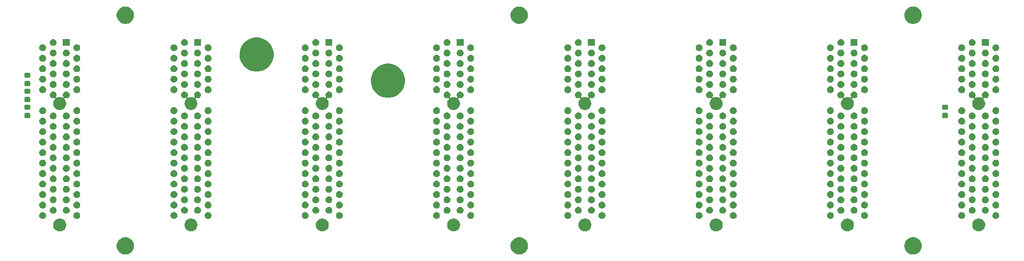
<source format=gbr>
G04 #@! TF.GenerationSoftware,KiCad,Pcbnew,5.1.5*
G04 #@! TF.CreationDate,2020-04-28T21:46:35+02:00*
G04 #@! TF.ProjectId,backplane,6261636b-706c-4616-9e65-2e6b69636164,rev?*
G04 #@! TF.SameCoordinates,Original*
G04 #@! TF.FileFunction,Soldermask,Top*
G04 #@! TF.FilePolarity,Negative*
%FSLAX46Y46*%
G04 Gerber Fmt 4.6, Leading zero omitted, Abs format (unit mm)*
G04 Created by KiCad (PCBNEW 5.1.5) date 2020-04-28 21:46:35*
%MOMM*%
%LPD*%
G04 APERTURE LIST*
%ADD10C,0.100000*%
G04 APERTURE END LIST*
D10*
G36*
X222875256Y-77391298D02*
G01*
X222981579Y-77412447D01*
X223282042Y-77536903D01*
X223552451Y-77717585D01*
X223782415Y-77947549D01*
X223963097Y-78217958D01*
X224087553Y-78518421D01*
X224151000Y-78837391D01*
X224151000Y-79162609D01*
X224087553Y-79481579D01*
X223963097Y-79782042D01*
X223782415Y-80052451D01*
X223552451Y-80282415D01*
X223282042Y-80463097D01*
X222981579Y-80587553D01*
X222875256Y-80608702D01*
X222662611Y-80651000D01*
X222337389Y-80651000D01*
X222124744Y-80608702D01*
X222018421Y-80587553D01*
X221717958Y-80463097D01*
X221447549Y-80282415D01*
X221217585Y-80052451D01*
X221036903Y-79782042D01*
X220912447Y-79481579D01*
X220849000Y-79162609D01*
X220849000Y-78837391D01*
X220912447Y-78518421D01*
X221036903Y-78217958D01*
X221217585Y-77947549D01*
X221447549Y-77717585D01*
X221717958Y-77536903D01*
X222018421Y-77412447D01*
X222124744Y-77391298D01*
X222337389Y-77349000D01*
X222662611Y-77349000D01*
X222875256Y-77391298D01*
G37*
G36*
X72875256Y-77391298D02*
G01*
X72981579Y-77412447D01*
X73282042Y-77536903D01*
X73552451Y-77717585D01*
X73782415Y-77947549D01*
X73963097Y-78217958D01*
X74087553Y-78518421D01*
X74151000Y-78837391D01*
X74151000Y-79162609D01*
X74087553Y-79481579D01*
X73963097Y-79782042D01*
X73782415Y-80052451D01*
X73552451Y-80282415D01*
X73282042Y-80463097D01*
X72981579Y-80587553D01*
X72875256Y-80608702D01*
X72662611Y-80651000D01*
X72337389Y-80651000D01*
X72124744Y-80608702D01*
X72018421Y-80587553D01*
X71717958Y-80463097D01*
X71447549Y-80282415D01*
X71217585Y-80052451D01*
X71036903Y-79782042D01*
X70912447Y-79481579D01*
X70849000Y-79162609D01*
X70849000Y-78837391D01*
X70912447Y-78518421D01*
X71036903Y-78217958D01*
X71217585Y-77947549D01*
X71447549Y-77717585D01*
X71717958Y-77536903D01*
X72018421Y-77412447D01*
X72124744Y-77391298D01*
X72337389Y-77349000D01*
X72662611Y-77349000D01*
X72875256Y-77391298D01*
G37*
G36*
X147875256Y-77391298D02*
G01*
X147981579Y-77412447D01*
X148282042Y-77536903D01*
X148552451Y-77717585D01*
X148782415Y-77947549D01*
X148963097Y-78217958D01*
X149087553Y-78518421D01*
X149151000Y-78837391D01*
X149151000Y-79162609D01*
X149087553Y-79481579D01*
X148963097Y-79782042D01*
X148782415Y-80052451D01*
X148552451Y-80282415D01*
X148282042Y-80463097D01*
X147981579Y-80587553D01*
X147875256Y-80608702D01*
X147662611Y-80651000D01*
X147337389Y-80651000D01*
X147124744Y-80608702D01*
X147018421Y-80587553D01*
X146717958Y-80463097D01*
X146447549Y-80282415D01*
X146217585Y-80052451D01*
X146036903Y-79782042D01*
X145912447Y-79481579D01*
X145849000Y-79162609D01*
X145849000Y-78837391D01*
X145912447Y-78518421D01*
X146036903Y-78217958D01*
X146217585Y-77947549D01*
X146447549Y-77717585D01*
X146717958Y-77536903D01*
X147018421Y-77412447D01*
X147124744Y-77391298D01*
X147337389Y-77349000D01*
X147662611Y-77349000D01*
X147875256Y-77391298D01*
G37*
G36*
X85357610Y-73821114D02*
G01*
X85580727Y-73913532D01*
X85580729Y-73913533D01*
X85631269Y-73947303D01*
X85781529Y-74047703D01*
X85952297Y-74218471D01*
X86086468Y-74419273D01*
X86178886Y-74642390D01*
X86226000Y-74879248D01*
X86226000Y-75120752D01*
X86178886Y-75357610D01*
X86086468Y-75580727D01*
X85952297Y-75781529D01*
X85781529Y-75952297D01*
X85631269Y-76052697D01*
X85580729Y-76086467D01*
X85580728Y-76086468D01*
X85580727Y-76086468D01*
X85357610Y-76178886D01*
X85120752Y-76226000D01*
X84879248Y-76226000D01*
X84642390Y-76178886D01*
X84419273Y-76086468D01*
X84419272Y-76086468D01*
X84419271Y-76086467D01*
X84368731Y-76052697D01*
X84218471Y-75952297D01*
X84047703Y-75781529D01*
X83913532Y-75580727D01*
X83821114Y-75357610D01*
X83774000Y-75120752D01*
X83774000Y-74879248D01*
X83821114Y-74642390D01*
X83913532Y-74419273D01*
X84047703Y-74218471D01*
X84218471Y-74047703D01*
X84368731Y-73947303D01*
X84419271Y-73913533D01*
X84419273Y-73913532D01*
X84642390Y-73821114D01*
X84879248Y-73774000D01*
X85120752Y-73774000D01*
X85357610Y-73821114D01*
G37*
G36*
X60357610Y-73821114D02*
G01*
X60580727Y-73913532D01*
X60580729Y-73913533D01*
X60631269Y-73947303D01*
X60781529Y-74047703D01*
X60952297Y-74218471D01*
X61086468Y-74419273D01*
X61178886Y-74642390D01*
X61226000Y-74879248D01*
X61226000Y-75120752D01*
X61178886Y-75357610D01*
X61086468Y-75580727D01*
X60952297Y-75781529D01*
X60781529Y-75952297D01*
X60631269Y-76052697D01*
X60580729Y-76086467D01*
X60580728Y-76086468D01*
X60580727Y-76086468D01*
X60357610Y-76178886D01*
X60120752Y-76226000D01*
X59879248Y-76226000D01*
X59642390Y-76178886D01*
X59419273Y-76086468D01*
X59419272Y-76086468D01*
X59419271Y-76086467D01*
X59368731Y-76052697D01*
X59218471Y-75952297D01*
X59047703Y-75781529D01*
X58913532Y-75580727D01*
X58821114Y-75357610D01*
X58774000Y-75120752D01*
X58774000Y-74879248D01*
X58821114Y-74642390D01*
X58913532Y-74419273D01*
X59047703Y-74218471D01*
X59218471Y-74047703D01*
X59368731Y-73947303D01*
X59419271Y-73913533D01*
X59419273Y-73913532D01*
X59642390Y-73821114D01*
X59879248Y-73774000D01*
X60120752Y-73774000D01*
X60357610Y-73821114D01*
G37*
G36*
X110357610Y-73821114D02*
G01*
X110580727Y-73913532D01*
X110580729Y-73913533D01*
X110631269Y-73947303D01*
X110781529Y-74047703D01*
X110952297Y-74218471D01*
X111086468Y-74419273D01*
X111178886Y-74642390D01*
X111226000Y-74879248D01*
X111226000Y-75120752D01*
X111178886Y-75357610D01*
X111086468Y-75580727D01*
X110952297Y-75781529D01*
X110781529Y-75952297D01*
X110631269Y-76052697D01*
X110580729Y-76086467D01*
X110580728Y-76086468D01*
X110580727Y-76086468D01*
X110357610Y-76178886D01*
X110120752Y-76226000D01*
X109879248Y-76226000D01*
X109642390Y-76178886D01*
X109419273Y-76086468D01*
X109419272Y-76086468D01*
X109419271Y-76086467D01*
X109368731Y-76052697D01*
X109218471Y-75952297D01*
X109047703Y-75781529D01*
X108913532Y-75580727D01*
X108821114Y-75357610D01*
X108774000Y-75120752D01*
X108774000Y-74879248D01*
X108821114Y-74642390D01*
X108913532Y-74419273D01*
X109047703Y-74218471D01*
X109218471Y-74047703D01*
X109368731Y-73947303D01*
X109419271Y-73913533D01*
X109419273Y-73913532D01*
X109642390Y-73821114D01*
X109879248Y-73774000D01*
X110120752Y-73774000D01*
X110357610Y-73821114D01*
G37*
G36*
X135357610Y-73821114D02*
G01*
X135580727Y-73913532D01*
X135580729Y-73913533D01*
X135631269Y-73947303D01*
X135781529Y-74047703D01*
X135952297Y-74218471D01*
X136086468Y-74419273D01*
X136178886Y-74642390D01*
X136226000Y-74879248D01*
X136226000Y-75120752D01*
X136178886Y-75357610D01*
X136086468Y-75580727D01*
X135952297Y-75781529D01*
X135781529Y-75952297D01*
X135631269Y-76052697D01*
X135580729Y-76086467D01*
X135580728Y-76086468D01*
X135580727Y-76086468D01*
X135357610Y-76178886D01*
X135120752Y-76226000D01*
X134879248Y-76226000D01*
X134642390Y-76178886D01*
X134419273Y-76086468D01*
X134419272Y-76086468D01*
X134419271Y-76086467D01*
X134368731Y-76052697D01*
X134218471Y-75952297D01*
X134047703Y-75781529D01*
X133913532Y-75580727D01*
X133821114Y-75357610D01*
X133774000Y-75120752D01*
X133774000Y-74879248D01*
X133821114Y-74642390D01*
X133913532Y-74419273D01*
X134047703Y-74218471D01*
X134218471Y-74047703D01*
X134368731Y-73947303D01*
X134419271Y-73913533D01*
X134419273Y-73913532D01*
X134642390Y-73821114D01*
X134879248Y-73774000D01*
X135120752Y-73774000D01*
X135357610Y-73821114D01*
G37*
G36*
X160357610Y-73821114D02*
G01*
X160580727Y-73913532D01*
X160580729Y-73913533D01*
X160631269Y-73947303D01*
X160781529Y-74047703D01*
X160952297Y-74218471D01*
X161086468Y-74419273D01*
X161178886Y-74642390D01*
X161226000Y-74879248D01*
X161226000Y-75120752D01*
X161178886Y-75357610D01*
X161086468Y-75580727D01*
X160952297Y-75781529D01*
X160781529Y-75952297D01*
X160631269Y-76052697D01*
X160580729Y-76086467D01*
X160580728Y-76086468D01*
X160580727Y-76086468D01*
X160357610Y-76178886D01*
X160120752Y-76226000D01*
X159879248Y-76226000D01*
X159642390Y-76178886D01*
X159419273Y-76086468D01*
X159419272Y-76086468D01*
X159419271Y-76086467D01*
X159368731Y-76052697D01*
X159218471Y-75952297D01*
X159047703Y-75781529D01*
X158913532Y-75580727D01*
X158821114Y-75357610D01*
X158774000Y-75120752D01*
X158774000Y-74879248D01*
X158821114Y-74642390D01*
X158913532Y-74419273D01*
X159047703Y-74218471D01*
X159218471Y-74047703D01*
X159368731Y-73947303D01*
X159419271Y-73913533D01*
X159419273Y-73913532D01*
X159642390Y-73821114D01*
X159879248Y-73774000D01*
X160120752Y-73774000D01*
X160357610Y-73821114D01*
G37*
G36*
X210357610Y-73821114D02*
G01*
X210580727Y-73913532D01*
X210580729Y-73913533D01*
X210631269Y-73947303D01*
X210781529Y-74047703D01*
X210952297Y-74218471D01*
X211086468Y-74419273D01*
X211178886Y-74642390D01*
X211226000Y-74879248D01*
X211226000Y-75120752D01*
X211178886Y-75357610D01*
X211086468Y-75580727D01*
X210952297Y-75781529D01*
X210781529Y-75952297D01*
X210631269Y-76052697D01*
X210580729Y-76086467D01*
X210580728Y-76086468D01*
X210580727Y-76086468D01*
X210357610Y-76178886D01*
X210120752Y-76226000D01*
X209879248Y-76226000D01*
X209642390Y-76178886D01*
X209419273Y-76086468D01*
X209419272Y-76086468D01*
X209419271Y-76086467D01*
X209368731Y-76052697D01*
X209218471Y-75952297D01*
X209047703Y-75781529D01*
X208913532Y-75580727D01*
X208821114Y-75357610D01*
X208774000Y-75120752D01*
X208774000Y-74879248D01*
X208821114Y-74642390D01*
X208913532Y-74419273D01*
X209047703Y-74218471D01*
X209218471Y-74047703D01*
X209368731Y-73947303D01*
X209419271Y-73913533D01*
X209419273Y-73913532D01*
X209642390Y-73821114D01*
X209879248Y-73774000D01*
X210120752Y-73774000D01*
X210357610Y-73821114D01*
G37*
G36*
X235357610Y-73821114D02*
G01*
X235580727Y-73913532D01*
X235580729Y-73913533D01*
X235631269Y-73947303D01*
X235781529Y-74047703D01*
X235952297Y-74218471D01*
X236086468Y-74419273D01*
X236178886Y-74642390D01*
X236226000Y-74879248D01*
X236226000Y-75120752D01*
X236178886Y-75357610D01*
X236086468Y-75580727D01*
X235952297Y-75781529D01*
X235781529Y-75952297D01*
X235631269Y-76052697D01*
X235580729Y-76086467D01*
X235580728Y-76086468D01*
X235580727Y-76086468D01*
X235357610Y-76178886D01*
X235120752Y-76226000D01*
X234879248Y-76226000D01*
X234642390Y-76178886D01*
X234419273Y-76086468D01*
X234419272Y-76086468D01*
X234419271Y-76086467D01*
X234368731Y-76052697D01*
X234218471Y-75952297D01*
X234047703Y-75781529D01*
X233913532Y-75580727D01*
X233821114Y-75357610D01*
X233774000Y-75120752D01*
X233774000Y-74879248D01*
X233821114Y-74642390D01*
X233913532Y-74419273D01*
X234047703Y-74218471D01*
X234218471Y-74047703D01*
X234368731Y-73947303D01*
X234419271Y-73913533D01*
X234419273Y-73913532D01*
X234642390Y-73821114D01*
X234879248Y-73774000D01*
X235120752Y-73774000D01*
X235357610Y-73821114D01*
G37*
G36*
X185357610Y-73821114D02*
G01*
X185580727Y-73913532D01*
X185580729Y-73913533D01*
X185631269Y-73947303D01*
X185781529Y-74047703D01*
X185952297Y-74218471D01*
X186086468Y-74419273D01*
X186178886Y-74642390D01*
X186226000Y-74879248D01*
X186226000Y-75120752D01*
X186178886Y-75357610D01*
X186086468Y-75580727D01*
X185952297Y-75781529D01*
X185781529Y-75952297D01*
X185631269Y-76052697D01*
X185580729Y-76086467D01*
X185580728Y-76086468D01*
X185580727Y-76086468D01*
X185357610Y-76178886D01*
X185120752Y-76226000D01*
X184879248Y-76226000D01*
X184642390Y-76178886D01*
X184419273Y-76086468D01*
X184419272Y-76086468D01*
X184419271Y-76086467D01*
X184368731Y-76052697D01*
X184218471Y-75952297D01*
X184047703Y-75781529D01*
X183913532Y-75580727D01*
X183821114Y-75357610D01*
X183774000Y-75120752D01*
X183774000Y-74879248D01*
X183821114Y-74642390D01*
X183913532Y-74419273D01*
X184047703Y-74218471D01*
X184218471Y-74047703D01*
X184368731Y-73947303D01*
X184419271Y-73913533D01*
X184419273Y-73913532D01*
X184642390Y-73821114D01*
X184879248Y-73774000D01*
X185120752Y-73774000D01*
X185357610Y-73821114D01*
G37*
G36*
X238441055Y-72570171D02*
G01*
X238555409Y-72617538D01*
X238560259Y-72619547D01*
X238667538Y-72691228D01*
X238758772Y-72782462D01*
X238790421Y-72829829D01*
X238830454Y-72889743D01*
X238879829Y-73008945D01*
X238905000Y-73135487D01*
X238905000Y-73264513D01*
X238879829Y-73391055D01*
X238830454Y-73510257D01*
X238830453Y-73510259D01*
X238758772Y-73617538D01*
X238667538Y-73708772D01*
X238560259Y-73780453D01*
X238560258Y-73780454D01*
X238560257Y-73780454D01*
X238441055Y-73829829D01*
X238314513Y-73855000D01*
X238185487Y-73855000D01*
X238058945Y-73829829D01*
X237939743Y-73780454D01*
X237939742Y-73780454D01*
X237939741Y-73780453D01*
X237832462Y-73708772D01*
X237741228Y-73617538D01*
X237669547Y-73510259D01*
X237669546Y-73510257D01*
X237620171Y-73391055D01*
X237595000Y-73264513D01*
X237595000Y-73135487D01*
X237620171Y-73008945D01*
X237669546Y-72889743D01*
X237709579Y-72829829D01*
X237741228Y-72782462D01*
X237832462Y-72691228D01*
X237939741Y-72619547D01*
X237944591Y-72617538D01*
X238058945Y-72570171D01*
X238185487Y-72545000D01*
X238314513Y-72545000D01*
X238441055Y-72570171D01*
G37*
G36*
X56941055Y-72570171D02*
G01*
X57055409Y-72617538D01*
X57060259Y-72619547D01*
X57167538Y-72691228D01*
X57258772Y-72782462D01*
X57290421Y-72829829D01*
X57330454Y-72889743D01*
X57379829Y-73008945D01*
X57405000Y-73135487D01*
X57405000Y-73264513D01*
X57379829Y-73391055D01*
X57330454Y-73510257D01*
X57330453Y-73510259D01*
X57258772Y-73617538D01*
X57167538Y-73708772D01*
X57060259Y-73780453D01*
X57060258Y-73780454D01*
X57060257Y-73780454D01*
X56941055Y-73829829D01*
X56814513Y-73855000D01*
X56685487Y-73855000D01*
X56558945Y-73829829D01*
X56439743Y-73780454D01*
X56439742Y-73780454D01*
X56439741Y-73780453D01*
X56332462Y-73708772D01*
X56241228Y-73617538D01*
X56169547Y-73510259D01*
X56169546Y-73510257D01*
X56120171Y-73391055D01*
X56095000Y-73264513D01*
X56095000Y-73135487D01*
X56120171Y-73008945D01*
X56169546Y-72889743D01*
X56209579Y-72829829D01*
X56241228Y-72782462D01*
X56332462Y-72691228D01*
X56439741Y-72619547D01*
X56444591Y-72617538D01*
X56558945Y-72570171D01*
X56685487Y-72545000D01*
X56814513Y-72545000D01*
X56941055Y-72570171D01*
G37*
G36*
X63441055Y-72570171D02*
G01*
X63555409Y-72617538D01*
X63560259Y-72619547D01*
X63667538Y-72691228D01*
X63758772Y-72782462D01*
X63790421Y-72829829D01*
X63830454Y-72889743D01*
X63879829Y-73008945D01*
X63905000Y-73135487D01*
X63905000Y-73264513D01*
X63879829Y-73391055D01*
X63830454Y-73510257D01*
X63830453Y-73510259D01*
X63758772Y-73617538D01*
X63667538Y-73708772D01*
X63560259Y-73780453D01*
X63560258Y-73780454D01*
X63560257Y-73780454D01*
X63441055Y-73829829D01*
X63314513Y-73855000D01*
X63185487Y-73855000D01*
X63058945Y-73829829D01*
X62939743Y-73780454D01*
X62939742Y-73780454D01*
X62939741Y-73780453D01*
X62832462Y-73708772D01*
X62741228Y-73617538D01*
X62669547Y-73510259D01*
X62669546Y-73510257D01*
X62620171Y-73391055D01*
X62595000Y-73264513D01*
X62595000Y-73135487D01*
X62620171Y-73008945D01*
X62669546Y-72889743D01*
X62709579Y-72829829D01*
X62741228Y-72782462D01*
X62832462Y-72691228D01*
X62939741Y-72619547D01*
X62944591Y-72617538D01*
X63058945Y-72570171D01*
X63185487Y-72545000D01*
X63314513Y-72545000D01*
X63441055Y-72570171D01*
G37*
G36*
X81941055Y-72570171D02*
G01*
X82055409Y-72617538D01*
X82060259Y-72619547D01*
X82167538Y-72691228D01*
X82258772Y-72782462D01*
X82290421Y-72829829D01*
X82330454Y-72889743D01*
X82379829Y-73008945D01*
X82405000Y-73135487D01*
X82405000Y-73264513D01*
X82379829Y-73391055D01*
X82330454Y-73510257D01*
X82330453Y-73510259D01*
X82258772Y-73617538D01*
X82167538Y-73708772D01*
X82060259Y-73780453D01*
X82060258Y-73780454D01*
X82060257Y-73780454D01*
X81941055Y-73829829D01*
X81814513Y-73855000D01*
X81685487Y-73855000D01*
X81558945Y-73829829D01*
X81439743Y-73780454D01*
X81439742Y-73780454D01*
X81439741Y-73780453D01*
X81332462Y-73708772D01*
X81241228Y-73617538D01*
X81169547Y-73510259D01*
X81169546Y-73510257D01*
X81120171Y-73391055D01*
X81095000Y-73264513D01*
X81095000Y-73135487D01*
X81120171Y-73008945D01*
X81169546Y-72889743D01*
X81209579Y-72829829D01*
X81241228Y-72782462D01*
X81332462Y-72691228D01*
X81439741Y-72619547D01*
X81444591Y-72617538D01*
X81558945Y-72570171D01*
X81685487Y-72545000D01*
X81814513Y-72545000D01*
X81941055Y-72570171D01*
G37*
G36*
X88441055Y-72570171D02*
G01*
X88555409Y-72617538D01*
X88560259Y-72619547D01*
X88667538Y-72691228D01*
X88758772Y-72782462D01*
X88790421Y-72829829D01*
X88830454Y-72889743D01*
X88879829Y-73008945D01*
X88905000Y-73135487D01*
X88905000Y-73264513D01*
X88879829Y-73391055D01*
X88830454Y-73510257D01*
X88830453Y-73510259D01*
X88758772Y-73617538D01*
X88667538Y-73708772D01*
X88560259Y-73780453D01*
X88560258Y-73780454D01*
X88560257Y-73780454D01*
X88441055Y-73829829D01*
X88314513Y-73855000D01*
X88185487Y-73855000D01*
X88058945Y-73829829D01*
X87939743Y-73780454D01*
X87939742Y-73780454D01*
X87939741Y-73780453D01*
X87832462Y-73708772D01*
X87741228Y-73617538D01*
X87669547Y-73510259D01*
X87669546Y-73510257D01*
X87620171Y-73391055D01*
X87595000Y-73264513D01*
X87595000Y-73135487D01*
X87620171Y-73008945D01*
X87669546Y-72889743D01*
X87709579Y-72829829D01*
X87741228Y-72782462D01*
X87832462Y-72691228D01*
X87939741Y-72619547D01*
X87944591Y-72617538D01*
X88058945Y-72570171D01*
X88185487Y-72545000D01*
X88314513Y-72545000D01*
X88441055Y-72570171D01*
G37*
G36*
X106941055Y-72570171D02*
G01*
X107055409Y-72617538D01*
X107060259Y-72619547D01*
X107167538Y-72691228D01*
X107258772Y-72782462D01*
X107290421Y-72829829D01*
X107330454Y-72889743D01*
X107379829Y-73008945D01*
X107405000Y-73135487D01*
X107405000Y-73264513D01*
X107379829Y-73391055D01*
X107330454Y-73510257D01*
X107330453Y-73510259D01*
X107258772Y-73617538D01*
X107167538Y-73708772D01*
X107060259Y-73780453D01*
X107060258Y-73780454D01*
X107060257Y-73780454D01*
X106941055Y-73829829D01*
X106814513Y-73855000D01*
X106685487Y-73855000D01*
X106558945Y-73829829D01*
X106439743Y-73780454D01*
X106439742Y-73780454D01*
X106439741Y-73780453D01*
X106332462Y-73708772D01*
X106241228Y-73617538D01*
X106169547Y-73510259D01*
X106169546Y-73510257D01*
X106120171Y-73391055D01*
X106095000Y-73264513D01*
X106095000Y-73135487D01*
X106120171Y-73008945D01*
X106169546Y-72889743D01*
X106209579Y-72829829D01*
X106241228Y-72782462D01*
X106332462Y-72691228D01*
X106439741Y-72619547D01*
X106444591Y-72617538D01*
X106558945Y-72570171D01*
X106685487Y-72545000D01*
X106814513Y-72545000D01*
X106941055Y-72570171D01*
G37*
G36*
X113441055Y-72570171D02*
G01*
X113555409Y-72617538D01*
X113560259Y-72619547D01*
X113667538Y-72691228D01*
X113758772Y-72782462D01*
X113790421Y-72829829D01*
X113830454Y-72889743D01*
X113879829Y-73008945D01*
X113905000Y-73135487D01*
X113905000Y-73264513D01*
X113879829Y-73391055D01*
X113830454Y-73510257D01*
X113830453Y-73510259D01*
X113758772Y-73617538D01*
X113667538Y-73708772D01*
X113560259Y-73780453D01*
X113560258Y-73780454D01*
X113560257Y-73780454D01*
X113441055Y-73829829D01*
X113314513Y-73855000D01*
X113185487Y-73855000D01*
X113058945Y-73829829D01*
X112939743Y-73780454D01*
X112939742Y-73780454D01*
X112939741Y-73780453D01*
X112832462Y-73708772D01*
X112741228Y-73617538D01*
X112669547Y-73510259D01*
X112669546Y-73510257D01*
X112620171Y-73391055D01*
X112595000Y-73264513D01*
X112595000Y-73135487D01*
X112620171Y-73008945D01*
X112669546Y-72889743D01*
X112709579Y-72829829D01*
X112741228Y-72782462D01*
X112832462Y-72691228D01*
X112939741Y-72619547D01*
X112944591Y-72617538D01*
X113058945Y-72570171D01*
X113185487Y-72545000D01*
X113314513Y-72545000D01*
X113441055Y-72570171D01*
G37*
G36*
X138441055Y-72570171D02*
G01*
X138555409Y-72617538D01*
X138560259Y-72619547D01*
X138667538Y-72691228D01*
X138758772Y-72782462D01*
X138790421Y-72829829D01*
X138830454Y-72889743D01*
X138879829Y-73008945D01*
X138905000Y-73135487D01*
X138905000Y-73264513D01*
X138879829Y-73391055D01*
X138830454Y-73510257D01*
X138830453Y-73510259D01*
X138758772Y-73617538D01*
X138667538Y-73708772D01*
X138560259Y-73780453D01*
X138560258Y-73780454D01*
X138560257Y-73780454D01*
X138441055Y-73829829D01*
X138314513Y-73855000D01*
X138185487Y-73855000D01*
X138058945Y-73829829D01*
X137939743Y-73780454D01*
X137939742Y-73780454D01*
X137939741Y-73780453D01*
X137832462Y-73708772D01*
X137741228Y-73617538D01*
X137669547Y-73510259D01*
X137669546Y-73510257D01*
X137620171Y-73391055D01*
X137595000Y-73264513D01*
X137595000Y-73135487D01*
X137620171Y-73008945D01*
X137669546Y-72889743D01*
X137709579Y-72829829D01*
X137741228Y-72782462D01*
X137832462Y-72691228D01*
X137939741Y-72619547D01*
X137944591Y-72617538D01*
X138058945Y-72570171D01*
X138185487Y-72545000D01*
X138314513Y-72545000D01*
X138441055Y-72570171D01*
G37*
G36*
X131941055Y-72570171D02*
G01*
X132055409Y-72617538D01*
X132060259Y-72619547D01*
X132167538Y-72691228D01*
X132258772Y-72782462D01*
X132290421Y-72829829D01*
X132330454Y-72889743D01*
X132379829Y-73008945D01*
X132405000Y-73135487D01*
X132405000Y-73264513D01*
X132379829Y-73391055D01*
X132330454Y-73510257D01*
X132330453Y-73510259D01*
X132258772Y-73617538D01*
X132167538Y-73708772D01*
X132060259Y-73780453D01*
X132060258Y-73780454D01*
X132060257Y-73780454D01*
X131941055Y-73829829D01*
X131814513Y-73855000D01*
X131685487Y-73855000D01*
X131558945Y-73829829D01*
X131439743Y-73780454D01*
X131439742Y-73780454D01*
X131439741Y-73780453D01*
X131332462Y-73708772D01*
X131241228Y-73617538D01*
X131169547Y-73510259D01*
X131169546Y-73510257D01*
X131120171Y-73391055D01*
X131095000Y-73264513D01*
X131095000Y-73135487D01*
X131120171Y-73008945D01*
X131169546Y-72889743D01*
X131209579Y-72829829D01*
X131241228Y-72782462D01*
X131332462Y-72691228D01*
X131439741Y-72619547D01*
X131444591Y-72617538D01*
X131558945Y-72570171D01*
X131685487Y-72545000D01*
X131814513Y-72545000D01*
X131941055Y-72570171D01*
G37*
G36*
X231941055Y-72570171D02*
G01*
X232055409Y-72617538D01*
X232060259Y-72619547D01*
X232167538Y-72691228D01*
X232258772Y-72782462D01*
X232290421Y-72829829D01*
X232330454Y-72889743D01*
X232379829Y-73008945D01*
X232405000Y-73135487D01*
X232405000Y-73264513D01*
X232379829Y-73391055D01*
X232330454Y-73510257D01*
X232330453Y-73510259D01*
X232258772Y-73617538D01*
X232167538Y-73708772D01*
X232060259Y-73780453D01*
X232060258Y-73780454D01*
X232060257Y-73780454D01*
X231941055Y-73829829D01*
X231814513Y-73855000D01*
X231685487Y-73855000D01*
X231558945Y-73829829D01*
X231439743Y-73780454D01*
X231439742Y-73780454D01*
X231439741Y-73780453D01*
X231332462Y-73708772D01*
X231241228Y-73617538D01*
X231169547Y-73510259D01*
X231169546Y-73510257D01*
X231120171Y-73391055D01*
X231095000Y-73264513D01*
X231095000Y-73135487D01*
X231120171Y-73008945D01*
X231169546Y-72889743D01*
X231209579Y-72829829D01*
X231241228Y-72782462D01*
X231332462Y-72691228D01*
X231439741Y-72619547D01*
X231444591Y-72617538D01*
X231558945Y-72570171D01*
X231685487Y-72545000D01*
X231814513Y-72545000D01*
X231941055Y-72570171D01*
G37*
G36*
X156941055Y-72570171D02*
G01*
X157055409Y-72617538D01*
X157060259Y-72619547D01*
X157167538Y-72691228D01*
X157258772Y-72782462D01*
X157290421Y-72829829D01*
X157330454Y-72889743D01*
X157379829Y-73008945D01*
X157405000Y-73135487D01*
X157405000Y-73264513D01*
X157379829Y-73391055D01*
X157330454Y-73510257D01*
X157330453Y-73510259D01*
X157258772Y-73617538D01*
X157167538Y-73708772D01*
X157060259Y-73780453D01*
X157060258Y-73780454D01*
X157060257Y-73780454D01*
X156941055Y-73829829D01*
X156814513Y-73855000D01*
X156685487Y-73855000D01*
X156558945Y-73829829D01*
X156439743Y-73780454D01*
X156439742Y-73780454D01*
X156439741Y-73780453D01*
X156332462Y-73708772D01*
X156241228Y-73617538D01*
X156169547Y-73510259D01*
X156169546Y-73510257D01*
X156120171Y-73391055D01*
X156095000Y-73264513D01*
X156095000Y-73135487D01*
X156120171Y-73008945D01*
X156169546Y-72889743D01*
X156209579Y-72829829D01*
X156241228Y-72782462D01*
X156332462Y-72691228D01*
X156439741Y-72619547D01*
X156444591Y-72617538D01*
X156558945Y-72570171D01*
X156685487Y-72545000D01*
X156814513Y-72545000D01*
X156941055Y-72570171D01*
G37*
G36*
X163441055Y-72570171D02*
G01*
X163555409Y-72617538D01*
X163560259Y-72619547D01*
X163667538Y-72691228D01*
X163758772Y-72782462D01*
X163790421Y-72829829D01*
X163830454Y-72889743D01*
X163879829Y-73008945D01*
X163905000Y-73135487D01*
X163905000Y-73264513D01*
X163879829Y-73391055D01*
X163830454Y-73510257D01*
X163830453Y-73510259D01*
X163758772Y-73617538D01*
X163667538Y-73708772D01*
X163560259Y-73780453D01*
X163560258Y-73780454D01*
X163560257Y-73780454D01*
X163441055Y-73829829D01*
X163314513Y-73855000D01*
X163185487Y-73855000D01*
X163058945Y-73829829D01*
X162939743Y-73780454D01*
X162939742Y-73780454D01*
X162939741Y-73780453D01*
X162832462Y-73708772D01*
X162741228Y-73617538D01*
X162669547Y-73510259D01*
X162669546Y-73510257D01*
X162620171Y-73391055D01*
X162595000Y-73264513D01*
X162595000Y-73135487D01*
X162620171Y-73008945D01*
X162669546Y-72889743D01*
X162709579Y-72829829D01*
X162741228Y-72782462D01*
X162832462Y-72691228D01*
X162939741Y-72619547D01*
X162944591Y-72617538D01*
X163058945Y-72570171D01*
X163185487Y-72545000D01*
X163314513Y-72545000D01*
X163441055Y-72570171D01*
G37*
G36*
X188441055Y-72570171D02*
G01*
X188555409Y-72617538D01*
X188560259Y-72619547D01*
X188667538Y-72691228D01*
X188758772Y-72782462D01*
X188790421Y-72829829D01*
X188830454Y-72889743D01*
X188879829Y-73008945D01*
X188905000Y-73135487D01*
X188905000Y-73264513D01*
X188879829Y-73391055D01*
X188830454Y-73510257D01*
X188830453Y-73510259D01*
X188758772Y-73617538D01*
X188667538Y-73708772D01*
X188560259Y-73780453D01*
X188560258Y-73780454D01*
X188560257Y-73780454D01*
X188441055Y-73829829D01*
X188314513Y-73855000D01*
X188185487Y-73855000D01*
X188058945Y-73829829D01*
X187939743Y-73780454D01*
X187939742Y-73780454D01*
X187939741Y-73780453D01*
X187832462Y-73708772D01*
X187741228Y-73617538D01*
X187669547Y-73510259D01*
X187669546Y-73510257D01*
X187620171Y-73391055D01*
X187595000Y-73264513D01*
X187595000Y-73135487D01*
X187620171Y-73008945D01*
X187669546Y-72889743D01*
X187709579Y-72829829D01*
X187741228Y-72782462D01*
X187832462Y-72691228D01*
X187939741Y-72619547D01*
X187944591Y-72617538D01*
X188058945Y-72570171D01*
X188185487Y-72545000D01*
X188314513Y-72545000D01*
X188441055Y-72570171D01*
G37*
G36*
X181941055Y-72570171D02*
G01*
X182055409Y-72617538D01*
X182060259Y-72619547D01*
X182167538Y-72691228D01*
X182258772Y-72782462D01*
X182290421Y-72829829D01*
X182330454Y-72889743D01*
X182379829Y-73008945D01*
X182405000Y-73135487D01*
X182405000Y-73264513D01*
X182379829Y-73391055D01*
X182330454Y-73510257D01*
X182330453Y-73510259D01*
X182258772Y-73617538D01*
X182167538Y-73708772D01*
X182060259Y-73780453D01*
X182060258Y-73780454D01*
X182060257Y-73780454D01*
X181941055Y-73829829D01*
X181814513Y-73855000D01*
X181685487Y-73855000D01*
X181558945Y-73829829D01*
X181439743Y-73780454D01*
X181439742Y-73780454D01*
X181439741Y-73780453D01*
X181332462Y-73708772D01*
X181241228Y-73617538D01*
X181169547Y-73510259D01*
X181169546Y-73510257D01*
X181120171Y-73391055D01*
X181095000Y-73264513D01*
X181095000Y-73135487D01*
X181120171Y-73008945D01*
X181169546Y-72889743D01*
X181209579Y-72829829D01*
X181241228Y-72782462D01*
X181332462Y-72691228D01*
X181439741Y-72619547D01*
X181444591Y-72617538D01*
X181558945Y-72570171D01*
X181685487Y-72545000D01*
X181814513Y-72545000D01*
X181941055Y-72570171D01*
G37*
G36*
X213441055Y-72570171D02*
G01*
X213555409Y-72617538D01*
X213560259Y-72619547D01*
X213667538Y-72691228D01*
X213758772Y-72782462D01*
X213790421Y-72829829D01*
X213830454Y-72889743D01*
X213879829Y-73008945D01*
X213905000Y-73135487D01*
X213905000Y-73264513D01*
X213879829Y-73391055D01*
X213830454Y-73510257D01*
X213830453Y-73510259D01*
X213758772Y-73617538D01*
X213667538Y-73708772D01*
X213560259Y-73780453D01*
X213560258Y-73780454D01*
X213560257Y-73780454D01*
X213441055Y-73829829D01*
X213314513Y-73855000D01*
X213185487Y-73855000D01*
X213058945Y-73829829D01*
X212939743Y-73780454D01*
X212939742Y-73780454D01*
X212939741Y-73780453D01*
X212832462Y-73708772D01*
X212741228Y-73617538D01*
X212669547Y-73510259D01*
X212669546Y-73510257D01*
X212620171Y-73391055D01*
X212595000Y-73264513D01*
X212595000Y-73135487D01*
X212620171Y-73008945D01*
X212669546Y-72889743D01*
X212709579Y-72829829D01*
X212741228Y-72782462D01*
X212832462Y-72691228D01*
X212939741Y-72619547D01*
X212944591Y-72617538D01*
X213058945Y-72570171D01*
X213185487Y-72545000D01*
X213314513Y-72545000D01*
X213441055Y-72570171D01*
G37*
G36*
X206941055Y-72570171D02*
G01*
X207055409Y-72617538D01*
X207060259Y-72619547D01*
X207167538Y-72691228D01*
X207258772Y-72782462D01*
X207290421Y-72829829D01*
X207330454Y-72889743D01*
X207379829Y-73008945D01*
X207405000Y-73135487D01*
X207405000Y-73264513D01*
X207379829Y-73391055D01*
X207330454Y-73510257D01*
X207330453Y-73510259D01*
X207258772Y-73617538D01*
X207167538Y-73708772D01*
X207060259Y-73780453D01*
X207060258Y-73780454D01*
X207060257Y-73780454D01*
X206941055Y-73829829D01*
X206814513Y-73855000D01*
X206685487Y-73855000D01*
X206558945Y-73829829D01*
X206439743Y-73780454D01*
X206439742Y-73780454D01*
X206439741Y-73780453D01*
X206332462Y-73708772D01*
X206241228Y-73617538D01*
X206169547Y-73510259D01*
X206169546Y-73510257D01*
X206120171Y-73391055D01*
X206095000Y-73264513D01*
X206095000Y-73135487D01*
X206120171Y-73008945D01*
X206169546Y-72889743D01*
X206209579Y-72829829D01*
X206241228Y-72782462D01*
X206332462Y-72691228D01*
X206439741Y-72619547D01*
X206444591Y-72617538D01*
X206558945Y-72570171D01*
X206685487Y-72545000D01*
X206814513Y-72545000D01*
X206941055Y-72570171D01*
G37*
G36*
X211441055Y-71570171D02*
G01*
X211555409Y-71617538D01*
X211560259Y-71619547D01*
X211667538Y-71691228D01*
X211758772Y-71782462D01*
X211790421Y-71829829D01*
X211830454Y-71889743D01*
X211879829Y-72008945D01*
X211905000Y-72135487D01*
X211905000Y-72264513D01*
X211879829Y-72391055D01*
X211830454Y-72510257D01*
X211830453Y-72510259D01*
X211758772Y-72617538D01*
X211667538Y-72708772D01*
X211560259Y-72780453D01*
X211560258Y-72780454D01*
X211560257Y-72780454D01*
X211441055Y-72829829D01*
X211314513Y-72855000D01*
X211185487Y-72855000D01*
X211058945Y-72829829D01*
X210939743Y-72780454D01*
X210939742Y-72780454D01*
X210939741Y-72780453D01*
X210832462Y-72708772D01*
X210741228Y-72617538D01*
X210669547Y-72510259D01*
X210669546Y-72510257D01*
X210620171Y-72391055D01*
X210595000Y-72264513D01*
X210595000Y-72135487D01*
X210620171Y-72008945D01*
X210669546Y-71889743D01*
X210709579Y-71829829D01*
X210741228Y-71782462D01*
X210832462Y-71691228D01*
X210939741Y-71619547D01*
X210944591Y-71617538D01*
X211058945Y-71570171D01*
X211185487Y-71545000D01*
X211314513Y-71545000D01*
X211441055Y-71570171D01*
G37*
G36*
X161441055Y-71570171D02*
G01*
X161555409Y-71617538D01*
X161560259Y-71619547D01*
X161667538Y-71691228D01*
X161758772Y-71782462D01*
X161790421Y-71829829D01*
X161830454Y-71889743D01*
X161879829Y-72008945D01*
X161905000Y-72135487D01*
X161905000Y-72264513D01*
X161879829Y-72391055D01*
X161830454Y-72510257D01*
X161830453Y-72510259D01*
X161758772Y-72617538D01*
X161667538Y-72708772D01*
X161560259Y-72780453D01*
X161560258Y-72780454D01*
X161560257Y-72780454D01*
X161441055Y-72829829D01*
X161314513Y-72855000D01*
X161185487Y-72855000D01*
X161058945Y-72829829D01*
X160939743Y-72780454D01*
X160939742Y-72780454D01*
X160939741Y-72780453D01*
X160832462Y-72708772D01*
X160741228Y-72617538D01*
X160669547Y-72510259D01*
X160669546Y-72510257D01*
X160620171Y-72391055D01*
X160595000Y-72264513D01*
X160595000Y-72135487D01*
X160620171Y-72008945D01*
X160669546Y-71889743D01*
X160709579Y-71829829D01*
X160741228Y-71782462D01*
X160832462Y-71691228D01*
X160939741Y-71619547D01*
X160944591Y-71617538D01*
X161058945Y-71570171D01*
X161185487Y-71545000D01*
X161314513Y-71545000D01*
X161441055Y-71570171D01*
G37*
G36*
X86441055Y-71570171D02*
G01*
X86555409Y-71617538D01*
X86560259Y-71619547D01*
X86667538Y-71691228D01*
X86758772Y-71782462D01*
X86790421Y-71829829D01*
X86830454Y-71889743D01*
X86879829Y-72008945D01*
X86905000Y-72135487D01*
X86905000Y-72264513D01*
X86879829Y-72391055D01*
X86830454Y-72510257D01*
X86830453Y-72510259D01*
X86758772Y-72617538D01*
X86667538Y-72708772D01*
X86560259Y-72780453D01*
X86560258Y-72780454D01*
X86560257Y-72780454D01*
X86441055Y-72829829D01*
X86314513Y-72855000D01*
X86185487Y-72855000D01*
X86058945Y-72829829D01*
X85939743Y-72780454D01*
X85939742Y-72780454D01*
X85939741Y-72780453D01*
X85832462Y-72708772D01*
X85741228Y-72617538D01*
X85669547Y-72510259D01*
X85669546Y-72510257D01*
X85620171Y-72391055D01*
X85595000Y-72264513D01*
X85595000Y-72135487D01*
X85620171Y-72008945D01*
X85669546Y-71889743D01*
X85709579Y-71829829D01*
X85741228Y-71782462D01*
X85832462Y-71691228D01*
X85939741Y-71619547D01*
X85944591Y-71617538D01*
X86058945Y-71570171D01*
X86185487Y-71545000D01*
X86314513Y-71545000D01*
X86441055Y-71570171D01*
G37*
G36*
X108941055Y-71570171D02*
G01*
X109055409Y-71617538D01*
X109060259Y-71619547D01*
X109167538Y-71691228D01*
X109258772Y-71782462D01*
X109290421Y-71829829D01*
X109330454Y-71889743D01*
X109379829Y-72008945D01*
X109405000Y-72135487D01*
X109405000Y-72264513D01*
X109379829Y-72391055D01*
X109330454Y-72510257D01*
X109330453Y-72510259D01*
X109258772Y-72617538D01*
X109167538Y-72708772D01*
X109060259Y-72780453D01*
X109060258Y-72780454D01*
X109060257Y-72780454D01*
X108941055Y-72829829D01*
X108814513Y-72855000D01*
X108685487Y-72855000D01*
X108558945Y-72829829D01*
X108439743Y-72780454D01*
X108439742Y-72780454D01*
X108439741Y-72780453D01*
X108332462Y-72708772D01*
X108241228Y-72617538D01*
X108169547Y-72510259D01*
X108169546Y-72510257D01*
X108120171Y-72391055D01*
X108095000Y-72264513D01*
X108095000Y-72135487D01*
X108120171Y-72008945D01*
X108169546Y-71889743D01*
X108209579Y-71829829D01*
X108241228Y-71782462D01*
X108332462Y-71691228D01*
X108439741Y-71619547D01*
X108444591Y-71617538D01*
X108558945Y-71570171D01*
X108685487Y-71545000D01*
X108814513Y-71545000D01*
X108941055Y-71570171D01*
G37*
G36*
X133941055Y-71570171D02*
G01*
X134055409Y-71617538D01*
X134060259Y-71619547D01*
X134167538Y-71691228D01*
X134258772Y-71782462D01*
X134290421Y-71829829D01*
X134330454Y-71889743D01*
X134379829Y-72008945D01*
X134405000Y-72135487D01*
X134405000Y-72264513D01*
X134379829Y-72391055D01*
X134330454Y-72510257D01*
X134330453Y-72510259D01*
X134258772Y-72617538D01*
X134167538Y-72708772D01*
X134060259Y-72780453D01*
X134060258Y-72780454D01*
X134060257Y-72780454D01*
X133941055Y-72829829D01*
X133814513Y-72855000D01*
X133685487Y-72855000D01*
X133558945Y-72829829D01*
X133439743Y-72780454D01*
X133439742Y-72780454D01*
X133439741Y-72780453D01*
X133332462Y-72708772D01*
X133241228Y-72617538D01*
X133169547Y-72510259D01*
X133169546Y-72510257D01*
X133120171Y-72391055D01*
X133095000Y-72264513D01*
X133095000Y-72135487D01*
X133120171Y-72008945D01*
X133169546Y-71889743D01*
X133209579Y-71829829D01*
X133241228Y-71782462D01*
X133332462Y-71691228D01*
X133439741Y-71619547D01*
X133444591Y-71617538D01*
X133558945Y-71570171D01*
X133685487Y-71545000D01*
X133814513Y-71545000D01*
X133941055Y-71570171D01*
G37*
G36*
X136441055Y-71570171D02*
G01*
X136555409Y-71617538D01*
X136560259Y-71619547D01*
X136667538Y-71691228D01*
X136758772Y-71782462D01*
X136790421Y-71829829D01*
X136830454Y-71889743D01*
X136879829Y-72008945D01*
X136905000Y-72135487D01*
X136905000Y-72264513D01*
X136879829Y-72391055D01*
X136830454Y-72510257D01*
X136830453Y-72510259D01*
X136758772Y-72617538D01*
X136667538Y-72708772D01*
X136560259Y-72780453D01*
X136560258Y-72780454D01*
X136560257Y-72780454D01*
X136441055Y-72829829D01*
X136314513Y-72855000D01*
X136185487Y-72855000D01*
X136058945Y-72829829D01*
X135939743Y-72780454D01*
X135939742Y-72780454D01*
X135939741Y-72780453D01*
X135832462Y-72708772D01*
X135741228Y-72617538D01*
X135669547Y-72510259D01*
X135669546Y-72510257D01*
X135620171Y-72391055D01*
X135595000Y-72264513D01*
X135595000Y-72135487D01*
X135620171Y-72008945D01*
X135669546Y-71889743D01*
X135709579Y-71829829D01*
X135741228Y-71782462D01*
X135832462Y-71691228D01*
X135939741Y-71619547D01*
X135944591Y-71617538D01*
X136058945Y-71570171D01*
X136185487Y-71545000D01*
X136314513Y-71545000D01*
X136441055Y-71570171D01*
G37*
G36*
X111441055Y-71570171D02*
G01*
X111555409Y-71617538D01*
X111560259Y-71619547D01*
X111667538Y-71691228D01*
X111758772Y-71782462D01*
X111790421Y-71829829D01*
X111830454Y-71889743D01*
X111879829Y-72008945D01*
X111905000Y-72135487D01*
X111905000Y-72264513D01*
X111879829Y-72391055D01*
X111830454Y-72510257D01*
X111830453Y-72510259D01*
X111758772Y-72617538D01*
X111667538Y-72708772D01*
X111560259Y-72780453D01*
X111560258Y-72780454D01*
X111560257Y-72780454D01*
X111441055Y-72829829D01*
X111314513Y-72855000D01*
X111185487Y-72855000D01*
X111058945Y-72829829D01*
X110939743Y-72780454D01*
X110939742Y-72780454D01*
X110939741Y-72780453D01*
X110832462Y-72708772D01*
X110741228Y-72617538D01*
X110669547Y-72510259D01*
X110669546Y-72510257D01*
X110620171Y-72391055D01*
X110595000Y-72264513D01*
X110595000Y-72135487D01*
X110620171Y-72008945D01*
X110669546Y-71889743D01*
X110709579Y-71829829D01*
X110741228Y-71782462D01*
X110832462Y-71691228D01*
X110939741Y-71619547D01*
X110944591Y-71617538D01*
X111058945Y-71570171D01*
X111185487Y-71545000D01*
X111314513Y-71545000D01*
X111441055Y-71570171D01*
G37*
G36*
X186441055Y-71570171D02*
G01*
X186555409Y-71617538D01*
X186560259Y-71619547D01*
X186667538Y-71691228D01*
X186758772Y-71782462D01*
X186790421Y-71829829D01*
X186830454Y-71889743D01*
X186879829Y-72008945D01*
X186905000Y-72135487D01*
X186905000Y-72264513D01*
X186879829Y-72391055D01*
X186830454Y-72510257D01*
X186830453Y-72510259D01*
X186758772Y-72617538D01*
X186667538Y-72708772D01*
X186560259Y-72780453D01*
X186560258Y-72780454D01*
X186560257Y-72780454D01*
X186441055Y-72829829D01*
X186314513Y-72855000D01*
X186185487Y-72855000D01*
X186058945Y-72829829D01*
X185939743Y-72780454D01*
X185939742Y-72780454D01*
X185939741Y-72780453D01*
X185832462Y-72708772D01*
X185741228Y-72617538D01*
X185669547Y-72510259D01*
X185669546Y-72510257D01*
X185620171Y-72391055D01*
X185595000Y-72264513D01*
X185595000Y-72135487D01*
X185620171Y-72008945D01*
X185669546Y-71889743D01*
X185709579Y-71829829D01*
X185741228Y-71782462D01*
X185832462Y-71691228D01*
X185939741Y-71619547D01*
X185944591Y-71617538D01*
X186058945Y-71570171D01*
X186185487Y-71545000D01*
X186314513Y-71545000D01*
X186441055Y-71570171D01*
G37*
G36*
X158941055Y-71570171D02*
G01*
X159055409Y-71617538D01*
X159060259Y-71619547D01*
X159167538Y-71691228D01*
X159258772Y-71782462D01*
X159290421Y-71829829D01*
X159330454Y-71889743D01*
X159379829Y-72008945D01*
X159405000Y-72135487D01*
X159405000Y-72264513D01*
X159379829Y-72391055D01*
X159330454Y-72510257D01*
X159330453Y-72510259D01*
X159258772Y-72617538D01*
X159167538Y-72708772D01*
X159060259Y-72780453D01*
X159060258Y-72780454D01*
X159060257Y-72780454D01*
X158941055Y-72829829D01*
X158814513Y-72855000D01*
X158685487Y-72855000D01*
X158558945Y-72829829D01*
X158439743Y-72780454D01*
X158439742Y-72780454D01*
X158439741Y-72780453D01*
X158332462Y-72708772D01*
X158241228Y-72617538D01*
X158169547Y-72510259D01*
X158169546Y-72510257D01*
X158120171Y-72391055D01*
X158095000Y-72264513D01*
X158095000Y-72135487D01*
X158120171Y-72008945D01*
X158169546Y-71889743D01*
X158209579Y-71829829D01*
X158241228Y-71782462D01*
X158332462Y-71691228D01*
X158439741Y-71619547D01*
X158444591Y-71617538D01*
X158558945Y-71570171D01*
X158685487Y-71545000D01*
X158814513Y-71545000D01*
X158941055Y-71570171D01*
G37*
G36*
X208941055Y-71570171D02*
G01*
X209055409Y-71617538D01*
X209060259Y-71619547D01*
X209167538Y-71691228D01*
X209258772Y-71782462D01*
X209290421Y-71829829D01*
X209330454Y-71889743D01*
X209379829Y-72008945D01*
X209405000Y-72135487D01*
X209405000Y-72264513D01*
X209379829Y-72391055D01*
X209330454Y-72510257D01*
X209330453Y-72510259D01*
X209258772Y-72617538D01*
X209167538Y-72708772D01*
X209060259Y-72780453D01*
X209060258Y-72780454D01*
X209060257Y-72780454D01*
X208941055Y-72829829D01*
X208814513Y-72855000D01*
X208685487Y-72855000D01*
X208558945Y-72829829D01*
X208439743Y-72780454D01*
X208439742Y-72780454D01*
X208439741Y-72780453D01*
X208332462Y-72708772D01*
X208241228Y-72617538D01*
X208169547Y-72510259D01*
X208169546Y-72510257D01*
X208120171Y-72391055D01*
X208095000Y-72264513D01*
X208095000Y-72135487D01*
X208120171Y-72008945D01*
X208169546Y-71889743D01*
X208209579Y-71829829D01*
X208241228Y-71782462D01*
X208332462Y-71691228D01*
X208439741Y-71619547D01*
X208444591Y-71617538D01*
X208558945Y-71570171D01*
X208685487Y-71545000D01*
X208814513Y-71545000D01*
X208941055Y-71570171D01*
G37*
G36*
X58941055Y-71570171D02*
G01*
X59055409Y-71617538D01*
X59060259Y-71619547D01*
X59167538Y-71691228D01*
X59258772Y-71782462D01*
X59290421Y-71829829D01*
X59330454Y-71889743D01*
X59379829Y-72008945D01*
X59405000Y-72135487D01*
X59405000Y-72264513D01*
X59379829Y-72391055D01*
X59330454Y-72510257D01*
X59330453Y-72510259D01*
X59258772Y-72617538D01*
X59167538Y-72708772D01*
X59060259Y-72780453D01*
X59060258Y-72780454D01*
X59060257Y-72780454D01*
X58941055Y-72829829D01*
X58814513Y-72855000D01*
X58685487Y-72855000D01*
X58558945Y-72829829D01*
X58439743Y-72780454D01*
X58439742Y-72780454D01*
X58439741Y-72780453D01*
X58332462Y-72708772D01*
X58241228Y-72617538D01*
X58169547Y-72510259D01*
X58169546Y-72510257D01*
X58120171Y-72391055D01*
X58095000Y-72264513D01*
X58095000Y-72135487D01*
X58120171Y-72008945D01*
X58169546Y-71889743D01*
X58209579Y-71829829D01*
X58241228Y-71782462D01*
X58332462Y-71691228D01*
X58439741Y-71619547D01*
X58444591Y-71617538D01*
X58558945Y-71570171D01*
X58685487Y-71545000D01*
X58814513Y-71545000D01*
X58941055Y-71570171D01*
G37*
G36*
X61441055Y-71570171D02*
G01*
X61555409Y-71617538D01*
X61560259Y-71619547D01*
X61667538Y-71691228D01*
X61758772Y-71782462D01*
X61790421Y-71829829D01*
X61830454Y-71889743D01*
X61879829Y-72008945D01*
X61905000Y-72135487D01*
X61905000Y-72264513D01*
X61879829Y-72391055D01*
X61830454Y-72510257D01*
X61830453Y-72510259D01*
X61758772Y-72617538D01*
X61667538Y-72708772D01*
X61560259Y-72780453D01*
X61560258Y-72780454D01*
X61560257Y-72780454D01*
X61441055Y-72829829D01*
X61314513Y-72855000D01*
X61185487Y-72855000D01*
X61058945Y-72829829D01*
X60939743Y-72780454D01*
X60939742Y-72780454D01*
X60939741Y-72780453D01*
X60832462Y-72708772D01*
X60741228Y-72617538D01*
X60669547Y-72510259D01*
X60669546Y-72510257D01*
X60620171Y-72391055D01*
X60595000Y-72264513D01*
X60595000Y-72135487D01*
X60620171Y-72008945D01*
X60669546Y-71889743D01*
X60709579Y-71829829D01*
X60741228Y-71782462D01*
X60832462Y-71691228D01*
X60939741Y-71619547D01*
X60944591Y-71617538D01*
X61058945Y-71570171D01*
X61185487Y-71545000D01*
X61314513Y-71545000D01*
X61441055Y-71570171D01*
G37*
G36*
X236441055Y-71570171D02*
G01*
X236555409Y-71617538D01*
X236560259Y-71619547D01*
X236667538Y-71691228D01*
X236758772Y-71782462D01*
X236790421Y-71829829D01*
X236830454Y-71889743D01*
X236879829Y-72008945D01*
X236905000Y-72135487D01*
X236905000Y-72264513D01*
X236879829Y-72391055D01*
X236830454Y-72510257D01*
X236830453Y-72510259D01*
X236758772Y-72617538D01*
X236667538Y-72708772D01*
X236560259Y-72780453D01*
X236560258Y-72780454D01*
X236560257Y-72780454D01*
X236441055Y-72829829D01*
X236314513Y-72855000D01*
X236185487Y-72855000D01*
X236058945Y-72829829D01*
X235939743Y-72780454D01*
X235939742Y-72780454D01*
X235939741Y-72780453D01*
X235832462Y-72708772D01*
X235741228Y-72617538D01*
X235669547Y-72510259D01*
X235669546Y-72510257D01*
X235620171Y-72391055D01*
X235595000Y-72264513D01*
X235595000Y-72135487D01*
X235620171Y-72008945D01*
X235669546Y-71889743D01*
X235709579Y-71829829D01*
X235741228Y-71782462D01*
X235832462Y-71691228D01*
X235939741Y-71619547D01*
X235944591Y-71617538D01*
X236058945Y-71570171D01*
X236185487Y-71545000D01*
X236314513Y-71545000D01*
X236441055Y-71570171D01*
G37*
G36*
X233941055Y-71570171D02*
G01*
X234055409Y-71617538D01*
X234060259Y-71619547D01*
X234167538Y-71691228D01*
X234258772Y-71782462D01*
X234290421Y-71829829D01*
X234330454Y-71889743D01*
X234379829Y-72008945D01*
X234405000Y-72135487D01*
X234405000Y-72264513D01*
X234379829Y-72391055D01*
X234330454Y-72510257D01*
X234330453Y-72510259D01*
X234258772Y-72617538D01*
X234167538Y-72708772D01*
X234060259Y-72780453D01*
X234060258Y-72780454D01*
X234060257Y-72780454D01*
X233941055Y-72829829D01*
X233814513Y-72855000D01*
X233685487Y-72855000D01*
X233558945Y-72829829D01*
X233439743Y-72780454D01*
X233439742Y-72780454D01*
X233439741Y-72780453D01*
X233332462Y-72708772D01*
X233241228Y-72617538D01*
X233169547Y-72510259D01*
X233169546Y-72510257D01*
X233120171Y-72391055D01*
X233095000Y-72264513D01*
X233095000Y-72135487D01*
X233120171Y-72008945D01*
X233169546Y-71889743D01*
X233209579Y-71829829D01*
X233241228Y-71782462D01*
X233332462Y-71691228D01*
X233439741Y-71619547D01*
X233444591Y-71617538D01*
X233558945Y-71570171D01*
X233685487Y-71545000D01*
X233814513Y-71545000D01*
X233941055Y-71570171D01*
G37*
G36*
X83941055Y-71570171D02*
G01*
X84055409Y-71617538D01*
X84060259Y-71619547D01*
X84167538Y-71691228D01*
X84258772Y-71782462D01*
X84290421Y-71829829D01*
X84330454Y-71889743D01*
X84379829Y-72008945D01*
X84405000Y-72135487D01*
X84405000Y-72264513D01*
X84379829Y-72391055D01*
X84330454Y-72510257D01*
X84330453Y-72510259D01*
X84258772Y-72617538D01*
X84167538Y-72708772D01*
X84060259Y-72780453D01*
X84060258Y-72780454D01*
X84060257Y-72780454D01*
X83941055Y-72829829D01*
X83814513Y-72855000D01*
X83685487Y-72855000D01*
X83558945Y-72829829D01*
X83439743Y-72780454D01*
X83439742Y-72780454D01*
X83439741Y-72780453D01*
X83332462Y-72708772D01*
X83241228Y-72617538D01*
X83169547Y-72510259D01*
X83169546Y-72510257D01*
X83120171Y-72391055D01*
X83095000Y-72264513D01*
X83095000Y-72135487D01*
X83120171Y-72008945D01*
X83169546Y-71889743D01*
X83209579Y-71829829D01*
X83241228Y-71782462D01*
X83332462Y-71691228D01*
X83439741Y-71619547D01*
X83444591Y-71617538D01*
X83558945Y-71570171D01*
X83685487Y-71545000D01*
X83814513Y-71545000D01*
X83941055Y-71570171D01*
G37*
G36*
X183941055Y-71570171D02*
G01*
X184055409Y-71617538D01*
X184060259Y-71619547D01*
X184167538Y-71691228D01*
X184258772Y-71782462D01*
X184290421Y-71829829D01*
X184330454Y-71889743D01*
X184379829Y-72008945D01*
X184405000Y-72135487D01*
X184405000Y-72264513D01*
X184379829Y-72391055D01*
X184330454Y-72510257D01*
X184330453Y-72510259D01*
X184258772Y-72617538D01*
X184167538Y-72708772D01*
X184060259Y-72780453D01*
X184060258Y-72780454D01*
X184060257Y-72780454D01*
X183941055Y-72829829D01*
X183814513Y-72855000D01*
X183685487Y-72855000D01*
X183558945Y-72829829D01*
X183439743Y-72780454D01*
X183439742Y-72780454D01*
X183439741Y-72780453D01*
X183332462Y-72708772D01*
X183241228Y-72617538D01*
X183169547Y-72510259D01*
X183169546Y-72510257D01*
X183120171Y-72391055D01*
X183095000Y-72264513D01*
X183095000Y-72135487D01*
X183120171Y-72008945D01*
X183169546Y-71889743D01*
X183209579Y-71829829D01*
X183241228Y-71782462D01*
X183332462Y-71691228D01*
X183439741Y-71619547D01*
X183444591Y-71617538D01*
X183558945Y-71570171D01*
X183685487Y-71545000D01*
X183814513Y-71545000D01*
X183941055Y-71570171D01*
G37*
G36*
X56941055Y-70570171D02*
G01*
X57055409Y-70617538D01*
X57060259Y-70619547D01*
X57167538Y-70691228D01*
X57258772Y-70782462D01*
X57290421Y-70829829D01*
X57330454Y-70889743D01*
X57379829Y-71008945D01*
X57405000Y-71135487D01*
X57405000Y-71264513D01*
X57379829Y-71391055D01*
X57330454Y-71510257D01*
X57330453Y-71510259D01*
X57258772Y-71617538D01*
X57167538Y-71708772D01*
X57060259Y-71780453D01*
X57060258Y-71780454D01*
X57060257Y-71780454D01*
X56941055Y-71829829D01*
X56814513Y-71855000D01*
X56685487Y-71855000D01*
X56558945Y-71829829D01*
X56439743Y-71780454D01*
X56439742Y-71780454D01*
X56439741Y-71780453D01*
X56332462Y-71708772D01*
X56241228Y-71617538D01*
X56169547Y-71510259D01*
X56169546Y-71510257D01*
X56120171Y-71391055D01*
X56095000Y-71264513D01*
X56095000Y-71135487D01*
X56120171Y-71008945D01*
X56169546Y-70889743D01*
X56209579Y-70829829D01*
X56241228Y-70782462D01*
X56332462Y-70691228D01*
X56439741Y-70619547D01*
X56444591Y-70617538D01*
X56558945Y-70570171D01*
X56685487Y-70545000D01*
X56814513Y-70545000D01*
X56941055Y-70570171D01*
G37*
G36*
X113441055Y-70570171D02*
G01*
X113555409Y-70617538D01*
X113560259Y-70619547D01*
X113667538Y-70691228D01*
X113758772Y-70782462D01*
X113790421Y-70829829D01*
X113830454Y-70889743D01*
X113879829Y-71008945D01*
X113905000Y-71135487D01*
X113905000Y-71264513D01*
X113879829Y-71391055D01*
X113830454Y-71510257D01*
X113830453Y-71510259D01*
X113758772Y-71617538D01*
X113667538Y-71708772D01*
X113560259Y-71780453D01*
X113560258Y-71780454D01*
X113560257Y-71780454D01*
X113441055Y-71829829D01*
X113314513Y-71855000D01*
X113185487Y-71855000D01*
X113058945Y-71829829D01*
X112939743Y-71780454D01*
X112939742Y-71780454D01*
X112939741Y-71780453D01*
X112832462Y-71708772D01*
X112741228Y-71617538D01*
X112669547Y-71510259D01*
X112669546Y-71510257D01*
X112620171Y-71391055D01*
X112595000Y-71264513D01*
X112595000Y-71135487D01*
X112620171Y-71008945D01*
X112669546Y-70889743D01*
X112709579Y-70829829D01*
X112741228Y-70782462D01*
X112832462Y-70691228D01*
X112939741Y-70619547D01*
X112944591Y-70617538D01*
X113058945Y-70570171D01*
X113185487Y-70545000D01*
X113314513Y-70545000D01*
X113441055Y-70570171D01*
G37*
G36*
X106941055Y-70570171D02*
G01*
X107055409Y-70617538D01*
X107060259Y-70619547D01*
X107167538Y-70691228D01*
X107258772Y-70782462D01*
X107290421Y-70829829D01*
X107330454Y-70889743D01*
X107379829Y-71008945D01*
X107405000Y-71135487D01*
X107405000Y-71264513D01*
X107379829Y-71391055D01*
X107330454Y-71510257D01*
X107330453Y-71510259D01*
X107258772Y-71617538D01*
X107167538Y-71708772D01*
X107060259Y-71780453D01*
X107060258Y-71780454D01*
X107060257Y-71780454D01*
X106941055Y-71829829D01*
X106814513Y-71855000D01*
X106685487Y-71855000D01*
X106558945Y-71829829D01*
X106439743Y-71780454D01*
X106439742Y-71780454D01*
X106439741Y-71780453D01*
X106332462Y-71708772D01*
X106241228Y-71617538D01*
X106169547Y-71510259D01*
X106169546Y-71510257D01*
X106120171Y-71391055D01*
X106095000Y-71264513D01*
X106095000Y-71135487D01*
X106120171Y-71008945D01*
X106169546Y-70889743D01*
X106209579Y-70829829D01*
X106241228Y-70782462D01*
X106332462Y-70691228D01*
X106439741Y-70619547D01*
X106444591Y-70617538D01*
X106558945Y-70570171D01*
X106685487Y-70545000D01*
X106814513Y-70545000D01*
X106941055Y-70570171D01*
G37*
G36*
X88441055Y-70570171D02*
G01*
X88555409Y-70617538D01*
X88560259Y-70619547D01*
X88667538Y-70691228D01*
X88758772Y-70782462D01*
X88790421Y-70829829D01*
X88830454Y-70889743D01*
X88879829Y-71008945D01*
X88905000Y-71135487D01*
X88905000Y-71264513D01*
X88879829Y-71391055D01*
X88830454Y-71510257D01*
X88830453Y-71510259D01*
X88758772Y-71617538D01*
X88667538Y-71708772D01*
X88560259Y-71780453D01*
X88560258Y-71780454D01*
X88560257Y-71780454D01*
X88441055Y-71829829D01*
X88314513Y-71855000D01*
X88185487Y-71855000D01*
X88058945Y-71829829D01*
X87939743Y-71780454D01*
X87939742Y-71780454D01*
X87939741Y-71780453D01*
X87832462Y-71708772D01*
X87741228Y-71617538D01*
X87669547Y-71510259D01*
X87669546Y-71510257D01*
X87620171Y-71391055D01*
X87595000Y-71264513D01*
X87595000Y-71135487D01*
X87620171Y-71008945D01*
X87669546Y-70889743D01*
X87709579Y-70829829D01*
X87741228Y-70782462D01*
X87832462Y-70691228D01*
X87939741Y-70619547D01*
X87944591Y-70617538D01*
X88058945Y-70570171D01*
X88185487Y-70545000D01*
X88314513Y-70545000D01*
X88441055Y-70570171D01*
G37*
G36*
X81941055Y-70570171D02*
G01*
X82055409Y-70617538D01*
X82060259Y-70619547D01*
X82167538Y-70691228D01*
X82258772Y-70782462D01*
X82290421Y-70829829D01*
X82330454Y-70889743D01*
X82379829Y-71008945D01*
X82405000Y-71135487D01*
X82405000Y-71264513D01*
X82379829Y-71391055D01*
X82330454Y-71510257D01*
X82330453Y-71510259D01*
X82258772Y-71617538D01*
X82167538Y-71708772D01*
X82060259Y-71780453D01*
X82060258Y-71780454D01*
X82060257Y-71780454D01*
X81941055Y-71829829D01*
X81814513Y-71855000D01*
X81685487Y-71855000D01*
X81558945Y-71829829D01*
X81439743Y-71780454D01*
X81439742Y-71780454D01*
X81439741Y-71780453D01*
X81332462Y-71708772D01*
X81241228Y-71617538D01*
X81169547Y-71510259D01*
X81169546Y-71510257D01*
X81120171Y-71391055D01*
X81095000Y-71264513D01*
X81095000Y-71135487D01*
X81120171Y-71008945D01*
X81169546Y-70889743D01*
X81209579Y-70829829D01*
X81241228Y-70782462D01*
X81332462Y-70691228D01*
X81439741Y-70619547D01*
X81444591Y-70617538D01*
X81558945Y-70570171D01*
X81685487Y-70545000D01*
X81814513Y-70545000D01*
X81941055Y-70570171D01*
G37*
G36*
X156941055Y-70570171D02*
G01*
X157055409Y-70617538D01*
X157060259Y-70619547D01*
X157167538Y-70691228D01*
X157258772Y-70782462D01*
X157290421Y-70829829D01*
X157330454Y-70889743D01*
X157379829Y-71008945D01*
X157405000Y-71135487D01*
X157405000Y-71264513D01*
X157379829Y-71391055D01*
X157330454Y-71510257D01*
X157330453Y-71510259D01*
X157258772Y-71617538D01*
X157167538Y-71708772D01*
X157060259Y-71780453D01*
X157060258Y-71780454D01*
X157060257Y-71780454D01*
X156941055Y-71829829D01*
X156814513Y-71855000D01*
X156685487Y-71855000D01*
X156558945Y-71829829D01*
X156439743Y-71780454D01*
X156439742Y-71780454D01*
X156439741Y-71780453D01*
X156332462Y-71708772D01*
X156241228Y-71617538D01*
X156169547Y-71510259D01*
X156169546Y-71510257D01*
X156120171Y-71391055D01*
X156095000Y-71264513D01*
X156095000Y-71135487D01*
X156120171Y-71008945D01*
X156169546Y-70889743D01*
X156209579Y-70829829D01*
X156241228Y-70782462D01*
X156332462Y-70691228D01*
X156439741Y-70619547D01*
X156444591Y-70617538D01*
X156558945Y-70570171D01*
X156685487Y-70545000D01*
X156814513Y-70545000D01*
X156941055Y-70570171D01*
G37*
G36*
X163441055Y-70570171D02*
G01*
X163555409Y-70617538D01*
X163560259Y-70619547D01*
X163667538Y-70691228D01*
X163758772Y-70782462D01*
X163790421Y-70829829D01*
X163830454Y-70889743D01*
X163879829Y-71008945D01*
X163905000Y-71135487D01*
X163905000Y-71264513D01*
X163879829Y-71391055D01*
X163830454Y-71510257D01*
X163830453Y-71510259D01*
X163758772Y-71617538D01*
X163667538Y-71708772D01*
X163560259Y-71780453D01*
X163560258Y-71780454D01*
X163560257Y-71780454D01*
X163441055Y-71829829D01*
X163314513Y-71855000D01*
X163185487Y-71855000D01*
X163058945Y-71829829D01*
X162939743Y-71780454D01*
X162939742Y-71780454D01*
X162939741Y-71780453D01*
X162832462Y-71708772D01*
X162741228Y-71617538D01*
X162669547Y-71510259D01*
X162669546Y-71510257D01*
X162620171Y-71391055D01*
X162595000Y-71264513D01*
X162595000Y-71135487D01*
X162620171Y-71008945D01*
X162669546Y-70889743D01*
X162709579Y-70829829D01*
X162741228Y-70782462D01*
X162832462Y-70691228D01*
X162939741Y-70619547D01*
X162944591Y-70617538D01*
X163058945Y-70570171D01*
X163185487Y-70545000D01*
X163314513Y-70545000D01*
X163441055Y-70570171D01*
G37*
G36*
X63441055Y-70570171D02*
G01*
X63555409Y-70617538D01*
X63560259Y-70619547D01*
X63667538Y-70691228D01*
X63758772Y-70782462D01*
X63790421Y-70829829D01*
X63830454Y-70889743D01*
X63879829Y-71008945D01*
X63905000Y-71135487D01*
X63905000Y-71264513D01*
X63879829Y-71391055D01*
X63830454Y-71510257D01*
X63830453Y-71510259D01*
X63758772Y-71617538D01*
X63667538Y-71708772D01*
X63560259Y-71780453D01*
X63560258Y-71780454D01*
X63560257Y-71780454D01*
X63441055Y-71829829D01*
X63314513Y-71855000D01*
X63185487Y-71855000D01*
X63058945Y-71829829D01*
X62939743Y-71780454D01*
X62939742Y-71780454D01*
X62939741Y-71780453D01*
X62832462Y-71708772D01*
X62741228Y-71617538D01*
X62669547Y-71510259D01*
X62669546Y-71510257D01*
X62620171Y-71391055D01*
X62595000Y-71264513D01*
X62595000Y-71135487D01*
X62620171Y-71008945D01*
X62669546Y-70889743D01*
X62709579Y-70829829D01*
X62741228Y-70782462D01*
X62832462Y-70691228D01*
X62939741Y-70619547D01*
X62944591Y-70617538D01*
X63058945Y-70570171D01*
X63185487Y-70545000D01*
X63314513Y-70545000D01*
X63441055Y-70570171D01*
G37*
G36*
X188441055Y-70570171D02*
G01*
X188555409Y-70617538D01*
X188560259Y-70619547D01*
X188667538Y-70691228D01*
X188758772Y-70782462D01*
X188790421Y-70829829D01*
X188830454Y-70889743D01*
X188879829Y-71008945D01*
X188905000Y-71135487D01*
X188905000Y-71264513D01*
X188879829Y-71391055D01*
X188830454Y-71510257D01*
X188830453Y-71510259D01*
X188758772Y-71617538D01*
X188667538Y-71708772D01*
X188560259Y-71780453D01*
X188560258Y-71780454D01*
X188560257Y-71780454D01*
X188441055Y-71829829D01*
X188314513Y-71855000D01*
X188185487Y-71855000D01*
X188058945Y-71829829D01*
X187939743Y-71780454D01*
X187939742Y-71780454D01*
X187939741Y-71780453D01*
X187832462Y-71708772D01*
X187741228Y-71617538D01*
X187669547Y-71510259D01*
X187669546Y-71510257D01*
X187620171Y-71391055D01*
X187595000Y-71264513D01*
X187595000Y-71135487D01*
X187620171Y-71008945D01*
X187669546Y-70889743D01*
X187709579Y-70829829D01*
X187741228Y-70782462D01*
X187832462Y-70691228D01*
X187939741Y-70619547D01*
X187944591Y-70617538D01*
X188058945Y-70570171D01*
X188185487Y-70545000D01*
X188314513Y-70545000D01*
X188441055Y-70570171D01*
G37*
G36*
X138441055Y-70570171D02*
G01*
X138555409Y-70617538D01*
X138560259Y-70619547D01*
X138667538Y-70691228D01*
X138758772Y-70782462D01*
X138790421Y-70829829D01*
X138830454Y-70889743D01*
X138879829Y-71008945D01*
X138905000Y-71135487D01*
X138905000Y-71264513D01*
X138879829Y-71391055D01*
X138830454Y-71510257D01*
X138830453Y-71510259D01*
X138758772Y-71617538D01*
X138667538Y-71708772D01*
X138560259Y-71780453D01*
X138560258Y-71780454D01*
X138560257Y-71780454D01*
X138441055Y-71829829D01*
X138314513Y-71855000D01*
X138185487Y-71855000D01*
X138058945Y-71829829D01*
X137939743Y-71780454D01*
X137939742Y-71780454D01*
X137939741Y-71780453D01*
X137832462Y-71708772D01*
X137741228Y-71617538D01*
X137669547Y-71510259D01*
X137669546Y-71510257D01*
X137620171Y-71391055D01*
X137595000Y-71264513D01*
X137595000Y-71135487D01*
X137620171Y-71008945D01*
X137669546Y-70889743D01*
X137709579Y-70829829D01*
X137741228Y-70782462D01*
X137832462Y-70691228D01*
X137939741Y-70619547D01*
X137944591Y-70617538D01*
X138058945Y-70570171D01*
X138185487Y-70545000D01*
X138314513Y-70545000D01*
X138441055Y-70570171D01*
G37*
G36*
X206941055Y-70570171D02*
G01*
X207055409Y-70617538D01*
X207060259Y-70619547D01*
X207167538Y-70691228D01*
X207258772Y-70782462D01*
X207290421Y-70829829D01*
X207330454Y-70889743D01*
X207379829Y-71008945D01*
X207405000Y-71135487D01*
X207405000Y-71264513D01*
X207379829Y-71391055D01*
X207330454Y-71510257D01*
X207330453Y-71510259D01*
X207258772Y-71617538D01*
X207167538Y-71708772D01*
X207060259Y-71780453D01*
X207060258Y-71780454D01*
X207060257Y-71780454D01*
X206941055Y-71829829D01*
X206814513Y-71855000D01*
X206685487Y-71855000D01*
X206558945Y-71829829D01*
X206439743Y-71780454D01*
X206439742Y-71780454D01*
X206439741Y-71780453D01*
X206332462Y-71708772D01*
X206241228Y-71617538D01*
X206169547Y-71510259D01*
X206169546Y-71510257D01*
X206120171Y-71391055D01*
X206095000Y-71264513D01*
X206095000Y-71135487D01*
X206120171Y-71008945D01*
X206169546Y-70889743D01*
X206209579Y-70829829D01*
X206241228Y-70782462D01*
X206332462Y-70691228D01*
X206439741Y-70619547D01*
X206444591Y-70617538D01*
X206558945Y-70570171D01*
X206685487Y-70545000D01*
X206814513Y-70545000D01*
X206941055Y-70570171D01*
G37*
G36*
X213441055Y-70570171D02*
G01*
X213555409Y-70617538D01*
X213560259Y-70619547D01*
X213667538Y-70691228D01*
X213758772Y-70782462D01*
X213790421Y-70829829D01*
X213830454Y-70889743D01*
X213879829Y-71008945D01*
X213905000Y-71135487D01*
X213905000Y-71264513D01*
X213879829Y-71391055D01*
X213830454Y-71510257D01*
X213830453Y-71510259D01*
X213758772Y-71617538D01*
X213667538Y-71708772D01*
X213560259Y-71780453D01*
X213560258Y-71780454D01*
X213560257Y-71780454D01*
X213441055Y-71829829D01*
X213314513Y-71855000D01*
X213185487Y-71855000D01*
X213058945Y-71829829D01*
X212939743Y-71780454D01*
X212939742Y-71780454D01*
X212939741Y-71780453D01*
X212832462Y-71708772D01*
X212741228Y-71617538D01*
X212669547Y-71510259D01*
X212669546Y-71510257D01*
X212620171Y-71391055D01*
X212595000Y-71264513D01*
X212595000Y-71135487D01*
X212620171Y-71008945D01*
X212669546Y-70889743D01*
X212709579Y-70829829D01*
X212741228Y-70782462D01*
X212832462Y-70691228D01*
X212939741Y-70619547D01*
X212944591Y-70617538D01*
X213058945Y-70570171D01*
X213185487Y-70545000D01*
X213314513Y-70545000D01*
X213441055Y-70570171D01*
G37*
G36*
X231941055Y-70570171D02*
G01*
X232055409Y-70617538D01*
X232060259Y-70619547D01*
X232167538Y-70691228D01*
X232258772Y-70782462D01*
X232290421Y-70829829D01*
X232330454Y-70889743D01*
X232379829Y-71008945D01*
X232405000Y-71135487D01*
X232405000Y-71264513D01*
X232379829Y-71391055D01*
X232330454Y-71510257D01*
X232330453Y-71510259D01*
X232258772Y-71617538D01*
X232167538Y-71708772D01*
X232060259Y-71780453D01*
X232060258Y-71780454D01*
X232060257Y-71780454D01*
X231941055Y-71829829D01*
X231814513Y-71855000D01*
X231685487Y-71855000D01*
X231558945Y-71829829D01*
X231439743Y-71780454D01*
X231439742Y-71780454D01*
X231439741Y-71780453D01*
X231332462Y-71708772D01*
X231241228Y-71617538D01*
X231169547Y-71510259D01*
X231169546Y-71510257D01*
X231120171Y-71391055D01*
X231095000Y-71264513D01*
X231095000Y-71135487D01*
X231120171Y-71008945D01*
X231169546Y-70889743D01*
X231209579Y-70829829D01*
X231241228Y-70782462D01*
X231332462Y-70691228D01*
X231439741Y-70619547D01*
X231444591Y-70617538D01*
X231558945Y-70570171D01*
X231685487Y-70545000D01*
X231814513Y-70545000D01*
X231941055Y-70570171D01*
G37*
G36*
X181941055Y-70570171D02*
G01*
X182055409Y-70617538D01*
X182060259Y-70619547D01*
X182167538Y-70691228D01*
X182258772Y-70782462D01*
X182290421Y-70829829D01*
X182330454Y-70889743D01*
X182379829Y-71008945D01*
X182405000Y-71135487D01*
X182405000Y-71264513D01*
X182379829Y-71391055D01*
X182330454Y-71510257D01*
X182330453Y-71510259D01*
X182258772Y-71617538D01*
X182167538Y-71708772D01*
X182060259Y-71780453D01*
X182060258Y-71780454D01*
X182060257Y-71780454D01*
X181941055Y-71829829D01*
X181814513Y-71855000D01*
X181685487Y-71855000D01*
X181558945Y-71829829D01*
X181439743Y-71780454D01*
X181439742Y-71780454D01*
X181439741Y-71780453D01*
X181332462Y-71708772D01*
X181241228Y-71617538D01*
X181169547Y-71510259D01*
X181169546Y-71510257D01*
X181120171Y-71391055D01*
X181095000Y-71264513D01*
X181095000Y-71135487D01*
X181120171Y-71008945D01*
X181169546Y-70889743D01*
X181209579Y-70829829D01*
X181241228Y-70782462D01*
X181332462Y-70691228D01*
X181439741Y-70619547D01*
X181444591Y-70617538D01*
X181558945Y-70570171D01*
X181685487Y-70545000D01*
X181814513Y-70545000D01*
X181941055Y-70570171D01*
G37*
G36*
X238441055Y-70570171D02*
G01*
X238555409Y-70617538D01*
X238560259Y-70619547D01*
X238667538Y-70691228D01*
X238758772Y-70782462D01*
X238790421Y-70829829D01*
X238830454Y-70889743D01*
X238879829Y-71008945D01*
X238905000Y-71135487D01*
X238905000Y-71264513D01*
X238879829Y-71391055D01*
X238830454Y-71510257D01*
X238830453Y-71510259D01*
X238758772Y-71617538D01*
X238667538Y-71708772D01*
X238560259Y-71780453D01*
X238560258Y-71780454D01*
X238560257Y-71780454D01*
X238441055Y-71829829D01*
X238314513Y-71855000D01*
X238185487Y-71855000D01*
X238058945Y-71829829D01*
X237939743Y-71780454D01*
X237939742Y-71780454D01*
X237939741Y-71780453D01*
X237832462Y-71708772D01*
X237741228Y-71617538D01*
X237669547Y-71510259D01*
X237669546Y-71510257D01*
X237620171Y-71391055D01*
X237595000Y-71264513D01*
X237595000Y-71135487D01*
X237620171Y-71008945D01*
X237669546Y-70889743D01*
X237709579Y-70829829D01*
X237741228Y-70782462D01*
X237832462Y-70691228D01*
X237939741Y-70619547D01*
X237944591Y-70617538D01*
X238058945Y-70570171D01*
X238185487Y-70545000D01*
X238314513Y-70545000D01*
X238441055Y-70570171D01*
G37*
G36*
X131941055Y-70570171D02*
G01*
X132055409Y-70617538D01*
X132060259Y-70619547D01*
X132167538Y-70691228D01*
X132258772Y-70782462D01*
X132290421Y-70829829D01*
X132330454Y-70889743D01*
X132379829Y-71008945D01*
X132405000Y-71135487D01*
X132405000Y-71264513D01*
X132379829Y-71391055D01*
X132330454Y-71510257D01*
X132330453Y-71510259D01*
X132258772Y-71617538D01*
X132167538Y-71708772D01*
X132060259Y-71780453D01*
X132060258Y-71780454D01*
X132060257Y-71780454D01*
X131941055Y-71829829D01*
X131814513Y-71855000D01*
X131685487Y-71855000D01*
X131558945Y-71829829D01*
X131439743Y-71780454D01*
X131439742Y-71780454D01*
X131439741Y-71780453D01*
X131332462Y-71708772D01*
X131241228Y-71617538D01*
X131169547Y-71510259D01*
X131169546Y-71510257D01*
X131120171Y-71391055D01*
X131095000Y-71264513D01*
X131095000Y-71135487D01*
X131120171Y-71008945D01*
X131169546Y-70889743D01*
X131209579Y-70829829D01*
X131241228Y-70782462D01*
X131332462Y-70691228D01*
X131439741Y-70619547D01*
X131444591Y-70617538D01*
X131558945Y-70570171D01*
X131685487Y-70545000D01*
X131814513Y-70545000D01*
X131941055Y-70570171D01*
G37*
G36*
X108941055Y-69570171D02*
G01*
X109055409Y-69617538D01*
X109060259Y-69619547D01*
X109167538Y-69691228D01*
X109258772Y-69782462D01*
X109290421Y-69829829D01*
X109330454Y-69889743D01*
X109379829Y-70008945D01*
X109405000Y-70135487D01*
X109405000Y-70264513D01*
X109379829Y-70391055D01*
X109330454Y-70510257D01*
X109330453Y-70510259D01*
X109258772Y-70617538D01*
X109167538Y-70708772D01*
X109060259Y-70780453D01*
X109060258Y-70780454D01*
X109060257Y-70780454D01*
X108941055Y-70829829D01*
X108814513Y-70855000D01*
X108685487Y-70855000D01*
X108558945Y-70829829D01*
X108439743Y-70780454D01*
X108439742Y-70780454D01*
X108439741Y-70780453D01*
X108332462Y-70708772D01*
X108241228Y-70617538D01*
X108169547Y-70510259D01*
X108169546Y-70510257D01*
X108120171Y-70391055D01*
X108095000Y-70264513D01*
X108095000Y-70135487D01*
X108120171Y-70008945D01*
X108169546Y-69889743D01*
X108209579Y-69829829D01*
X108241228Y-69782462D01*
X108332462Y-69691228D01*
X108439741Y-69619547D01*
X108444591Y-69617538D01*
X108558945Y-69570171D01*
X108685487Y-69545000D01*
X108814513Y-69545000D01*
X108941055Y-69570171D01*
G37*
G36*
X58941055Y-69570171D02*
G01*
X59055409Y-69617538D01*
X59060259Y-69619547D01*
X59167538Y-69691228D01*
X59258772Y-69782462D01*
X59290421Y-69829829D01*
X59330454Y-69889743D01*
X59379829Y-70008945D01*
X59405000Y-70135487D01*
X59405000Y-70264513D01*
X59379829Y-70391055D01*
X59330454Y-70510257D01*
X59330453Y-70510259D01*
X59258772Y-70617538D01*
X59167538Y-70708772D01*
X59060259Y-70780453D01*
X59060258Y-70780454D01*
X59060257Y-70780454D01*
X58941055Y-70829829D01*
X58814513Y-70855000D01*
X58685487Y-70855000D01*
X58558945Y-70829829D01*
X58439743Y-70780454D01*
X58439742Y-70780454D01*
X58439741Y-70780453D01*
X58332462Y-70708772D01*
X58241228Y-70617538D01*
X58169547Y-70510259D01*
X58169546Y-70510257D01*
X58120171Y-70391055D01*
X58095000Y-70264513D01*
X58095000Y-70135487D01*
X58120171Y-70008945D01*
X58169546Y-69889743D01*
X58209579Y-69829829D01*
X58241228Y-69782462D01*
X58332462Y-69691228D01*
X58439741Y-69619547D01*
X58444591Y-69617538D01*
X58558945Y-69570171D01*
X58685487Y-69545000D01*
X58814513Y-69545000D01*
X58941055Y-69570171D01*
G37*
G36*
X83941055Y-69570171D02*
G01*
X84055409Y-69617538D01*
X84060259Y-69619547D01*
X84167538Y-69691228D01*
X84258772Y-69782462D01*
X84290421Y-69829829D01*
X84330454Y-69889743D01*
X84379829Y-70008945D01*
X84405000Y-70135487D01*
X84405000Y-70264513D01*
X84379829Y-70391055D01*
X84330454Y-70510257D01*
X84330453Y-70510259D01*
X84258772Y-70617538D01*
X84167538Y-70708772D01*
X84060259Y-70780453D01*
X84060258Y-70780454D01*
X84060257Y-70780454D01*
X83941055Y-70829829D01*
X83814513Y-70855000D01*
X83685487Y-70855000D01*
X83558945Y-70829829D01*
X83439743Y-70780454D01*
X83439742Y-70780454D01*
X83439741Y-70780453D01*
X83332462Y-70708772D01*
X83241228Y-70617538D01*
X83169547Y-70510259D01*
X83169546Y-70510257D01*
X83120171Y-70391055D01*
X83095000Y-70264513D01*
X83095000Y-70135487D01*
X83120171Y-70008945D01*
X83169546Y-69889743D01*
X83209579Y-69829829D01*
X83241228Y-69782462D01*
X83332462Y-69691228D01*
X83439741Y-69619547D01*
X83444591Y-69617538D01*
X83558945Y-69570171D01*
X83685487Y-69545000D01*
X83814513Y-69545000D01*
X83941055Y-69570171D01*
G37*
G36*
X233941055Y-69570171D02*
G01*
X234055409Y-69617538D01*
X234060259Y-69619547D01*
X234167538Y-69691228D01*
X234258772Y-69782462D01*
X234290421Y-69829829D01*
X234330454Y-69889743D01*
X234379829Y-70008945D01*
X234405000Y-70135487D01*
X234405000Y-70264513D01*
X234379829Y-70391055D01*
X234330454Y-70510257D01*
X234330453Y-70510259D01*
X234258772Y-70617538D01*
X234167538Y-70708772D01*
X234060259Y-70780453D01*
X234060258Y-70780454D01*
X234060257Y-70780454D01*
X233941055Y-70829829D01*
X233814513Y-70855000D01*
X233685487Y-70855000D01*
X233558945Y-70829829D01*
X233439743Y-70780454D01*
X233439742Y-70780454D01*
X233439741Y-70780453D01*
X233332462Y-70708772D01*
X233241228Y-70617538D01*
X233169547Y-70510259D01*
X233169546Y-70510257D01*
X233120171Y-70391055D01*
X233095000Y-70264513D01*
X233095000Y-70135487D01*
X233120171Y-70008945D01*
X233169546Y-69889743D01*
X233209579Y-69829829D01*
X233241228Y-69782462D01*
X233332462Y-69691228D01*
X233439741Y-69619547D01*
X233444591Y-69617538D01*
X233558945Y-69570171D01*
X233685487Y-69545000D01*
X233814513Y-69545000D01*
X233941055Y-69570171D01*
G37*
G36*
X133941055Y-69570171D02*
G01*
X134055409Y-69617538D01*
X134060259Y-69619547D01*
X134167538Y-69691228D01*
X134258772Y-69782462D01*
X134290421Y-69829829D01*
X134330454Y-69889743D01*
X134379829Y-70008945D01*
X134405000Y-70135487D01*
X134405000Y-70264513D01*
X134379829Y-70391055D01*
X134330454Y-70510257D01*
X134330453Y-70510259D01*
X134258772Y-70617538D01*
X134167538Y-70708772D01*
X134060259Y-70780453D01*
X134060258Y-70780454D01*
X134060257Y-70780454D01*
X133941055Y-70829829D01*
X133814513Y-70855000D01*
X133685487Y-70855000D01*
X133558945Y-70829829D01*
X133439743Y-70780454D01*
X133439742Y-70780454D01*
X133439741Y-70780453D01*
X133332462Y-70708772D01*
X133241228Y-70617538D01*
X133169547Y-70510259D01*
X133169546Y-70510257D01*
X133120171Y-70391055D01*
X133095000Y-70264513D01*
X133095000Y-70135487D01*
X133120171Y-70008945D01*
X133169546Y-69889743D01*
X133209579Y-69829829D01*
X133241228Y-69782462D01*
X133332462Y-69691228D01*
X133439741Y-69619547D01*
X133444591Y-69617538D01*
X133558945Y-69570171D01*
X133685487Y-69545000D01*
X133814513Y-69545000D01*
X133941055Y-69570171D01*
G37*
G36*
X111441055Y-69570171D02*
G01*
X111555409Y-69617538D01*
X111560259Y-69619547D01*
X111667538Y-69691228D01*
X111758772Y-69782462D01*
X111790421Y-69829829D01*
X111830454Y-69889743D01*
X111879829Y-70008945D01*
X111905000Y-70135487D01*
X111905000Y-70264513D01*
X111879829Y-70391055D01*
X111830454Y-70510257D01*
X111830453Y-70510259D01*
X111758772Y-70617538D01*
X111667538Y-70708772D01*
X111560259Y-70780453D01*
X111560258Y-70780454D01*
X111560257Y-70780454D01*
X111441055Y-70829829D01*
X111314513Y-70855000D01*
X111185487Y-70855000D01*
X111058945Y-70829829D01*
X110939743Y-70780454D01*
X110939742Y-70780454D01*
X110939741Y-70780453D01*
X110832462Y-70708772D01*
X110741228Y-70617538D01*
X110669547Y-70510259D01*
X110669546Y-70510257D01*
X110620171Y-70391055D01*
X110595000Y-70264513D01*
X110595000Y-70135487D01*
X110620171Y-70008945D01*
X110669546Y-69889743D01*
X110709579Y-69829829D01*
X110741228Y-69782462D01*
X110832462Y-69691228D01*
X110939741Y-69619547D01*
X110944591Y-69617538D01*
X111058945Y-69570171D01*
X111185487Y-69545000D01*
X111314513Y-69545000D01*
X111441055Y-69570171D01*
G37*
G36*
X136441055Y-69570171D02*
G01*
X136555409Y-69617538D01*
X136560259Y-69619547D01*
X136667538Y-69691228D01*
X136758772Y-69782462D01*
X136790421Y-69829829D01*
X136830454Y-69889743D01*
X136879829Y-70008945D01*
X136905000Y-70135487D01*
X136905000Y-70264513D01*
X136879829Y-70391055D01*
X136830454Y-70510257D01*
X136830453Y-70510259D01*
X136758772Y-70617538D01*
X136667538Y-70708772D01*
X136560259Y-70780453D01*
X136560258Y-70780454D01*
X136560257Y-70780454D01*
X136441055Y-70829829D01*
X136314513Y-70855000D01*
X136185487Y-70855000D01*
X136058945Y-70829829D01*
X135939743Y-70780454D01*
X135939742Y-70780454D01*
X135939741Y-70780453D01*
X135832462Y-70708772D01*
X135741228Y-70617538D01*
X135669547Y-70510259D01*
X135669546Y-70510257D01*
X135620171Y-70391055D01*
X135595000Y-70264513D01*
X135595000Y-70135487D01*
X135620171Y-70008945D01*
X135669546Y-69889743D01*
X135709579Y-69829829D01*
X135741228Y-69782462D01*
X135832462Y-69691228D01*
X135939741Y-69619547D01*
X135944591Y-69617538D01*
X136058945Y-69570171D01*
X136185487Y-69545000D01*
X136314513Y-69545000D01*
X136441055Y-69570171D01*
G37*
G36*
X236441055Y-69570171D02*
G01*
X236555409Y-69617538D01*
X236560259Y-69619547D01*
X236667538Y-69691228D01*
X236758772Y-69782462D01*
X236790421Y-69829829D01*
X236830454Y-69889743D01*
X236879829Y-70008945D01*
X236905000Y-70135487D01*
X236905000Y-70264513D01*
X236879829Y-70391055D01*
X236830454Y-70510257D01*
X236830453Y-70510259D01*
X236758772Y-70617538D01*
X236667538Y-70708772D01*
X236560259Y-70780453D01*
X236560258Y-70780454D01*
X236560257Y-70780454D01*
X236441055Y-70829829D01*
X236314513Y-70855000D01*
X236185487Y-70855000D01*
X236058945Y-70829829D01*
X235939743Y-70780454D01*
X235939742Y-70780454D01*
X235939741Y-70780453D01*
X235832462Y-70708772D01*
X235741228Y-70617538D01*
X235669547Y-70510259D01*
X235669546Y-70510257D01*
X235620171Y-70391055D01*
X235595000Y-70264513D01*
X235595000Y-70135487D01*
X235620171Y-70008945D01*
X235669546Y-69889743D01*
X235709579Y-69829829D01*
X235741228Y-69782462D01*
X235832462Y-69691228D01*
X235939741Y-69619547D01*
X235944591Y-69617538D01*
X236058945Y-69570171D01*
X236185487Y-69545000D01*
X236314513Y-69545000D01*
X236441055Y-69570171D01*
G37*
G36*
X61441055Y-69570171D02*
G01*
X61555409Y-69617538D01*
X61560259Y-69619547D01*
X61667538Y-69691228D01*
X61758772Y-69782462D01*
X61790421Y-69829829D01*
X61830454Y-69889743D01*
X61879829Y-70008945D01*
X61905000Y-70135487D01*
X61905000Y-70264513D01*
X61879829Y-70391055D01*
X61830454Y-70510257D01*
X61830453Y-70510259D01*
X61758772Y-70617538D01*
X61667538Y-70708772D01*
X61560259Y-70780453D01*
X61560258Y-70780454D01*
X61560257Y-70780454D01*
X61441055Y-70829829D01*
X61314513Y-70855000D01*
X61185487Y-70855000D01*
X61058945Y-70829829D01*
X60939743Y-70780454D01*
X60939742Y-70780454D01*
X60939741Y-70780453D01*
X60832462Y-70708772D01*
X60741228Y-70617538D01*
X60669547Y-70510259D01*
X60669546Y-70510257D01*
X60620171Y-70391055D01*
X60595000Y-70264513D01*
X60595000Y-70135487D01*
X60620171Y-70008945D01*
X60669546Y-69889743D01*
X60709579Y-69829829D01*
X60741228Y-69782462D01*
X60832462Y-69691228D01*
X60939741Y-69619547D01*
X60944591Y-69617538D01*
X61058945Y-69570171D01*
X61185487Y-69545000D01*
X61314513Y-69545000D01*
X61441055Y-69570171D01*
G37*
G36*
X208941055Y-69570171D02*
G01*
X209055409Y-69617538D01*
X209060259Y-69619547D01*
X209167538Y-69691228D01*
X209258772Y-69782462D01*
X209290421Y-69829829D01*
X209330454Y-69889743D01*
X209379829Y-70008945D01*
X209405000Y-70135487D01*
X209405000Y-70264513D01*
X209379829Y-70391055D01*
X209330454Y-70510257D01*
X209330453Y-70510259D01*
X209258772Y-70617538D01*
X209167538Y-70708772D01*
X209060259Y-70780453D01*
X209060258Y-70780454D01*
X209060257Y-70780454D01*
X208941055Y-70829829D01*
X208814513Y-70855000D01*
X208685487Y-70855000D01*
X208558945Y-70829829D01*
X208439743Y-70780454D01*
X208439742Y-70780454D01*
X208439741Y-70780453D01*
X208332462Y-70708772D01*
X208241228Y-70617538D01*
X208169547Y-70510259D01*
X208169546Y-70510257D01*
X208120171Y-70391055D01*
X208095000Y-70264513D01*
X208095000Y-70135487D01*
X208120171Y-70008945D01*
X208169546Y-69889743D01*
X208209579Y-69829829D01*
X208241228Y-69782462D01*
X208332462Y-69691228D01*
X208439741Y-69619547D01*
X208444591Y-69617538D01*
X208558945Y-69570171D01*
X208685487Y-69545000D01*
X208814513Y-69545000D01*
X208941055Y-69570171D01*
G37*
G36*
X86441055Y-69570171D02*
G01*
X86555409Y-69617538D01*
X86560259Y-69619547D01*
X86667538Y-69691228D01*
X86758772Y-69782462D01*
X86790421Y-69829829D01*
X86830454Y-69889743D01*
X86879829Y-70008945D01*
X86905000Y-70135487D01*
X86905000Y-70264513D01*
X86879829Y-70391055D01*
X86830454Y-70510257D01*
X86830453Y-70510259D01*
X86758772Y-70617538D01*
X86667538Y-70708772D01*
X86560259Y-70780453D01*
X86560258Y-70780454D01*
X86560257Y-70780454D01*
X86441055Y-70829829D01*
X86314513Y-70855000D01*
X86185487Y-70855000D01*
X86058945Y-70829829D01*
X85939743Y-70780454D01*
X85939742Y-70780454D01*
X85939741Y-70780453D01*
X85832462Y-70708772D01*
X85741228Y-70617538D01*
X85669547Y-70510259D01*
X85669546Y-70510257D01*
X85620171Y-70391055D01*
X85595000Y-70264513D01*
X85595000Y-70135487D01*
X85620171Y-70008945D01*
X85669546Y-69889743D01*
X85709579Y-69829829D01*
X85741228Y-69782462D01*
X85832462Y-69691228D01*
X85939741Y-69619547D01*
X85944591Y-69617538D01*
X86058945Y-69570171D01*
X86185487Y-69545000D01*
X86314513Y-69545000D01*
X86441055Y-69570171D01*
G37*
G36*
X186441055Y-69570171D02*
G01*
X186555409Y-69617538D01*
X186560259Y-69619547D01*
X186667538Y-69691228D01*
X186758772Y-69782462D01*
X186790421Y-69829829D01*
X186830454Y-69889743D01*
X186879829Y-70008945D01*
X186905000Y-70135487D01*
X186905000Y-70264513D01*
X186879829Y-70391055D01*
X186830454Y-70510257D01*
X186830453Y-70510259D01*
X186758772Y-70617538D01*
X186667538Y-70708772D01*
X186560259Y-70780453D01*
X186560258Y-70780454D01*
X186560257Y-70780454D01*
X186441055Y-70829829D01*
X186314513Y-70855000D01*
X186185487Y-70855000D01*
X186058945Y-70829829D01*
X185939743Y-70780454D01*
X185939742Y-70780454D01*
X185939741Y-70780453D01*
X185832462Y-70708772D01*
X185741228Y-70617538D01*
X185669547Y-70510259D01*
X185669546Y-70510257D01*
X185620171Y-70391055D01*
X185595000Y-70264513D01*
X185595000Y-70135487D01*
X185620171Y-70008945D01*
X185669546Y-69889743D01*
X185709579Y-69829829D01*
X185741228Y-69782462D01*
X185832462Y-69691228D01*
X185939741Y-69619547D01*
X185944591Y-69617538D01*
X186058945Y-69570171D01*
X186185487Y-69545000D01*
X186314513Y-69545000D01*
X186441055Y-69570171D01*
G37*
G36*
X183941055Y-69570171D02*
G01*
X184055409Y-69617538D01*
X184060259Y-69619547D01*
X184167538Y-69691228D01*
X184258772Y-69782462D01*
X184290421Y-69829829D01*
X184330454Y-69889743D01*
X184379829Y-70008945D01*
X184405000Y-70135487D01*
X184405000Y-70264513D01*
X184379829Y-70391055D01*
X184330454Y-70510257D01*
X184330453Y-70510259D01*
X184258772Y-70617538D01*
X184167538Y-70708772D01*
X184060259Y-70780453D01*
X184060258Y-70780454D01*
X184060257Y-70780454D01*
X183941055Y-70829829D01*
X183814513Y-70855000D01*
X183685487Y-70855000D01*
X183558945Y-70829829D01*
X183439743Y-70780454D01*
X183439742Y-70780454D01*
X183439741Y-70780453D01*
X183332462Y-70708772D01*
X183241228Y-70617538D01*
X183169547Y-70510259D01*
X183169546Y-70510257D01*
X183120171Y-70391055D01*
X183095000Y-70264513D01*
X183095000Y-70135487D01*
X183120171Y-70008945D01*
X183169546Y-69889743D01*
X183209579Y-69829829D01*
X183241228Y-69782462D01*
X183332462Y-69691228D01*
X183439741Y-69619547D01*
X183444591Y-69617538D01*
X183558945Y-69570171D01*
X183685487Y-69545000D01*
X183814513Y-69545000D01*
X183941055Y-69570171D01*
G37*
G36*
X158941055Y-69570171D02*
G01*
X159055409Y-69617538D01*
X159060259Y-69619547D01*
X159167538Y-69691228D01*
X159258772Y-69782462D01*
X159290421Y-69829829D01*
X159330454Y-69889743D01*
X159379829Y-70008945D01*
X159405000Y-70135487D01*
X159405000Y-70264513D01*
X159379829Y-70391055D01*
X159330454Y-70510257D01*
X159330453Y-70510259D01*
X159258772Y-70617538D01*
X159167538Y-70708772D01*
X159060259Y-70780453D01*
X159060258Y-70780454D01*
X159060257Y-70780454D01*
X158941055Y-70829829D01*
X158814513Y-70855000D01*
X158685487Y-70855000D01*
X158558945Y-70829829D01*
X158439743Y-70780454D01*
X158439742Y-70780454D01*
X158439741Y-70780453D01*
X158332462Y-70708772D01*
X158241228Y-70617538D01*
X158169547Y-70510259D01*
X158169546Y-70510257D01*
X158120171Y-70391055D01*
X158095000Y-70264513D01*
X158095000Y-70135487D01*
X158120171Y-70008945D01*
X158169546Y-69889743D01*
X158209579Y-69829829D01*
X158241228Y-69782462D01*
X158332462Y-69691228D01*
X158439741Y-69619547D01*
X158444591Y-69617538D01*
X158558945Y-69570171D01*
X158685487Y-69545000D01*
X158814513Y-69545000D01*
X158941055Y-69570171D01*
G37*
G36*
X211441055Y-69570171D02*
G01*
X211555409Y-69617538D01*
X211560259Y-69619547D01*
X211667538Y-69691228D01*
X211758772Y-69782462D01*
X211790421Y-69829829D01*
X211830454Y-69889743D01*
X211879829Y-70008945D01*
X211905000Y-70135487D01*
X211905000Y-70264513D01*
X211879829Y-70391055D01*
X211830454Y-70510257D01*
X211830453Y-70510259D01*
X211758772Y-70617538D01*
X211667538Y-70708772D01*
X211560259Y-70780453D01*
X211560258Y-70780454D01*
X211560257Y-70780454D01*
X211441055Y-70829829D01*
X211314513Y-70855000D01*
X211185487Y-70855000D01*
X211058945Y-70829829D01*
X210939743Y-70780454D01*
X210939742Y-70780454D01*
X210939741Y-70780453D01*
X210832462Y-70708772D01*
X210741228Y-70617538D01*
X210669547Y-70510259D01*
X210669546Y-70510257D01*
X210620171Y-70391055D01*
X210595000Y-70264513D01*
X210595000Y-70135487D01*
X210620171Y-70008945D01*
X210669546Y-69889743D01*
X210709579Y-69829829D01*
X210741228Y-69782462D01*
X210832462Y-69691228D01*
X210939741Y-69619547D01*
X210944591Y-69617538D01*
X211058945Y-69570171D01*
X211185487Y-69545000D01*
X211314513Y-69545000D01*
X211441055Y-69570171D01*
G37*
G36*
X161441055Y-69570171D02*
G01*
X161555409Y-69617538D01*
X161560259Y-69619547D01*
X161667538Y-69691228D01*
X161758772Y-69782462D01*
X161790421Y-69829829D01*
X161830454Y-69889743D01*
X161879829Y-70008945D01*
X161905000Y-70135487D01*
X161905000Y-70264513D01*
X161879829Y-70391055D01*
X161830454Y-70510257D01*
X161830453Y-70510259D01*
X161758772Y-70617538D01*
X161667538Y-70708772D01*
X161560259Y-70780453D01*
X161560258Y-70780454D01*
X161560257Y-70780454D01*
X161441055Y-70829829D01*
X161314513Y-70855000D01*
X161185487Y-70855000D01*
X161058945Y-70829829D01*
X160939743Y-70780454D01*
X160939742Y-70780454D01*
X160939741Y-70780453D01*
X160832462Y-70708772D01*
X160741228Y-70617538D01*
X160669547Y-70510259D01*
X160669546Y-70510257D01*
X160620171Y-70391055D01*
X160595000Y-70264513D01*
X160595000Y-70135487D01*
X160620171Y-70008945D01*
X160669546Y-69889743D01*
X160709579Y-69829829D01*
X160741228Y-69782462D01*
X160832462Y-69691228D01*
X160939741Y-69619547D01*
X160944591Y-69617538D01*
X161058945Y-69570171D01*
X161185487Y-69545000D01*
X161314513Y-69545000D01*
X161441055Y-69570171D01*
G37*
G36*
X56941055Y-68570171D02*
G01*
X57055409Y-68617538D01*
X57060259Y-68619547D01*
X57167538Y-68691228D01*
X57258772Y-68782462D01*
X57290421Y-68829829D01*
X57330454Y-68889743D01*
X57379829Y-69008945D01*
X57405000Y-69135487D01*
X57405000Y-69264513D01*
X57379829Y-69391055D01*
X57330454Y-69510257D01*
X57330453Y-69510259D01*
X57258772Y-69617538D01*
X57167538Y-69708772D01*
X57060259Y-69780453D01*
X57060258Y-69780454D01*
X57060257Y-69780454D01*
X56941055Y-69829829D01*
X56814513Y-69855000D01*
X56685487Y-69855000D01*
X56558945Y-69829829D01*
X56439743Y-69780454D01*
X56439742Y-69780454D01*
X56439741Y-69780453D01*
X56332462Y-69708772D01*
X56241228Y-69617538D01*
X56169547Y-69510259D01*
X56169546Y-69510257D01*
X56120171Y-69391055D01*
X56095000Y-69264513D01*
X56095000Y-69135487D01*
X56120171Y-69008945D01*
X56169546Y-68889743D01*
X56209579Y-68829829D01*
X56241228Y-68782462D01*
X56332462Y-68691228D01*
X56439741Y-68619547D01*
X56444591Y-68617538D01*
X56558945Y-68570171D01*
X56685487Y-68545000D01*
X56814513Y-68545000D01*
X56941055Y-68570171D01*
G37*
G36*
X188441055Y-68570171D02*
G01*
X188555409Y-68617538D01*
X188560259Y-68619547D01*
X188667538Y-68691228D01*
X188758772Y-68782462D01*
X188790421Y-68829829D01*
X188830454Y-68889743D01*
X188879829Y-69008945D01*
X188905000Y-69135487D01*
X188905000Y-69264513D01*
X188879829Y-69391055D01*
X188830454Y-69510257D01*
X188830453Y-69510259D01*
X188758772Y-69617538D01*
X188667538Y-69708772D01*
X188560259Y-69780453D01*
X188560258Y-69780454D01*
X188560257Y-69780454D01*
X188441055Y-69829829D01*
X188314513Y-69855000D01*
X188185487Y-69855000D01*
X188058945Y-69829829D01*
X187939743Y-69780454D01*
X187939742Y-69780454D01*
X187939741Y-69780453D01*
X187832462Y-69708772D01*
X187741228Y-69617538D01*
X187669547Y-69510259D01*
X187669546Y-69510257D01*
X187620171Y-69391055D01*
X187595000Y-69264513D01*
X187595000Y-69135487D01*
X187620171Y-69008945D01*
X187669546Y-68889743D01*
X187709579Y-68829829D01*
X187741228Y-68782462D01*
X187832462Y-68691228D01*
X187939741Y-68619547D01*
X187944591Y-68617538D01*
X188058945Y-68570171D01*
X188185487Y-68545000D01*
X188314513Y-68545000D01*
X188441055Y-68570171D01*
G37*
G36*
X206941055Y-68570171D02*
G01*
X207055409Y-68617538D01*
X207060259Y-68619547D01*
X207167538Y-68691228D01*
X207258772Y-68782462D01*
X207290421Y-68829829D01*
X207330454Y-68889743D01*
X207379829Y-69008945D01*
X207405000Y-69135487D01*
X207405000Y-69264513D01*
X207379829Y-69391055D01*
X207330454Y-69510257D01*
X207330453Y-69510259D01*
X207258772Y-69617538D01*
X207167538Y-69708772D01*
X207060259Y-69780453D01*
X207060258Y-69780454D01*
X207060257Y-69780454D01*
X206941055Y-69829829D01*
X206814513Y-69855000D01*
X206685487Y-69855000D01*
X206558945Y-69829829D01*
X206439743Y-69780454D01*
X206439742Y-69780454D01*
X206439741Y-69780453D01*
X206332462Y-69708772D01*
X206241228Y-69617538D01*
X206169547Y-69510259D01*
X206169546Y-69510257D01*
X206120171Y-69391055D01*
X206095000Y-69264513D01*
X206095000Y-69135487D01*
X206120171Y-69008945D01*
X206169546Y-68889743D01*
X206209579Y-68829829D01*
X206241228Y-68782462D01*
X206332462Y-68691228D01*
X206439741Y-68619547D01*
X206444591Y-68617538D01*
X206558945Y-68570171D01*
X206685487Y-68545000D01*
X206814513Y-68545000D01*
X206941055Y-68570171D01*
G37*
G36*
X213441055Y-68570171D02*
G01*
X213555409Y-68617538D01*
X213560259Y-68619547D01*
X213667538Y-68691228D01*
X213758772Y-68782462D01*
X213790421Y-68829829D01*
X213830454Y-68889743D01*
X213879829Y-69008945D01*
X213905000Y-69135487D01*
X213905000Y-69264513D01*
X213879829Y-69391055D01*
X213830454Y-69510257D01*
X213830453Y-69510259D01*
X213758772Y-69617538D01*
X213667538Y-69708772D01*
X213560259Y-69780453D01*
X213560258Y-69780454D01*
X213560257Y-69780454D01*
X213441055Y-69829829D01*
X213314513Y-69855000D01*
X213185487Y-69855000D01*
X213058945Y-69829829D01*
X212939743Y-69780454D01*
X212939742Y-69780454D01*
X212939741Y-69780453D01*
X212832462Y-69708772D01*
X212741228Y-69617538D01*
X212669547Y-69510259D01*
X212669546Y-69510257D01*
X212620171Y-69391055D01*
X212595000Y-69264513D01*
X212595000Y-69135487D01*
X212620171Y-69008945D01*
X212669546Y-68889743D01*
X212709579Y-68829829D01*
X212741228Y-68782462D01*
X212832462Y-68691228D01*
X212939741Y-68619547D01*
X212944591Y-68617538D01*
X213058945Y-68570171D01*
X213185487Y-68545000D01*
X213314513Y-68545000D01*
X213441055Y-68570171D01*
G37*
G36*
X181941055Y-68570171D02*
G01*
X182055409Y-68617538D01*
X182060259Y-68619547D01*
X182167538Y-68691228D01*
X182258772Y-68782462D01*
X182290421Y-68829829D01*
X182330454Y-68889743D01*
X182379829Y-69008945D01*
X182405000Y-69135487D01*
X182405000Y-69264513D01*
X182379829Y-69391055D01*
X182330454Y-69510257D01*
X182330453Y-69510259D01*
X182258772Y-69617538D01*
X182167538Y-69708772D01*
X182060259Y-69780453D01*
X182060258Y-69780454D01*
X182060257Y-69780454D01*
X181941055Y-69829829D01*
X181814513Y-69855000D01*
X181685487Y-69855000D01*
X181558945Y-69829829D01*
X181439743Y-69780454D01*
X181439742Y-69780454D01*
X181439741Y-69780453D01*
X181332462Y-69708772D01*
X181241228Y-69617538D01*
X181169547Y-69510259D01*
X181169546Y-69510257D01*
X181120171Y-69391055D01*
X181095000Y-69264513D01*
X181095000Y-69135487D01*
X181120171Y-69008945D01*
X181169546Y-68889743D01*
X181209579Y-68829829D01*
X181241228Y-68782462D01*
X181332462Y-68691228D01*
X181439741Y-68619547D01*
X181444591Y-68617538D01*
X181558945Y-68570171D01*
X181685487Y-68545000D01*
X181814513Y-68545000D01*
X181941055Y-68570171D01*
G37*
G36*
X231941055Y-68570171D02*
G01*
X232055409Y-68617538D01*
X232060259Y-68619547D01*
X232167538Y-68691228D01*
X232258772Y-68782462D01*
X232290421Y-68829829D01*
X232330454Y-68889743D01*
X232379829Y-69008945D01*
X232405000Y-69135487D01*
X232405000Y-69264513D01*
X232379829Y-69391055D01*
X232330454Y-69510257D01*
X232330453Y-69510259D01*
X232258772Y-69617538D01*
X232167538Y-69708772D01*
X232060259Y-69780453D01*
X232060258Y-69780454D01*
X232060257Y-69780454D01*
X231941055Y-69829829D01*
X231814513Y-69855000D01*
X231685487Y-69855000D01*
X231558945Y-69829829D01*
X231439743Y-69780454D01*
X231439742Y-69780454D01*
X231439741Y-69780453D01*
X231332462Y-69708772D01*
X231241228Y-69617538D01*
X231169547Y-69510259D01*
X231169546Y-69510257D01*
X231120171Y-69391055D01*
X231095000Y-69264513D01*
X231095000Y-69135487D01*
X231120171Y-69008945D01*
X231169546Y-68889743D01*
X231209579Y-68829829D01*
X231241228Y-68782462D01*
X231332462Y-68691228D01*
X231439741Y-68619547D01*
X231444591Y-68617538D01*
X231558945Y-68570171D01*
X231685487Y-68545000D01*
X231814513Y-68545000D01*
X231941055Y-68570171D01*
G37*
G36*
X63441055Y-68570171D02*
G01*
X63555409Y-68617538D01*
X63560259Y-68619547D01*
X63667538Y-68691228D01*
X63758772Y-68782462D01*
X63790421Y-68829829D01*
X63830454Y-68889743D01*
X63879829Y-69008945D01*
X63905000Y-69135487D01*
X63905000Y-69264513D01*
X63879829Y-69391055D01*
X63830454Y-69510257D01*
X63830453Y-69510259D01*
X63758772Y-69617538D01*
X63667538Y-69708772D01*
X63560259Y-69780453D01*
X63560258Y-69780454D01*
X63560257Y-69780454D01*
X63441055Y-69829829D01*
X63314513Y-69855000D01*
X63185487Y-69855000D01*
X63058945Y-69829829D01*
X62939743Y-69780454D01*
X62939742Y-69780454D01*
X62939741Y-69780453D01*
X62832462Y-69708772D01*
X62741228Y-69617538D01*
X62669547Y-69510259D01*
X62669546Y-69510257D01*
X62620171Y-69391055D01*
X62595000Y-69264513D01*
X62595000Y-69135487D01*
X62620171Y-69008945D01*
X62669546Y-68889743D01*
X62709579Y-68829829D01*
X62741228Y-68782462D01*
X62832462Y-68691228D01*
X62939741Y-68619547D01*
X62944591Y-68617538D01*
X63058945Y-68570171D01*
X63185487Y-68545000D01*
X63314513Y-68545000D01*
X63441055Y-68570171D01*
G37*
G36*
X81941055Y-68570171D02*
G01*
X82055409Y-68617538D01*
X82060259Y-68619547D01*
X82167538Y-68691228D01*
X82258772Y-68782462D01*
X82290421Y-68829829D01*
X82330454Y-68889743D01*
X82379829Y-69008945D01*
X82405000Y-69135487D01*
X82405000Y-69264513D01*
X82379829Y-69391055D01*
X82330454Y-69510257D01*
X82330453Y-69510259D01*
X82258772Y-69617538D01*
X82167538Y-69708772D01*
X82060259Y-69780453D01*
X82060258Y-69780454D01*
X82060257Y-69780454D01*
X81941055Y-69829829D01*
X81814513Y-69855000D01*
X81685487Y-69855000D01*
X81558945Y-69829829D01*
X81439743Y-69780454D01*
X81439742Y-69780454D01*
X81439741Y-69780453D01*
X81332462Y-69708772D01*
X81241228Y-69617538D01*
X81169547Y-69510259D01*
X81169546Y-69510257D01*
X81120171Y-69391055D01*
X81095000Y-69264513D01*
X81095000Y-69135487D01*
X81120171Y-69008945D01*
X81169546Y-68889743D01*
X81209579Y-68829829D01*
X81241228Y-68782462D01*
X81332462Y-68691228D01*
X81439741Y-68619547D01*
X81444591Y-68617538D01*
X81558945Y-68570171D01*
X81685487Y-68545000D01*
X81814513Y-68545000D01*
X81941055Y-68570171D01*
G37*
G36*
X106941055Y-68570171D02*
G01*
X107055409Y-68617538D01*
X107060259Y-68619547D01*
X107167538Y-68691228D01*
X107258772Y-68782462D01*
X107290421Y-68829829D01*
X107330454Y-68889743D01*
X107379829Y-69008945D01*
X107405000Y-69135487D01*
X107405000Y-69264513D01*
X107379829Y-69391055D01*
X107330454Y-69510257D01*
X107330453Y-69510259D01*
X107258772Y-69617538D01*
X107167538Y-69708772D01*
X107060259Y-69780453D01*
X107060258Y-69780454D01*
X107060257Y-69780454D01*
X106941055Y-69829829D01*
X106814513Y-69855000D01*
X106685487Y-69855000D01*
X106558945Y-69829829D01*
X106439743Y-69780454D01*
X106439742Y-69780454D01*
X106439741Y-69780453D01*
X106332462Y-69708772D01*
X106241228Y-69617538D01*
X106169547Y-69510259D01*
X106169546Y-69510257D01*
X106120171Y-69391055D01*
X106095000Y-69264513D01*
X106095000Y-69135487D01*
X106120171Y-69008945D01*
X106169546Y-68889743D01*
X106209579Y-68829829D01*
X106241228Y-68782462D01*
X106332462Y-68691228D01*
X106439741Y-68619547D01*
X106444591Y-68617538D01*
X106558945Y-68570171D01*
X106685487Y-68545000D01*
X106814513Y-68545000D01*
X106941055Y-68570171D01*
G37*
G36*
X113441055Y-68570171D02*
G01*
X113555409Y-68617538D01*
X113560259Y-68619547D01*
X113667538Y-68691228D01*
X113758772Y-68782462D01*
X113790421Y-68829829D01*
X113830454Y-68889743D01*
X113879829Y-69008945D01*
X113905000Y-69135487D01*
X113905000Y-69264513D01*
X113879829Y-69391055D01*
X113830454Y-69510257D01*
X113830453Y-69510259D01*
X113758772Y-69617538D01*
X113667538Y-69708772D01*
X113560259Y-69780453D01*
X113560258Y-69780454D01*
X113560257Y-69780454D01*
X113441055Y-69829829D01*
X113314513Y-69855000D01*
X113185487Y-69855000D01*
X113058945Y-69829829D01*
X112939743Y-69780454D01*
X112939742Y-69780454D01*
X112939741Y-69780453D01*
X112832462Y-69708772D01*
X112741228Y-69617538D01*
X112669547Y-69510259D01*
X112669546Y-69510257D01*
X112620171Y-69391055D01*
X112595000Y-69264513D01*
X112595000Y-69135487D01*
X112620171Y-69008945D01*
X112669546Y-68889743D01*
X112709579Y-68829829D01*
X112741228Y-68782462D01*
X112832462Y-68691228D01*
X112939741Y-68619547D01*
X112944591Y-68617538D01*
X113058945Y-68570171D01*
X113185487Y-68545000D01*
X113314513Y-68545000D01*
X113441055Y-68570171D01*
G37*
G36*
X88441055Y-68570171D02*
G01*
X88555409Y-68617538D01*
X88560259Y-68619547D01*
X88667538Y-68691228D01*
X88758772Y-68782462D01*
X88790421Y-68829829D01*
X88830454Y-68889743D01*
X88879829Y-69008945D01*
X88905000Y-69135487D01*
X88905000Y-69264513D01*
X88879829Y-69391055D01*
X88830454Y-69510257D01*
X88830453Y-69510259D01*
X88758772Y-69617538D01*
X88667538Y-69708772D01*
X88560259Y-69780453D01*
X88560258Y-69780454D01*
X88560257Y-69780454D01*
X88441055Y-69829829D01*
X88314513Y-69855000D01*
X88185487Y-69855000D01*
X88058945Y-69829829D01*
X87939743Y-69780454D01*
X87939742Y-69780454D01*
X87939741Y-69780453D01*
X87832462Y-69708772D01*
X87741228Y-69617538D01*
X87669547Y-69510259D01*
X87669546Y-69510257D01*
X87620171Y-69391055D01*
X87595000Y-69264513D01*
X87595000Y-69135487D01*
X87620171Y-69008945D01*
X87669546Y-68889743D01*
X87709579Y-68829829D01*
X87741228Y-68782462D01*
X87832462Y-68691228D01*
X87939741Y-68619547D01*
X87944591Y-68617538D01*
X88058945Y-68570171D01*
X88185487Y-68545000D01*
X88314513Y-68545000D01*
X88441055Y-68570171D01*
G37*
G36*
X238441055Y-68570171D02*
G01*
X238555409Y-68617538D01*
X238560259Y-68619547D01*
X238667538Y-68691228D01*
X238758772Y-68782462D01*
X238790421Y-68829829D01*
X238830454Y-68889743D01*
X238879829Y-69008945D01*
X238905000Y-69135487D01*
X238905000Y-69264513D01*
X238879829Y-69391055D01*
X238830454Y-69510257D01*
X238830453Y-69510259D01*
X238758772Y-69617538D01*
X238667538Y-69708772D01*
X238560259Y-69780453D01*
X238560258Y-69780454D01*
X238560257Y-69780454D01*
X238441055Y-69829829D01*
X238314513Y-69855000D01*
X238185487Y-69855000D01*
X238058945Y-69829829D01*
X237939743Y-69780454D01*
X237939742Y-69780454D01*
X237939741Y-69780453D01*
X237832462Y-69708772D01*
X237741228Y-69617538D01*
X237669547Y-69510259D01*
X237669546Y-69510257D01*
X237620171Y-69391055D01*
X237595000Y-69264513D01*
X237595000Y-69135487D01*
X237620171Y-69008945D01*
X237669546Y-68889743D01*
X237709579Y-68829829D01*
X237741228Y-68782462D01*
X237832462Y-68691228D01*
X237939741Y-68619547D01*
X237944591Y-68617538D01*
X238058945Y-68570171D01*
X238185487Y-68545000D01*
X238314513Y-68545000D01*
X238441055Y-68570171D01*
G37*
G36*
X131941055Y-68570171D02*
G01*
X132055409Y-68617538D01*
X132060259Y-68619547D01*
X132167538Y-68691228D01*
X132258772Y-68782462D01*
X132290421Y-68829829D01*
X132330454Y-68889743D01*
X132379829Y-69008945D01*
X132405000Y-69135487D01*
X132405000Y-69264513D01*
X132379829Y-69391055D01*
X132330454Y-69510257D01*
X132330453Y-69510259D01*
X132258772Y-69617538D01*
X132167538Y-69708772D01*
X132060259Y-69780453D01*
X132060258Y-69780454D01*
X132060257Y-69780454D01*
X131941055Y-69829829D01*
X131814513Y-69855000D01*
X131685487Y-69855000D01*
X131558945Y-69829829D01*
X131439743Y-69780454D01*
X131439742Y-69780454D01*
X131439741Y-69780453D01*
X131332462Y-69708772D01*
X131241228Y-69617538D01*
X131169547Y-69510259D01*
X131169546Y-69510257D01*
X131120171Y-69391055D01*
X131095000Y-69264513D01*
X131095000Y-69135487D01*
X131120171Y-69008945D01*
X131169546Y-68889743D01*
X131209579Y-68829829D01*
X131241228Y-68782462D01*
X131332462Y-68691228D01*
X131439741Y-68619547D01*
X131444591Y-68617538D01*
X131558945Y-68570171D01*
X131685487Y-68545000D01*
X131814513Y-68545000D01*
X131941055Y-68570171D01*
G37*
G36*
X156941055Y-68570171D02*
G01*
X157055409Y-68617538D01*
X157060259Y-68619547D01*
X157167538Y-68691228D01*
X157258772Y-68782462D01*
X157290421Y-68829829D01*
X157330454Y-68889743D01*
X157379829Y-69008945D01*
X157405000Y-69135487D01*
X157405000Y-69264513D01*
X157379829Y-69391055D01*
X157330454Y-69510257D01*
X157330453Y-69510259D01*
X157258772Y-69617538D01*
X157167538Y-69708772D01*
X157060259Y-69780453D01*
X157060258Y-69780454D01*
X157060257Y-69780454D01*
X156941055Y-69829829D01*
X156814513Y-69855000D01*
X156685487Y-69855000D01*
X156558945Y-69829829D01*
X156439743Y-69780454D01*
X156439742Y-69780454D01*
X156439741Y-69780453D01*
X156332462Y-69708772D01*
X156241228Y-69617538D01*
X156169547Y-69510259D01*
X156169546Y-69510257D01*
X156120171Y-69391055D01*
X156095000Y-69264513D01*
X156095000Y-69135487D01*
X156120171Y-69008945D01*
X156169546Y-68889743D01*
X156209579Y-68829829D01*
X156241228Y-68782462D01*
X156332462Y-68691228D01*
X156439741Y-68619547D01*
X156444591Y-68617538D01*
X156558945Y-68570171D01*
X156685487Y-68545000D01*
X156814513Y-68545000D01*
X156941055Y-68570171D01*
G37*
G36*
X138441055Y-68570171D02*
G01*
X138555409Y-68617538D01*
X138560259Y-68619547D01*
X138667538Y-68691228D01*
X138758772Y-68782462D01*
X138790421Y-68829829D01*
X138830454Y-68889743D01*
X138879829Y-69008945D01*
X138905000Y-69135487D01*
X138905000Y-69264513D01*
X138879829Y-69391055D01*
X138830454Y-69510257D01*
X138830453Y-69510259D01*
X138758772Y-69617538D01*
X138667538Y-69708772D01*
X138560259Y-69780453D01*
X138560258Y-69780454D01*
X138560257Y-69780454D01*
X138441055Y-69829829D01*
X138314513Y-69855000D01*
X138185487Y-69855000D01*
X138058945Y-69829829D01*
X137939743Y-69780454D01*
X137939742Y-69780454D01*
X137939741Y-69780453D01*
X137832462Y-69708772D01*
X137741228Y-69617538D01*
X137669547Y-69510259D01*
X137669546Y-69510257D01*
X137620171Y-69391055D01*
X137595000Y-69264513D01*
X137595000Y-69135487D01*
X137620171Y-69008945D01*
X137669546Y-68889743D01*
X137709579Y-68829829D01*
X137741228Y-68782462D01*
X137832462Y-68691228D01*
X137939741Y-68619547D01*
X137944591Y-68617538D01*
X138058945Y-68570171D01*
X138185487Y-68545000D01*
X138314513Y-68545000D01*
X138441055Y-68570171D01*
G37*
G36*
X163441055Y-68570171D02*
G01*
X163555409Y-68617538D01*
X163560259Y-68619547D01*
X163667538Y-68691228D01*
X163758772Y-68782462D01*
X163790421Y-68829829D01*
X163830454Y-68889743D01*
X163879829Y-69008945D01*
X163905000Y-69135487D01*
X163905000Y-69264513D01*
X163879829Y-69391055D01*
X163830454Y-69510257D01*
X163830453Y-69510259D01*
X163758772Y-69617538D01*
X163667538Y-69708772D01*
X163560259Y-69780453D01*
X163560258Y-69780454D01*
X163560257Y-69780454D01*
X163441055Y-69829829D01*
X163314513Y-69855000D01*
X163185487Y-69855000D01*
X163058945Y-69829829D01*
X162939743Y-69780454D01*
X162939742Y-69780454D01*
X162939741Y-69780453D01*
X162832462Y-69708772D01*
X162741228Y-69617538D01*
X162669547Y-69510259D01*
X162669546Y-69510257D01*
X162620171Y-69391055D01*
X162595000Y-69264513D01*
X162595000Y-69135487D01*
X162620171Y-69008945D01*
X162669546Y-68889743D01*
X162709579Y-68829829D01*
X162741228Y-68782462D01*
X162832462Y-68691228D01*
X162939741Y-68619547D01*
X162944591Y-68617538D01*
X163058945Y-68570171D01*
X163185487Y-68545000D01*
X163314513Y-68545000D01*
X163441055Y-68570171D01*
G37*
G36*
X233941055Y-67570171D02*
G01*
X234055409Y-67617538D01*
X234060259Y-67619547D01*
X234167538Y-67691228D01*
X234258772Y-67782462D01*
X234290421Y-67829829D01*
X234330454Y-67889743D01*
X234379829Y-68008945D01*
X234405000Y-68135487D01*
X234405000Y-68264513D01*
X234379829Y-68391055D01*
X234330454Y-68510257D01*
X234330453Y-68510259D01*
X234258772Y-68617538D01*
X234167538Y-68708772D01*
X234060259Y-68780453D01*
X234060258Y-68780454D01*
X234060257Y-68780454D01*
X233941055Y-68829829D01*
X233814513Y-68855000D01*
X233685487Y-68855000D01*
X233558945Y-68829829D01*
X233439743Y-68780454D01*
X233439742Y-68780454D01*
X233439741Y-68780453D01*
X233332462Y-68708772D01*
X233241228Y-68617538D01*
X233169547Y-68510259D01*
X233169546Y-68510257D01*
X233120171Y-68391055D01*
X233095000Y-68264513D01*
X233095000Y-68135487D01*
X233120171Y-68008945D01*
X233169546Y-67889743D01*
X233209579Y-67829829D01*
X233241228Y-67782462D01*
X233332462Y-67691228D01*
X233439741Y-67619547D01*
X233444591Y-67617538D01*
X233558945Y-67570171D01*
X233685487Y-67545000D01*
X233814513Y-67545000D01*
X233941055Y-67570171D01*
G37*
G36*
X236441055Y-67570171D02*
G01*
X236555409Y-67617538D01*
X236560259Y-67619547D01*
X236667538Y-67691228D01*
X236758772Y-67782462D01*
X236790421Y-67829829D01*
X236830454Y-67889743D01*
X236879829Y-68008945D01*
X236905000Y-68135487D01*
X236905000Y-68264513D01*
X236879829Y-68391055D01*
X236830454Y-68510257D01*
X236830453Y-68510259D01*
X236758772Y-68617538D01*
X236667538Y-68708772D01*
X236560259Y-68780453D01*
X236560258Y-68780454D01*
X236560257Y-68780454D01*
X236441055Y-68829829D01*
X236314513Y-68855000D01*
X236185487Y-68855000D01*
X236058945Y-68829829D01*
X235939743Y-68780454D01*
X235939742Y-68780454D01*
X235939741Y-68780453D01*
X235832462Y-68708772D01*
X235741228Y-68617538D01*
X235669547Y-68510259D01*
X235669546Y-68510257D01*
X235620171Y-68391055D01*
X235595000Y-68264513D01*
X235595000Y-68135487D01*
X235620171Y-68008945D01*
X235669546Y-67889743D01*
X235709579Y-67829829D01*
X235741228Y-67782462D01*
X235832462Y-67691228D01*
X235939741Y-67619547D01*
X235944591Y-67617538D01*
X236058945Y-67570171D01*
X236185487Y-67545000D01*
X236314513Y-67545000D01*
X236441055Y-67570171D01*
G37*
G36*
X211441055Y-67570171D02*
G01*
X211555409Y-67617538D01*
X211560259Y-67619547D01*
X211667538Y-67691228D01*
X211758772Y-67782462D01*
X211790421Y-67829829D01*
X211830454Y-67889743D01*
X211879829Y-68008945D01*
X211905000Y-68135487D01*
X211905000Y-68264513D01*
X211879829Y-68391055D01*
X211830454Y-68510257D01*
X211830453Y-68510259D01*
X211758772Y-68617538D01*
X211667538Y-68708772D01*
X211560259Y-68780453D01*
X211560258Y-68780454D01*
X211560257Y-68780454D01*
X211441055Y-68829829D01*
X211314513Y-68855000D01*
X211185487Y-68855000D01*
X211058945Y-68829829D01*
X210939743Y-68780454D01*
X210939742Y-68780454D01*
X210939741Y-68780453D01*
X210832462Y-68708772D01*
X210741228Y-68617538D01*
X210669547Y-68510259D01*
X210669546Y-68510257D01*
X210620171Y-68391055D01*
X210595000Y-68264513D01*
X210595000Y-68135487D01*
X210620171Y-68008945D01*
X210669546Y-67889743D01*
X210709579Y-67829829D01*
X210741228Y-67782462D01*
X210832462Y-67691228D01*
X210939741Y-67619547D01*
X210944591Y-67617538D01*
X211058945Y-67570171D01*
X211185487Y-67545000D01*
X211314513Y-67545000D01*
X211441055Y-67570171D01*
G37*
G36*
X136441055Y-67570171D02*
G01*
X136555409Y-67617538D01*
X136560259Y-67619547D01*
X136667538Y-67691228D01*
X136758772Y-67782462D01*
X136790421Y-67829829D01*
X136830454Y-67889743D01*
X136879829Y-68008945D01*
X136905000Y-68135487D01*
X136905000Y-68264513D01*
X136879829Y-68391055D01*
X136830454Y-68510257D01*
X136830453Y-68510259D01*
X136758772Y-68617538D01*
X136667538Y-68708772D01*
X136560259Y-68780453D01*
X136560258Y-68780454D01*
X136560257Y-68780454D01*
X136441055Y-68829829D01*
X136314513Y-68855000D01*
X136185487Y-68855000D01*
X136058945Y-68829829D01*
X135939743Y-68780454D01*
X135939742Y-68780454D01*
X135939741Y-68780453D01*
X135832462Y-68708772D01*
X135741228Y-68617538D01*
X135669547Y-68510259D01*
X135669546Y-68510257D01*
X135620171Y-68391055D01*
X135595000Y-68264513D01*
X135595000Y-68135487D01*
X135620171Y-68008945D01*
X135669546Y-67889743D01*
X135709579Y-67829829D01*
X135741228Y-67782462D01*
X135832462Y-67691228D01*
X135939741Y-67619547D01*
X135944591Y-67617538D01*
X136058945Y-67570171D01*
X136185487Y-67545000D01*
X136314513Y-67545000D01*
X136441055Y-67570171D01*
G37*
G36*
X161441055Y-67570171D02*
G01*
X161555409Y-67617538D01*
X161560259Y-67619547D01*
X161667538Y-67691228D01*
X161758772Y-67782462D01*
X161790421Y-67829829D01*
X161830454Y-67889743D01*
X161879829Y-68008945D01*
X161905000Y-68135487D01*
X161905000Y-68264513D01*
X161879829Y-68391055D01*
X161830454Y-68510257D01*
X161830453Y-68510259D01*
X161758772Y-68617538D01*
X161667538Y-68708772D01*
X161560259Y-68780453D01*
X161560258Y-68780454D01*
X161560257Y-68780454D01*
X161441055Y-68829829D01*
X161314513Y-68855000D01*
X161185487Y-68855000D01*
X161058945Y-68829829D01*
X160939743Y-68780454D01*
X160939742Y-68780454D01*
X160939741Y-68780453D01*
X160832462Y-68708772D01*
X160741228Y-68617538D01*
X160669547Y-68510259D01*
X160669546Y-68510257D01*
X160620171Y-68391055D01*
X160595000Y-68264513D01*
X160595000Y-68135487D01*
X160620171Y-68008945D01*
X160669546Y-67889743D01*
X160709579Y-67829829D01*
X160741228Y-67782462D01*
X160832462Y-67691228D01*
X160939741Y-67619547D01*
X160944591Y-67617538D01*
X161058945Y-67570171D01*
X161185487Y-67545000D01*
X161314513Y-67545000D01*
X161441055Y-67570171D01*
G37*
G36*
X108941055Y-67570171D02*
G01*
X109055409Y-67617538D01*
X109060259Y-67619547D01*
X109167538Y-67691228D01*
X109258772Y-67782462D01*
X109290421Y-67829829D01*
X109330454Y-67889743D01*
X109379829Y-68008945D01*
X109405000Y-68135487D01*
X109405000Y-68264513D01*
X109379829Y-68391055D01*
X109330454Y-68510257D01*
X109330453Y-68510259D01*
X109258772Y-68617538D01*
X109167538Y-68708772D01*
X109060259Y-68780453D01*
X109060258Y-68780454D01*
X109060257Y-68780454D01*
X108941055Y-68829829D01*
X108814513Y-68855000D01*
X108685487Y-68855000D01*
X108558945Y-68829829D01*
X108439743Y-68780454D01*
X108439742Y-68780454D01*
X108439741Y-68780453D01*
X108332462Y-68708772D01*
X108241228Y-68617538D01*
X108169547Y-68510259D01*
X108169546Y-68510257D01*
X108120171Y-68391055D01*
X108095000Y-68264513D01*
X108095000Y-68135487D01*
X108120171Y-68008945D01*
X108169546Y-67889743D01*
X108209579Y-67829829D01*
X108241228Y-67782462D01*
X108332462Y-67691228D01*
X108439741Y-67619547D01*
X108444591Y-67617538D01*
X108558945Y-67570171D01*
X108685487Y-67545000D01*
X108814513Y-67545000D01*
X108941055Y-67570171D01*
G37*
G36*
X133941055Y-67570171D02*
G01*
X134055409Y-67617538D01*
X134060259Y-67619547D01*
X134167538Y-67691228D01*
X134258772Y-67782462D01*
X134290421Y-67829829D01*
X134330454Y-67889743D01*
X134379829Y-68008945D01*
X134405000Y-68135487D01*
X134405000Y-68264513D01*
X134379829Y-68391055D01*
X134330454Y-68510257D01*
X134330453Y-68510259D01*
X134258772Y-68617538D01*
X134167538Y-68708772D01*
X134060259Y-68780453D01*
X134060258Y-68780454D01*
X134060257Y-68780454D01*
X133941055Y-68829829D01*
X133814513Y-68855000D01*
X133685487Y-68855000D01*
X133558945Y-68829829D01*
X133439743Y-68780454D01*
X133439742Y-68780454D01*
X133439741Y-68780453D01*
X133332462Y-68708772D01*
X133241228Y-68617538D01*
X133169547Y-68510259D01*
X133169546Y-68510257D01*
X133120171Y-68391055D01*
X133095000Y-68264513D01*
X133095000Y-68135487D01*
X133120171Y-68008945D01*
X133169546Y-67889743D01*
X133209579Y-67829829D01*
X133241228Y-67782462D01*
X133332462Y-67691228D01*
X133439741Y-67619547D01*
X133444591Y-67617538D01*
X133558945Y-67570171D01*
X133685487Y-67545000D01*
X133814513Y-67545000D01*
X133941055Y-67570171D01*
G37*
G36*
X183941055Y-67570171D02*
G01*
X184055409Y-67617538D01*
X184060259Y-67619547D01*
X184167538Y-67691228D01*
X184258772Y-67782462D01*
X184290421Y-67829829D01*
X184330454Y-67889743D01*
X184379829Y-68008945D01*
X184405000Y-68135487D01*
X184405000Y-68264513D01*
X184379829Y-68391055D01*
X184330454Y-68510257D01*
X184330453Y-68510259D01*
X184258772Y-68617538D01*
X184167538Y-68708772D01*
X184060259Y-68780453D01*
X184060258Y-68780454D01*
X184060257Y-68780454D01*
X183941055Y-68829829D01*
X183814513Y-68855000D01*
X183685487Y-68855000D01*
X183558945Y-68829829D01*
X183439743Y-68780454D01*
X183439742Y-68780454D01*
X183439741Y-68780453D01*
X183332462Y-68708772D01*
X183241228Y-68617538D01*
X183169547Y-68510259D01*
X183169546Y-68510257D01*
X183120171Y-68391055D01*
X183095000Y-68264513D01*
X183095000Y-68135487D01*
X183120171Y-68008945D01*
X183169546Y-67889743D01*
X183209579Y-67829829D01*
X183241228Y-67782462D01*
X183332462Y-67691228D01*
X183439741Y-67619547D01*
X183444591Y-67617538D01*
X183558945Y-67570171D01*
X183685487Y-67545000D01*
X183814513Y-67545000D01*
X183941055Y-67570171D01*
G37*
G36*
X86441055Y-67570171D02*
G01*
X86555409Y-67617538D01*
X86560259Y-67619547D01*
X86667538Y-67691228D01*
X86758772Y-67782462D01*
X86790421Y-67829829D01*
X86830454Y-67889743D01*
X86879829Y-68008945D01*
X86905000Y-68135487D01*
X86905000Y-68264513D01*
X86879829Y-68391055D01*
X86830454Y-68510257D01*
X86830453Y-68510259D01*
X86758772Y-68617538D01*
X86667538Y-68708772D01*
X86560259Y-68780453D01*
X86560258Y-68780454D01*
X86560257Y-68780454D01*
X86441055Y-68829829D01*
X86314513Y-68855000D01*
X86185487Y-68855000D01*
X86058945Y-68829829D01*
X85939743Y-68780454D01*
X85939742Y-68780454D01*
X85939741Y-68780453D01*
X85832462Y-68708772D01*
X85741228Y-68617538D01*
X85669547Y-68510259D01*
X85669546Y-68510257D01*
X85620171Y-68391055D01*
X85595000Y-68264513D01*
X85595000Y-68135487D01*
X85620171Y-68008945D01*
X85669546Y-67889743D01*
X85709579Y-67829829D01*
X85741228Y-67782462D01*
X85832462Y-67691228D01*
X85939741Y-67619547D01*
X85944591Y-67617538D01*
X86058945Y-67570171D01*
X86185487Y-67545000D01*
X86314513Y-67545000D01*
X86441055Y-67570171D01*
G37*
G36*
X111441055Y-67570171D02*
G01*
X111555409Y-67617538D01*
X111560259Y-67619547D01*
X111667538Y-67691228D01*
X111758772Y-67782462D01*
X111790421Y-67829829D01*
X111830454Y-67889743D01*
X111879829Y-68008945D01*
X111905000Y-68135487D01*
X111905000Y-68264513D01*
X111879829Y-68391055D01*
X111830454Y-68510257D01*
X111830453Y-68510259D01*
X111758772Y-68617538D01*
X111667538Y-68708772D01*
X111560259Y-68780453D01*
X111560258Y-68780454D01*
X111560257Y-68780454D01*
X111441055Y-68829829D01*
X111314513Y-68855000D01*
X111185487Y-68855000D01*
X111058945Y-68829829D01*
X110939743Y-68780454D01*
X110939742Y-68780454D01*
X110939741Y-68780453D01*
X110832462Y-68708772D01*
X110741228Y-68617538D01*
X110669547Y-68510259D01*
X110669546Y-68510257D01*
X110620171Y-68391055D01*
X110595000Y-68264513D01*
X110595000Y-68135487D01*
X110620171Y-68008945D01*
X110669546Y-67889743D01*
X110709579Y-67829829D01*
X110741228Y-67782462D01*
X110832462Y-67691228D01*
X110939741Y-67619547D01*
X110944591Y-67617538D01*
X111058945Y-67570171D01*
X111185487Y-67545000D01*
X111314513Y-67545000D01*
X111441055Y-67570171D01*
G37*
G36*
X208941055Y-67570171D02*
G01*
X209055409Y-67617538D01*
X209060259Y-67619547D01*
X209167538Y-67691228D01*
X209258772Y-67782462D01*
X209290421Y-67829829D01*
X209330454Y-67889743D01*
X209379829Y-68008945D01*
X209405000Y-68135487D01*
X209405000Y-68264513D01*
X209379829Y-68391055D01*
X209330454Y-68510257D01*
X209330453Y-68510259D01*
X209258772Y-68617538D01*
X209167538Y-68708772D01*
X209060259Y-68780453D01*
X209060258Y-68780454D01*
X209060257Y-68780454D01*
X208941055Y-68829829D01*
X208814513Y-68855000D01*
X208685487Y-68855000D01*
X208558945Y-68829829D01*
X208439743Y-68780454D01*
X208439742Y-68780454D01*
X208439741Y-68780453D01*
X208332462Y-68708772D01*
X208241228Y-68617538D01*
X208169547Y-68510259D01*
X208169546Y-68510257D01*
X208120171Y-68391055D01*
X208095000Y-68264513D01*
X208095000Y-68135487D01*
X208120171Y-68008945D01*
X208169546Y-67889743D01*
X208209579Y-67829829D01*
X208241228Y-67782462D01*
X208332462Y-67691228D01*
X208439741Y-67619547D01*
X208444591Y-67617538D01*
X208558945Y-67570171D01*
X208685487Y-67545000D01*
X208814513Y-67545000D01*
X208941055Y-67570171D01*
G37*
G36*
X61441055Y-67570171D02*
G01*
X61555409Y-67617538D01*
X61560259Y-67619547D01*
X61667538Y-67691228D01*
X61758772Y-67782462D01*
X61790421Y-67829829D01*
X61830454Y-67889743D01*
X61879829Y-68008945D01*
X61905000Y-68135487D01*
X61905000Y-68264513D01*
X61879829Y-68391055D01*
X61830454Y-68510257D01*
X61830453Y-68510259D01*
X61758772Y-68617538D01*
X61667538Y-68708772D01*
X61560259Y-68780453D01*
X61560258Y-68780454D01*
X61560257Y-68780454D01*
X61441055Y-68829829D01*
X61314513Y-68855000D01*
X61185487Y-68855000D01*
X61058945Y-68829829D01*
X60939743Y-68780454D01*
X60939742Y-68780454D01*
X60939741Y-68780453D01*
X60832462Y-68708772D01*
X60741228Y-68617538D01*
X60669547Y-68510259D01*
X60669546Y-68510257D01*
X60620171Y-68391055D01*
X60595000Y-68264513D01*
X60595000Y-68135487D01*
X60620171Y-68008945D01*
X60669546Y-67889743D01*
X60709579Y-67829829D01*
X60741228Y-67782462D01*
X60832462Y-67691228D01*
X60939741Y-67619547D01*
X60944591Y-67617538D01*
X61058945Y-67570171D01*
X61185487Y-67545000D01*
X61314513Y-67545000D01*
X61441055Y-67570171D01*
G37*
G36*
X58941055Y-67570171D02*
G01*
X59055409Y-67617538D01*
X59060259Y-67619547D01*
X59167538Y-67691228D01*
X59258772Y-67782462D01*
X59290421Y-67829829D01*
X59330454Y-67889743D01*
X59379829Y-68008945D01*
X59405000Y-68135487D01*
X59405000Y-68264513D01*
X59379829Y-68391055D01*
X59330454Y-68510257D01*
X59330453Y-68510259D01*
X59258772Y-68617538D01*
X59167538Y-68708772D01*
X59060259Y-68780453D01*
X59060258Y-68780454D01*
X59060257Y-68780454D01*
X58941055Y-68829829D01*
X58814513Y-68855000D01*
X58685487Y-68855000D01*
X58558945Y-68829829D01*
X58439743Y-68780454D01*
X58439742Y-68780454D01*
X58439741Y-68780453D01*
X58332462Y-68708772D01*
X58241228Y-68617538D01*
X58169547Y-68510259D01*
X58169546Y-68510257D01*
X58120171Y-68391055D01*
X58095000Y-68264513D01*
X58095000Y-68135487D01*
X58120171Y-68008945D01*
X58169546Y-67889743D01*
X58209579Y-67829829D01*
X58241228Y-67782462D01*
X58332462Y-67691228D01*
X58439741Y-67619547D01*
X58444591Y-67617538D01*
X58558945Y-67570171D01*
X58685487Y-67545000D01*
X58814513Y-67545000D01*
X58941055Y-67570171D01*
G37*
G36*
X158941055Y-67570171D02*
G01*
X159055409Y-67617538D01*
X159060259Y-67619547D01*
X159167538Y-67691228D01*
X159258772Y-67782462D01*
X159290421Y-67829829D01*
X159330454Y-67889743D01*
X159379829Y-68008945D01*
X159405000Y-68135487D01*
X159405000Y-68264513D01*
X159379829Y-68391055D01*
X159330454Y-68510257D01*
X159330453Y-68510259D01*
X159258772Y-68617538D01*
X159167538Y-68708772D01*
X159060259Y-68780453D01*
X159060258Y-68780454D01*
X159060257Y-68780454D01*
X158941055Y-68829829D01*
X158814513Y-68855000D01*
X158685487Y-68855000D01*
X158558945Y-68829829D01*
X158439743Y-68780454D01*
X158439742Y-68780454D01*
X158439741Y-68780453D01*
X158332462Y-68708772D01*
X158241228Y-68617538D01*
X158169547Y-68510259D01*
X158169546Y-68510257D01*
X158120171Y-68391055D01*
X158095000Y-68264513D01*
X158095000Y-68135487D01*
X158120171Y-68008945D01*
X158169546Y-67889743D01*
X158209579Y-67829829D01*
X158241228Y-67782462D01*
X158332462Y-67691228D01*
X158439741Y-67619547D01*
X158444591Y-67617538D01*
X158558945Y-67570171D01*
X158685487Y-67545000D01*
X158814513Y-67545000D01*
X158941055Y-67570171D01*
G37*
G36*
X83941055Y-67570171D02*
G01*
X84055409Y-67617538D01*
X84060259Y-67619547D01*
X84167538Y-67691228D01*
X84258772Y-67782462D01*
X84290421Y-67829829D01*
X84330454Y-67889743D01*
X84379829Y-68008945D01*
X84405000Y-68135487D01*
X84405000Y-68264513D01*
X84379829Y-68391055D01*
X84330454Y-68510257D01*
X84330453Y-68510259D01*
X84258772Y-68617538D01*
X84167538Y-68708772D01*
X84060259Y-68780453D01*
X84060258Y-68780454D01*
X84060257Y-68780454D01*
X83941055Y-68829829D01*
X83814513Y-68855000D01*
X83685487Y-68855000D01*
X83558945Y-68829829D01*
X83439743Y-68780454D01*
X83439742Y-68780454D01*
X83439741Y-68780453D01*
X83332462Y-68708772D01*
X83241228Y-68617538D01*
X83169547Y-68510259D01*
X83169546Y-68510257D01*
X83120171Y-68391055D01*
X83095000Y-68264513D01*
X83095000Y-68135487D01*
X83120171Y-68008945D01*
X83169546Y-67889743D01*
X83209579Y-67829829D01*
X83241228Y-67782462D01*
X83332462Y-67691228D01*
X83439741Y-67619547D01*
X83444591Y-67617538D01*
X83558945Y-67570171D01*
X83685487Y-67545000D01*
X83814513Y-67545000D01*
X83941055Y-67570171D01*
G37*
G36*
X186441055Y-67570171D02*
G01*
X186555409Y-67617538D01*
X186560259Y-67619547D01*
X186667538Y-67691228D01*
X186758772Y-67782462D01*
X186790421Y-67829829D01*
X186830454Y-67889743D01*
X186879829Y-68008945D01*
X186905000Y-68135487D01*
X186905000Y-68264513D01*
X186879829Y-68391055D01*
X186830454Y-68510257D01*
X186830453Y-68510259D01*
X186758772Y-68617538D01*
X186667538Y-68708772D01*
X186560259Y-68780453D01*
X186560258Y-68780454D01*
X186560257Y-68780454D01*
X186441055Y-68829829D01*
X186314513Y-68855000D01*
X186185487Y-68855000D01*
X186058945Y-68829829D01*
X185939743Y-68780454D01*
X185939742Y-68780454D01*
X185939741Y-68780453D01*
X185832462Y-68708772D01*
X185741228Y-68617538D01*
X185669547Y-68510259D01*
X185669546Y-68510257D01*
X185620171Y-68391055D01*
X185595000Y-68264513D01*
X185595000Y-68135487D01*
X185620171Y-68008945D01*
X185669546Y-67889743D01*
X185709579Y-67829829D01*
X185741228Y-67782462D01*
X185832462Y-67691228D01*
X185939741Y-67619547D01*
X185944591Y-67617538D01*
X186058945Y-67570171D01*
X186185487Y-67545000D01*
X186314513Y-67545000D01*
X186441055Y-67570171D01*
G37*
G36*
X213441055Y-66570171D02*
G01*
X213555409Y-66617538D01*
X213560259Y-66619547D01*
X213667538Y-66691228D01*
X213758772Y-66782462D01*
X213790421Y-66829829D01*
X213830454Y-66889743D01*
X213879829Y-67008945D01*
X213905000Y-67135487D01*
X213905000Y-67264513D01*
X213879829Y-67391055D01*
X213830454Y-67510257D01*
X213830453Y-67510259D01*
X213758772Y-67617538D01*
X213667538Y-67708772D01*
X213560259Y-67780453D01*
X213560258Y-67780454D01*
X213560257Y-67780454D01*
X213441055Y-67829829D01*
X213314513Y-67855000D01*
X213185487Y-67855000D01*
X213058945Y-67829829D01*
X212939743Y-67780454D01*
X212939742Y-67780454D01*
X212939741Y-67780453D01*
X212832462Y-67708772D01*
X212741228Y-67617538D01*
X212669547Y-67510259D01*
X212669546Y-67510257D01*
X212620171Y-67391055D01*
X212595000Y-67264513D01*
X212595000Y-67135487D01*
X212620171Y-67008945D01*
X212669546Y-66889743D01*
X212709579Y-66829829D01*
X212741228Y-66782462D01*
X212832462Y-66691228D01*
X212939741Y-66619547D01*
X212944591Y-66617538D01*
X213058945Y-66570171D01*
X213185487Y-66545000D01*
X213314513Y-66545000D01*
X213441055Y-66570171D01*
G37*
G36*
X138441055Y-66570171D02*
G01*
X138555409Y-66617538D01*
X138560259Y-66619547D01*
X138667538Y-66691228D01*
X138758772Y-66782462D01*
X138790421Y-66829829D01*
X138830454Y-66889743D01*
X138879829Y-67008945D01*
X138905000Y-67135487D01*
X138905000Y-67264513D01*
X138879829Y-67391055D01*
X138830454Y-67510257D01*
X138830453Y-67510259D01*
X138758772Y-67617538D01*
X138667538Y-67708772D01*
X138560259Y-67780453D01*
X138560258Y-67780454D01*
X138560257Y-67780454D01*
X138441055Y-67829829D01*
X138314513Y-67855000D01*
X138185487Y-67855000D01*
X138058945Y-67829829D01*
X137939743Y-67780454D01*
X137939742Y-67780454D01*
X137939741Y-67780453D01*
X137832462Y-67708772D01*
X137741228Y-67617538D01*
X137669547Y-67510259D01*
X137669546Y-67510257D01*
X137620171Y-67391055D01*
X137595000Y-67264513D01*
X137595000Y-67135487D01*
X137620171Y-67008945D01*
X137669546Y-66889743D01*
X137709579Y-66829829D01*
X137741228Y-66782462D01*
X137832462Y-66691228D01*
X137939741Y-66619547D01*
X137944591Y-66617538D01*
X138058945Y-66570171D01*
X138185487Y-66545000D01*
X138314513Y-66545000D01*
X138441055Y-66570171D01*
G37*
G36*
X206941055Y-66570171D02*
G01*
X207055409Y-66617538D01*
X207060259Y-66619547D01*
X207167538Y-66691228D01*
X207258772Y-66782462D01*
X207290421Y-66829829D01*
X207330454Y-66889743D01*
X207379829Y-67008945D01*
X207405000Y-67135487D01*
X207405000Y-67264513D01*
X207379829Y-67391055D01*
X207330454Y-67510257D01*
X207330453Y-67510259D01*
X207258772Y-67617538D01*
X207167538Y-67708772D01*
X207060259Y-67780453D01*
X207060258Y-67780454D01*
X207060257Y-67780454D01*
X206941055Y-67829829D01*
X206814513Y-67855000D01*
X206685487Y-67855000D01*
X206558945Y-67829829D01*
X206439743Y-67780454D01*
X206439742Y-67780454D01*
X206439741Y-67780453D01*
X206332462Y-67708772D01*
X206241228Y-67617538D01*
X206169547Y-67510259D01*
X206169546Y-67510257D01*
X206120171Y-67391055D01*
X206095000Y-67264513D01*
X206095000Y-67135487D01*
X206120171Y-67008945D01*
X206169546Y-66889743D01*
X206209579Y-66829829D01*
X206241228Y-66782462D01*
X206332462Y-66691228D01*
X206439741Y-66619547D01*
X206444591Y-66617538D01*
X206558945Y-66570171D01*
X206685487Y-66545000D01*
X206814513Y-66545000D01*
X206941055Y-66570171D01*
G37*
G36*
X163441055Y-66570171D02*
G01*
X163555409Y-66617538D01*
X163560259Y-66619547D01*
X163667538Y-66691228D01*
X163758772Y-66782462D01*
X163790421Y-66829829D01*
X163830454Y-66889743D01*
X163879829Y-67008945D01*
X163905000Y-67135487D01*
X163905000Y-67264513D01*
X163879829Y-67391055D01*
X163830454Y-67510257D01*
X163830453Y-67510259D01*
X163758772Y-67617538D01*
X163667538Y-67708772D01*
X163560259Y-67780453D01*
X163560258Y-67780454D01*
X163560257Y-67780454D01*
X163441055Y-67829829D01*
X163314513Y-67855000D01*
X163185487Y-67855000D01*
X163058945Y-67829829D01*
X162939743Y-67780454D01*
X162939742Y-67780454D01*
X162939741Y-67780453D01*
X162832462Y-67708772D01*
X162741228Y-67617538D01*
X162669547Y-67510259D01*
X162669546Y-67510257D01*
X162620171Y-67391055D01*
X162595000Y-67264513D01*
X162595000Y-67135487D01*
X162620171Y-67008945D01*
X162669546Y-66889743D01*
X162709579Y-66829829D01*
X162741228Y-66782462D01*
X162832462Y-66691228D01*
X162939741Y-66619547D01*
X162944591Y-66617538D01*
X163058945Y-66570171D01*
X163185487Y-66545000D01*
X163314513Y-66545000D01*
X163441055Y-66570171D01*
G37*
G36*
X231941055Y-66570171D02*
G01*
X232055409Y-66617538D01*
X232060259Y-66619547D01*
X232167538Y-66691228D01*
X232258772Y-66782462D01*
X232290421Y-66829829D01*
X232330454Y-66889743D01*
X232379829Y-67008945D01*
X232405000Y-67135487D01*
X232405000Y-67264513D01*
X232379829Y-67391055D01*
X232330454Y-67510257D01*
X232330453Y-67510259D01*
X232258772Y-67617538D01*
X232167538Y-67708772D01*
X232060259Y-67780453D01*
X232060258Y-67780454D01*
X232060257Y-67780454D01*
X231941055Y-67829829D01*
X231814513Y-67855000D01*
X231685487Y-67855000D01*
X231558945Y-67829829D01*
X231439743Y-67780454D01*
X231439742Y-67780454D01*
X231439741Y-67780453D01*
X231332462Y-67708772D01*
X231241228Y-67617538D01*
X231169547Y-67510259D01*
X231169546Y-67510257D01*
X231120171Y-67391055D01*
X231095000Y-67264513D01*
X231095000Y-67135487D01*
X231120171Y-67008945D01*
X231169546Y-66889743D01*
X231209579Y-66829829D01*
X231241228Y-66782462D01*
X231332462Y-66691228D01*
X231439741Y-66619547D01*
X231444591Y-66617538D01*
X231558945Y-66570171D01*
X231685487Y-66545000D01*
X231814513Y-66545000D01*
X231941055Y-66570171D01*
G37*
G36*
X131941055Y-66570171D02*
G01*
X132055409Y-66617538D01*
X132060259Y-66619547D01*
X132167538Y-66691228D01*
X132258772Y-66782462D01*
X132290421Y-66829829D01*
X132330454Y-66889743D01*
X132379829Y-67008945D01*
X132405000Y-67135487D01*
X132405000Y-67264513D01*
X132379829Y-67391055D01*
X132330454Y-67510257D01*
X132330453Y-67510259D01*
X132258772Y-67617538D01*
X132167538Y-67708772D01*
X132060259Y-67780453D01*
X132060258Y-67780454D01*
X132060257Y-67780454D01*
X131941055Y-67829829D01*
X131814513Y-67855000D01*
X131685487Y-67855000D01*
X131558945Y-67829829D01*
X131439743Y-67780454D01*
X131439742Y-67780454D01*
X131439741Y-67780453D01*
X131332462Y-67708772D01*
X131241228Y-67617538D01*
X131169547Y-67510259D01*
X131169546Y-67510257D01*
X131120171Y-67391055D01*
X131095000Y-67264513D01*
X131095000Y-67135487D01*
X131120171Y-67008945D01*
X131169546Y-66889743D01*
X131209579Y-66829829D01*
X131241228Y-66782462D01*
X131332462Y-66691228D01*
X131439741Y-66619547D01*
X131444591Y-66617538D01*
X131558945Y-66570171D01*
X131685487Y-66545000D01*
X131814513Y-66545000D01*
X131941055Y-66570171D01*
G37*
G36*
X156941055Y-66570171D02*
G01*
X157055409Y-66617538D01*
X157060259Y-66619547D01*
X157167538Y-66691228D01*
X157258772Y-66782462D01*
X157290421Y-66829829D01*
X157330454Y-66889743D01*
X157379829Y-67008945D01*
X157405000Y-67135487D01*
X157405000Y-67264513D01*
X157379829Y-67391055D01*
X157330454Y-67510257D01*
X157330453Y-67510259D01*
X157258772Y-67617538D01*
X157167538Y-67708772D01*
X157060259Y-67780453D01*
X157060258Y-67780454D01*
X157060257Y-67780454D01*
X156941055Y-67829829D01*
X156814513Y-67855000D01*
X156685487Y-67855000D01*
X156558945Y-67829829D01*
X156439743Y-67780454D01*
X156439742Y-67780454D01*
X156439741Y-67780453D01*
X156332462Y-67708772D01*
X156241228Y-67617538D01*
X156169547Y-67510259D01*
X156169546Y-67510257D01*
X156120171Y-67391055D01*
X156095000Y-67264513D01*
X156095000Y-67135487D01*
X156120171Y-67008945D01*
X156169546Y-66889743D01*
X156209579Y-66829829D01*
X156241228Y-66782462D01*
X156332462Y-66691228D01*
X156439741Y-66619547D01*
X156444591Y-66617538D01*
X156558945Y-66570171D01*
X156685487Y-66545000D01*
X156814513Y-66545000D01*
X156941055Y-66570171D01*
G37*
G36*
X238441055Y-66570171D02*
G01*
X238555409Y-66617538D01*
X238560259Y-66619547D01*
X238667538Y-66691228D01*
X238758772Y-66782462D01*
X238790421Y-66829829D01*
X238830454Y-66889743D01*
X238879829Y-67008945D01*
X238905000Y-67135487D01*
X238905000Y-67264513D01*
X238879829Y-67391055D01*
X238830454Y-67510257D01*
X238830453Y-67510259D01*
X238758772Y-67617538D01*
X238667538Y-67708772D01*
X238560259Y-67780453D01*
X238560258Y-67780454D01*
X238560257Y-67780454D01*
X238441055Y-67829829D01*
X238314513Y-67855000D01*
X238185487Y-67855000D01*
X238058945Y-67829829D01*
X237939743Y-67780454D01*
X237939742Y-67780454D01*
X237939741Y-67780453D01*
X237832462Y-67708772D01*
X237741228Y-67617538D01*
X237669547Y-67510259D01*
X237669546Y-67510257D01*
X237620171Y-67391055D01*
X237595000Y-67264513D01*
X237595000Y-67135487D01*
X237620171Y-67008945D01*
X237669546Y-66889743D01*
X237709579Y-66829829D01*
X237741228Y-66782462D01*
X237832462Y-66691228D01*
X237939741Y-66619547D01*
X237944591Y-66617538D01*
X238058945Y-66570171D01*
X238185487Y-66545000D01*
X238314513Y-66545000D01*
X238441055Y-66570171D01*
G37*
G36*
X56941055Y-66570171D02*
G01*
X57055409Y-66617538D01*
X57060259Y-66619547D01*
X57167538Y-66691228D01*
X57258772Y-66782462D01*
X57290421Y-66829829D01*
X57330454Y-66889743D01*
X57379829Y-67008945D01*
X57405000Y-67135487D01*
X57405000Y-67264513D01*
X57379829Y-67391055D01*
X57330454Y-67510257D01*
X57330453Y-67510259D01*
X57258772Y-67617538D01*
X57167538Y-67708772D01*
X57060259Y-67780453D01*
X57060258Y-67780454D01*
X57060257Y-67780454D01*
X56941055Y-67829829D01*
X56814513Y-67855000D01*
X56685487Y-67855000D01*
X56558945Y-67829829D01*
X56439743Y-67780454D01*
X56439742Y-67780454D01*
X56439741Y-67780453D01*
X56332462Y-67708772D01*
X56241228Y-67617538D01*
X56169547Y-67510259D01*
X56169546Y-67510257D01*
X56120171Y-67391055D01*
X56095000Y-67264513D01*
X56095000Y-67135487D01*
X56120171Y-67008945D01*
X56169546Y-66889743D01*
X56209579Y-66829829D01*
X56241228Y-66782462D01*
X56332462Y-66691228D01*
X56439741Y-66619547D01*
X56444591Y-66617538D01*
X56558945Y-66570171D01*
X56685487Y-66545000D01*
X56814513Y-66545000D01*
X56941055Y-66570171D01*
G37*
G36*
X113441055Y-66570171D02*
G01*
X113555409Y-66617538D01*
X113560259Y-66619547D01*
X113667538Y-66691228D01*
X113758772Y-66782462D01*
X113790421Y-66829829D01*
X113830454Y-66889743D01*
X113879829Y-67008945D01*
X113905000Y-67135487D01*
X113905000Y-67264513D01*
X113879829Y-67391055D01*
X113830454Y-67510257D01*
X113830453Y-67510259D01*
X113758772Y-67617538D01*
X113667538Y-67708772D01*
X113560259Y-67780453D01*
X113560258Y-67780454D01*
X113560257Y-67780454D01*
X113441055Y-67829829D01*
X113314513Y-67855000D01*
X113185487Y-67855000D01*
X113058945Y-67829829D01*
X112939743Y-67780454D01*
X112939742Y-67780454D01*
X112939741Y-67780453D01*
X112832462Y-67708772D01*
X112741228Y-67617538D01*
X112669547Y-67510259D01*
X112669546Y-67510257D01*
X112620171Y-67391055D01*
X112595000Y-67264513D01*
X112595000Y-67135487D01*
X112620171Y-67008945D01*
X112669546Y-66889743D01*
X112709579Y-66829829D01*
X112741228Y-66782462D01*
X112832462Y-66691228D01*
X112939741Y-66619547D01*
X112944591Y-66617538D01*
X113058945Y-66570171D01*
X113185487Y-66545000D01*
X113314513Y-66545000D01*
X113441055Y-66570171D01*
G37*
G36*
X81941055Y-66570171D02*
G01*
X82055409Y-66617538D01*
X82060259Y-66619547D01*
X82167538Y-66691228D01*
X82258772Y-66782462D01*
X82290421Y-66829829D01*
X82330454Y-66889743D01*
X82379829Y-67008945D01*
X82405000Y-67135487D01*
X82405000Y-67264513D01*
X82379829Y-67391055D01*
X82330454Y-67510257D01*
X82330453Y-67510259D01*
X82258772Y-67617538D01*
X82167538Y-67708772D01*
X82060259Y-67780453D01*
X82060258Y-67780454D01*
X82060257Y-67780454D01*
X81941055Y-67829829D01*
X81814513Y-67855000D01*
X81685487Y-67855000D01*
X81558945Y-67829829D01*
X81439743Y-67780454D01*
X81439742Y-67780454D01*
X81439741Y-67780453D01*
X81332462Y-67708772D01*
X81241228Y-67617538D01*
X81169547Y-67510259D01*
X81169546Y-67510257D01*
X81120171Y-67391055D01*
X81095000Y-67264513D01*
X81095000Y-67135487D01*
X81120171Y-67008945D01*
X81169546Y-66889743D01*
X81209579Y-66829829D01*
X81241228Y-66782462D01*
X81332462Y-66691228D01*
X81439741Y-66619547D01*
X81444591Y-66617538D01*
X81558945Y-66570171D01*
X81685487Y-66545000D01*
X81814513Y-66545000D01*
X81941055Y-66570171D01*
G37*
G36*
X188441055Y-66570171D02*
G01*
X188555409Y-66617538D01*
X188560259Y-66619547D01*
X188667538Y-66691228D01*
X188758772Y-66782462D01*
X188790421Y-66829829D01*
X188830454Y-66889743D01*
X188879829Y-67008945D01*
X188905000Y-67135487D01*
X188905000Y-67264513D01*
X188879829Y-67391055D01*
X188830454Y-67510257D01*
X188830453Y-67510259D01*
X188758772Y-67617538D01*
X188667538Y-67708772D01*
X188560259Y-67780453D01*
X188560258Y-67780454D01*
X188560257Y-67780454D01*
X188441055Y-67829829D01*
X188314513Y-67855000D01*
X188185487Y-67855000D01*
X188058945Y-67829829D01*
X187939743Y-67780454D01*
X187939742Y-67780454D01*
X187939741Y-67780453D01*
X187832462Y-67708772D01*
X187741228Y-67617538D01*
X187669547Y-67510259D01*
X187669546Y-67510257D01*
X187620171Y-67391055D01*
X187595000Y-67264513D01*
X187595000Y-67135487D01*
X187620171Y-67008945D01*
X187669546Y-66889743D01*
X187709579Y-66829829D01*
X187741228Y-66782462D01*
X187832462Y-66691228D01*
X187939741Y-66619547D01*
X187944591Y-66617538D01*
X188058945Y-66570171D01*
X188185487Y-66545000D01*
X188314513Y-66545000D01*
X188441055Y-66570171D01*
G37*
G36*
X181941055Y-66570171D02*
G01*
X182055409Y-66617538D01*
X182060259Y-66619547D01*
X182167538Y-66691228D01*
X182258772Y-66782462D01*
X182290421Y-66829829D01*
X182330454Y-66889743D01*
X182379829Y-67008945D01*
X182405000Y-67135487D01*
X182405000Y-67264513D01*
X182379829Y-67391055D01*
X182330454Y-67510257D01*
X182330453Y-67510259D01*
X182258772Y-67617538D01*
X182167538Y-67708772D01*
X182060259Y-67780453D01*
X182060258Y-67780454D01*
X182060257Y-67780454D01*
X181941055Y-67829829D01*
X181814513Y-67855000D01*
X181685487Y-67855000D01*
X181558945Y-67829829D01*
X181439743Y-67780454D01*
X181439742Y-67780454D01*
X181439741Y-67780453D01*
X181332462Y-67708772D01*
X181241228Y-67617538D01*
X181169547Y-67510259D01*
X181169546Y-67510257D01*
X181120171Y-67391055D01*
X181095000Y-67264513D01*
X181095000Y-67135487D01*
X181120171Y-67008945D01*
X181169546Y-66889743D01*
X181209579Y-66829829D01*
X181241228Y-66782462D01*
X181332462Y-66691228D01*
X181439741Y-66619547D01*
X181444591Y-66617538D01*
X181558945Y-66570171D01*
X181685487Y-66545000D01*
X181814513Y-66545000D01*
X181941055Y-66570171D01*
G37*
G36*
X63441055Y-66570171D02*
G01*
X63555409Y-66617538D01*
X63560259Y-66619547D01*
X63667538Y-66691228D01*
X63758772Y-66782462D01*
X63790421Y-66829829D01*
X63830454Y-66889743D01*
X63879829Y-67008945D01*
X63905000Y-67135487D01*
X63905000Y-67264513D01*
X63879829Y-67391055D01*
X63830454Y-67510257D01*
X63830453Y-67510259D01*
X63758772Y-67617538D01*
X63667538Y-67708772D01*
X63560259Y-67780453D01*
X63560258Y-67780454D01*
X63560257Y-67780454D01*
X63441055Y-67829829D01*
X63314513Y-67855000D01*
X63185487Y-67855000D01*
X63058945Y-67829829D01*
X62939743Y-67780454D01*
X62939742Y-67780454D01*
X62939741Y-67780453D01*
X62832462Y-67708772D01*
X62741228Y-67617538D01*
X62669547Y-67510259D01*
X62669546Y-67510257D01*
X62620171Y-67391055D01*
X62595000Y-67264513D01*
X62595000Y-67135487D01*
X62620171Y-67008945D01*
X62669546Y-66889743D01*
X62709579Y-66829829D01*
X62741228Y-66782462D01*
X62832462Y-66691228D01*
X62939741Y-66619547D01*
X62944591Y-66617538D01*
X63058945Y-66570171D01*
X63185487Y-66545000D01*
X63314513Y-66545000D01*
X63441055Y-66570171D01*
G37*
G36*
X88441055Y-66570171D02*
G01*
X88555409Y-66617538D01*
X88560259Y-66619547D01*
X88667538Y-66691228D01*
X88758772Y-66782462D01*
X88790421Y-66829829D01*
X88830454Y-66889743D01*
X88879829Y-67008945D01*
X88905000Y-67135487D01*
X88905000Y-67264513D01*
X88879829Y-67391055D01*
X88830454Y-67510257D01*
X88830453Y-67510259D01*
X88758772Y-67617538D01*
X88667538Y-67708772D01*
X88560259Y-67780453D01*
X88560258Y-67780454D01*
X88560257Y-67780454D01*
X88441055Y-67829829D01*
X88314513Y-67855000D01*
X88185487Y-67855000D01*
X88058945Y-67829829D01*
X87939743Y-67780454D01*
X87939742Y-67780454D01*
X87939741Y-67780453D01*
X87832462Y-67708772D01*
X87741228Y-67617538D01*
X87669547Y-67510259D01*
X87669546Y-67510257D01*
X87620171Y-67391055D01*
X87595000Y-67264513D01*
X87595000Y-67135487D01*
X87620171Y-67008945D01*
X87669546Y-66889743D01*
X87709579Y-66829829D01*
X87741228Y-66782462D01*
X87832462Y-66691228D01*
X87939741Y-66619547D01*
X87944591Y-66617538D01*
X88058945Y-66570171D01*
X88185487Y-66545000D01*
X88314513Y-66545000D01*
X88441055Y-66570171D01*
G37*
G36*
X106941055Y-66570171D02*
G01*
X107055409Y-66617538D01*
X107060259Y-66619547D01*
X107167538Y-66691228D01*
X107258772Y-66782462D01*
X107290421Y-66829829D01*
X107330454Y-66889743D01*
X107379829Y-67008945D01*
X107405000Y-67135487D01*
X107405000Y-67264513D01*
X107379829Y-67391055D01*
X107330454Y-67510257D01*
X107330453Y-67510259D01*
X107258772Y-67617538D01*
X107167538Y-67708772D01*
X107060259Y-67780453D01*
X107060258Y-67780454D01*
X107060257Y-67780454D01*
X106941055Y-67829829D01*
X106814513Y-67855000D01*
X106685487Y-67855000D01*
X106558945Y-67829829D01*
X106439743Y-67780454D01*
X106439742Y-67780454D01*
X106439741Y-67780453D01*
X106332462Y-67708772D01*
X106241228Y-67617538D01*
X106169547Y-67510259D01*
X106169546Y-67510257D01*
X106120171Y-67391055D01*
X106095000Y-67264513D01*
X106095000Y-67135487D01*
X106120171Y-67008945D01*
X106169546Y-66889743D01*
X106209579Y-66829829D01*
X106241228Y-66782462D01*
X106332462Y-66691228D01*
X106439741Y-66619547D01*
X106444591Y-66617538D01*
X106558945Y-66570171D01*
X106685487Y-66545000D01*
X106814513Y-66545000D01*
X106941055Y-66570171D01*
G37*
G36*
X233941055Y-65570171D02*
G01*
X234055409Y-65617538D01*
X234060259Y-65619547D01*
X234167538Y-65691228D01*
X234258772Y-65782462D01*
X234290421Y-65829829D01*
X234330454Y-65889743D01*
X234379829Y-66008945D01*
X234405000Y-66135487D01*
X234405000Y-66264513D01*
X234379829Y-66391055D01*
X234330454Y-66510257D01*
X234330453Y-66510259D01*
X234258772Y-66617538D01*
X234167538Y-66708772D01*
X234060259Y-66780453D01*
X234060258Y-66780454D01*
X234060257Y-66780454D01*
X233941055Y-66829829D01*
X233814513Y-66855000D01*
X233685487Y-66855000D01*
X233558945Y-66829829D01*
X233439743Y-66780454D01*
X233439742Y-66780454D01*
X233439741Y-66780453D01*
X233332462Y-66708772D01*
X233241228Y-66617538D01*
X233169547Y-66510259D01*
X233169546Y-66510257D01*
X233120171Y-66391055D01*
X233095000Y-66264513D01*
X233095000Y-66135487D01*
X233120171Y-66008945D01*
X233169546Y-65889743D01*
X233209579Y-65829829D01*
X233241228Y-65782462D01*
X233332462Y-65691228D01*
X233439741Y-65619547D01*
X233444591Y-65617538D01*
X233558945Y-65570171D01*
X233685487Y-65545000D01*
X233814513Y-65545000D01*
X233941055Y-65570171D01*
G37*
G36*
X136441055Y-65570171D02*
G01*
X136555409Y-65617538D01*
X136560259Y-65619547D01*
X136667538Y-65691228D01*
X136758772Y-65782462D01*
X136790421Y-65829829D01*
X136830454Y-65889743D01*
X136879829Y-66008945D01*
X136905000Y-66135487D01*
X136905000Y-66264513D01*
X136879829Y-66391055D01*
X136830454Y-66510257D01*
X136830453Y-66510259D01*
X136758772Y-66617538D01*
X136667538Y-66708772D01*
X136560259Y-66780453D01*
X136560258Y-66780454D01*
X136560257Y-66780454D01*
X136441055Y-66829829D01*
X136314513Y-66855000D01*
X136185487Y-66855000D01*
X136058945Y-66829829D01*
X135939743Y-66780454D01*
X135939742Y-66780454D01*
X135939741Y-66780453D01*
X135832462Y-66708772D01*
X135741228Y-66617538D01*
X135669547Y-66510259D01*
X135669546Y-66510257D01*
X135620171Y-66391055D01*
X135595000Y-66264513D01*
X135595000Y-66135487D01*
X135620171Y-66008945D01*
X135669546Y-65889743D01*
X135709579Y-65829829D01*
X135741228Y-65782462D01*
X135832462Y-65691228D01*
X135939741Y-65619547D01*
X135944591Y-65617538D01*
X136058945Y-65570171D01*
X136185487Y-65545000D01*
X136314513Y-65545000D01*
X136441055Y-65570171D01*
G37*
G36*
X133941055Y-65570171D02*
G01*
X134055409Y-65617538D01*
X134060259Y-65619547D01*
X134167538Y-65691228D01*
X134258772Y-65782462D01*
X134290421Y-65829829D01*
X134330454Y-65889743D01*
X134379829Y-66008945D01*
X134405000Y-66135487D01*
X134405000Y-66264513D01*
X134379829Y-66391055D01*
X134330454Y-66510257D01*
X134330453Y-66510259D01*
X134258772Y-66617538D01*
X134167538Y-66708772D01*
X134060259Y-66780453D01*
X134060258Y-66780454D01*
X134060257Y-66780454D01*
X133941055Y-66829829D01*
X133814513Y-66855000D01*
X133685487Y-66855000D01*
X133558945Y-66829829D01*
X133439743Y-66780454D01*
X133439742Y-66780454D01*
X133439741Y-66780453D01*
X133332462Y-66708772D01*
X133241228Y-66617538D01*
X133169547Y-66510259D01*
X133169546Y-66510257D01*
X133120171Y-66391055D01*
X133095000Y-66264513D01*
X133095000Y-66135487D01*
X133120171Y-66008945D01*
X133169546Y-65889743D01*
X133209579Y-65829829D01*
X133241228Y-65782462D01*
X133332462Y-65691228D01*
X133439741Y-65619547D01*
X133444591Y-65617538D01*
X133558945Y-65570171D01*
X133685487Y-65545000D01*
X133814513Y-65545000D01*
X133941055Y-65570171D01*
G37*
G36*
X161441055Y-65570171D02*
G01*
X161555409Y-65617538D01*
X161560259Y-65619547D01*
X161667538Y-65691228D01*
X161758772Y-65782462D01*
X161790421Y-65829829D01*
X161830454Y-65889743D01*
X161879829Y-66008945D01*
X161905000Y-66135487D01*
X161905000Y-66264513D01*
X161879829Y-66391055D01*
X161830454Y-66510257D01*
X161830453Y-66510259D01*
X161758772Y-66617538D01*
X161667538Y-66708772D01*
X161560259Y-66780453D01*
X161560258Y-66780454D01*
X161560257Y-66780454D01*
X161441055Y-66829829D01*
X161314513Y-66855000D01*
X161185487Y-66855000D01*
X161058945Y-66829829D01*
X160939743Y-66780454D01*
X160939742Y-66780454D01*
X160939741Y-66780453D01*
X160832462Y-66708772D01*
X160741228Y-66617538D01*
X160669547Y-66510259D01*
X160669546Y-66510257D01*
X160620171Y-66391055D01*
X160595000Y-66264513D01*
X160595000Y-66135487D01*
X160620171Y-66008945D01*
X160669546Y-65889743D01*
X160709579Y-65829829D01*
X160741228Y-65782462D01*
X160832462Y-65691228D01*
X160939741Y-65619547D01*
X160944591Y-65617538D01*
X161058945Y-65570171D01*
X161185487Y-65545000D01*
X161314513Y-65545000D01*
X161441055Y-65570171D01*
G37*
G36*
X211441055Y-65570171D02*
G01*
X211555409Y-65617538D01*
X211560259Y-65619547D01*
X211667538Y-65691228D01*
X211758772Y-65782462D01*
X211790421Y-65829829D01*
X211830454Y-65889743D01*
X211879829Y-66008945D01*
X211905000Y-66135487D01*
X211905000Y-66264513D01*
X211879829Y-66391055D01*
X211830454Y-66510257D01*
X211830453Y-66510259D01*
X211758772Y-66617538D01*
X211667538Y-66708772D01*
X211560259Y-66780453D01*
X211560258Y-66780454D01*
X211560257Y-66780454D01*
X211441055Y-66829829D01*
X211314513Y-66855000D01*
X211185487Y-66855000D01*
X211058945Y-66829829D01*
X210939743Y-66780454D01*
X210939742Y-66780454D01*
X210939741Y-66780453D01*
X210832462Y-66708772D01*
X210741228Y-66617538D01*
X210669547Y-66510259D01*
X210669546Y-66510257D01*
X210620171Y-66391055D01*
X210595000Y-66264513D01*
X210595000Y-66135487D01*
X210620171Y-66008945D01*
X210669546Y-65889743D01*
X210709579Y-65829829D01*
X210741228Y-65782462D01*
X210832462Y-65691228D01*
X210939741Y-65619547D01*
X210944591Y-65617538D01*
X211058945Y-65570171D01*
X211185487Y-65545000D01*
X211314513Y-65545000D01*
X211441055Y-65570171D01*
G37*
G36*
X208941055Y-65570171D02*
G01*
X209055409Y-65617538D01*
X209060259Y-65619547D01*
X209167538Y-65691228D01*
X209258772Y-65782462D01*
X209290421Y-65829829D01*
X209330454Y-65889743D01*
X209379829Y-66008945D01*
X209405000Y-66135487D01*
X209405000Y-66264513D01*
X209379829Y-66391055D01*
X209330454Y-66510257D01*
X209330453Y-66510259D01*
X209258772Y-66617538D01*
X209167538Y-66708772D01*
X209060259Y-66780453D01*
X209060258Y-66780454D01*
X209060257Y-66780454D01*
X208941055Y-66829829D01*
X208814513Y-66855000D01*
X208685487Y-66855000D01*
X208558945Y-66829829D01*
X208439743Y-66780454D01*
X208439742Y-66780454D01*
X208439741Y-66780453D01*
X208332462Y-66708772D01*
X208241228Y-66617538D01*
X208169547Y-66510259D01*
X208169546Y-66510257D01*
X208120171Y-66391055D01*
X208095000Y-66264513D01*
X208095000Y-66135487D01*
X208120171Y-66008945D01*
X208169546Y-65889743D01*
X208209579Y-65829829D01*
X208241228Y-65782462D01*
X208332462Y-65691228D01*
X208439741Y-65619547D01*
X208444591Y-65617538D01*
X208558945Y-65570171D01*
X208685487Y-65545000D01*
X208814513Y-65545000D01*
X208941055Y-65570171D01*
G37*
G36*
X58941055Y-65570171D02*
G01*
X59055409Y-65617538D01*
X59060259Y-65619547D01*
X59167538Y-65691228D01*
X59258772Y-65782462D01*
X59290421Y-65829829D01*
X59330454Y-65889743D01*
X59379829Y-66008945D01*
X59405000Y-66135487D01*
X59405000Y-66264513D01*
X59379829Y-66391055D01*
X59330454Y-66510257D01*
X59330453Y-66510259D01*
X59258772Y-66617538D01*
X59167538Y-66708772D01*
X59060259Y-66780453D01*
X59060258Y-66780454D01*
X59060257Y-66780454D01*
X58941055Y-66829829D01*
X58814513Y-66855000D01*
X58685487Y-66855000D01*
X58558945Y-66829829D01*
X58439743Y-66780454D01*
X58439742Y-66780454D01*
X58439741Y-66780453D01*
X58332462Y-66708772D01*
X58241228Y-66617538D01*
X58169547Y-66510259D01*
X58169546Y-66510257D01*
X58120171Y-66391055D01*
X58095000Y-66264513D01*
X58095000Y-66135487D01*
X58120171Y-66008945D01*
X58169546Y-65889743D01*
X58209579Y-65829829D01*
X58241228Y-65782462D01*
X58332462Y-65691228D01*
X58439741Y-65619547D01*
X58444591Y-65617538D01*
X58558945Y-65570171D01*
X58685487Y-65545000D01*
X58814513Y-65545000D01*
X58941055Y-65570171D01*
G37*
G36*
X83941055Y-65570171D02*
G01*
X84055409Y-65617538D01*
X84060259Y-65619547D01*
X84167538Y-65691228D01*
X84258772Y-65782462D01*
X84290421Y-65829829D01*
X84330454Y-65889743D01*
X84379829Y-66008945D01*
X84405000Y-66135487D01*
X84405000Y-66264513D01*
X84379829Y-66391055D01*
X84330454Y-66510257D01*
X84330453Y-66510259D01*
X84258772Y-66617538D01*
X84167538Y-66708772D01*
X84060259Y-66780453D01*
X84060258Y-66780454D01*
X84060257Y-66780454D01*
X83941055Y-66829829D01*
X83814513Y-66855000D01*
X83685487Y-66855000D01*
X83558945Y-66829829D01*
X83439743Y-66780454D01*
X83439742Y-66780454D01*
X83439741Y-66780453D01*
X83332462Y-66708772D01*
X83241228Y-66617538D01*
X83169547Y-66510259D01*
X83169546Y-66510257D01*
X83120171Y-66391055D01*
X83095000Y-66264513D01*
X83095000Y-66135487D01*
X83120171Y-66008945D01*
X83169546Y-65889743D01*
X83209579Y-65829829D01*
X83241228Y-65782462D01*
X83332462Y-65691228D01*
X83439741Y-65619547D01*
X83444591Y-65617538D01*
X83558945Y-65570171D01*
X83685487Y-65545000D01*
X83814513Y-65545000D01*
X83941055Y-65570171D01*
G37*
G36*
X186441055Y-65570171D02*
G01*
X186555409Y-65617538D01*
X186560259Y-65619547D01*
X186667538Y-65691228D01*
X186758772Y-65782462D01*
X186790421Y-65829829D01*
X186830454Y-65889743D01*
X186879829Y-66008945D01*
X186905000Y-66135487D01*
X186905000Y-66264513D01*
X186879829Y-66391055D01*
X186830454Y-66510257D01*
X186830453Y-66510259D01*
X186758772Y-66617538D01*
X186667538Y-66708772D01*
X186560259Y-66780453D01*
X186560258Y-66780454D01*
X186560257Y-66780454D01*
X186441055Y-66829829D01*
X186314513Y-66855000D01*
X186185487Y-66855000D01*
X186058945Y-66829829D01*
X185939743Y-66780454D01*
X185939742Y-66780454D01*
X185939741Y-66780453D01*
X185832462Y-66708772D01*
X185741228Y-66617538D01*
X185669547Y-66510259D01*
X185669546Y-66510257D01*
X185620171Y-66391055D01*
X185595000Y-66264513D01*
X185595000Y-66135487D01*
X185620171Y-66008945D01*
X185669546Y-65889743D01*
X185709579Y-65829829D01*
X185741228Y-65782462D01*
X185832462Y-65691228D01*
X185939741Y-65619547D01*
X185944591Y-65617538D01*
X186058945Y-65570171D01*
X186185487Y-65545000D01*
X186314513Y-65545000D01*
X186441055Y-65570171D01*
G37*
G36*
X236441055Y-65570171D02*
G01*
X236555409Y-65617538D01*
X236560259Y-65619547D01*
X236667538Y-65691228D01*
X236758772Y-65782462D01*
X236790421Y-65829829D01*
X236830454Y-65889743D01*
X236879829Y-66008945D01*
X236905000Y-66135487D01*
X236905000Y-66264513D01*
X236879829Y-66391055D01*
X236830454Y-66510257D01*
X236830453Y-66510259D01*
X236758772Y-66617538D01*
X236667538Y-66708772D01*
X236560259Y-66780453D01*
X236560258Y-66780454D01*
X236560257Y-66780454D01*
X236441055Y-66829829D01*
X236314513Y-66855000D01*
X236185487Y-66855000D01*
X236058945Y-66829829D01*
X235939743Y-66780454D01*
X235939742Y-66780454D01*
X235939741Y-66780453D01*
X235832462Y-66708772D01*
X235741228Y-66617538D01*
X235669547Y-66510259D01*
X235669546Y-66510257D01*
X235620171Y-66391055D01*
X235595000Y-66264513D01*
X235595000Y-66135487D01*
X235620171Y-66008945D01*
X235669546Y-65889743D01*
X235709579Y-65829829D01*
X235741228Y-65782462D01*
X235832462Y-65691228D01*
X235939741Y-65619547D01*
X235944591Y-65617538D01*
X236058945Y-65570171D01*
X236185487Y-65545000D01*
X236314513Y-65545000D01*
X236441055Y-65570171D01*
G37*
G36*
X111441055Y-65570171D02*
G01*
X111555409Y-65617538D01*
X111560259Y-65619547D01*
X111667538Y-65691228D01*
X111758772Y-65782462D01*
X111790421Y-65829829D01*
X111830454Y-65889743D01*
X111879829Y-66008945D01*
X111905000Y-66135487D01*
X111905000Y-66264513D01*
X111879829Y-66391055D01*
X111830454Y-66510257D01*
X111830453Y-66510259D01*
X111758772Y-66617538D01*
X111667538Y-66708772D01*
X111560259Y-66780453D01*
X111560258Y-66780454D01*
X111560257Y-66780454D01*
X111441055Y-66829829D01*
X111314513Y-66855000D01*
X111185487Y-66855000D01*
X111058945Y-66829829D01*
X110939743Y-66780454D01*
X110939742Y-66780454D01*
X110939741Y-66780453D01*
X110832462Y-66708772D01*
X110741228Y-66617538D01*
X110669547Y-66510259D01*
X110669546Y-66510257D01*
X110620171Y-66391055D01*
X110595000Y-66264513D01*
X110595000Y-66135487D01*
X110620171Y-66008945D01*
X110669546Y-65889743D01*
X110709579Y-65829829D01*
X110741228Y-65782462D01*
X110832462Y-65691228D01*
X110939741Y-65619547D01*
X110944591Y-65617538D01*
X111058945Y-65570171D01*
X111185487Y-65545000D01*
X111314513Y-65545000D01*
X111441055Y-65570171D01*
G37*
G36*
X108941055Y-65570171D02*
G01*
X109055409Y-65617538D01*
X109060259Y-65619547D01*
X109167538Y-65691228D01*
X109258772Y-65782462D01*
X109290421Y-65829829D01*
X109330454Y-65889743D01*
X109379829Y-66008945D01*
X109405000Y-66135487D01*
X109405000Y-66264513D01*
X109379829Y-66391055D01*
X109330454Y-66510257D01*
X109330453Y-66510259D01*
X109258772Y-66617538D01*
X109167538Y-66708772D01*
X109060259Y-66780453D01*
X109060258Y-66780454D01*
X109060257Y-66780454D01*
X108941055Y-66829829D01*
X108814513Y-66855000D01*
X108685487Y-66855000D01*
X108558945Y-66829829D01*
X108439743Y-66780454D01*
X108439742Y-66780454D01*
X108439741Y-66780453D01*
X108332462Y-66708772D01*
X108241228Y-66617538D01*
X108169547Y-66510259D01*
X108169546Y-66510257D01*
X108120171Y-66391055D01*
X108095000Y-66264513D01*
X108095000Y-66135487D01*
X108120171Y-66008945D01*
X108169546Y-65889743D01*
X108209579Y-65829829D01*
X108241228Y-65782462D01*
X108332462Y-65691228D01*
X108439741Y-65619547D01*
X108444591Y-65617538D01*
X108558945Y-65570171D01*
X108685487Y-65545000D01*
X108814513Y-65545000D01*
X108941055Y-65570171D01*
G37*
G36*
X158941055Y-65570171D02*
G01*
X159055409Y-65617538D01*
X159060259Y-65619547D01*
X159167538Y-65691228D01*
X159258772Y-65782462D01*
X159290421Y-65829829D01*
X159330454Y-65889743D01*
X159379829Y-66008945D01*
X159405000Y-66135487D01*
X159405000Y-66264513D01*
X159379829Y-66391055D01*
X159330454Y-66510257D01*
X159330453Y-66510259D01*
X159258772Y-66617538D01*
X159167538Y-66708772D01*
X159060259Y-66780453D01*
X159060258Y-66780454D01*
X159060257Y-66780454D01*
X158941055Y-66829829D01*
X158814513Y-66855000D01*
X158685487Y-66855000D01*
X158558945Y-66829829D01*
X158439743Y-66780454D01*
X158439742Y-66780454D01*
X158439741Y-66780453D01*
X158332462Y-66708772D01*
X158241228Y-66617538D01*
X158169547Y-66510259D01*
X158169546Y-66510257D01*
X158120171Y-66391055D01*
X158095000Y-66264513D01*
X158095000Y-66135487D01*
X158120171Y-66008945D01*
X158169546Y-65889743D01*
X158209579Y-65829829D01*
X158241228Y-65782462D01*
X158332462Y-65691228D01*
X158439741Y-65619547D01*
X158444591Y-65617538D01*
X158558945Y-65570171D01*
X158685487Y-65545000D01*
X158814513Y-65545000D01*
X158941055Y-65570171D01*
G37*
G36*
X61441055Y-65570171D02*
G01*
X61555409Y-65617538D01*
X61560259Y-65619547D01*
X61667538Y-65691228D01*
X61758772Y-65782462D01*
X61790421Y-65829829D01*
X61830454Y-65889743D01*
X61879829Y-66008945D01*
X61905000Y-66135487D01*
X61905000Y-66264513D01*
X61879829Y-66391055D01*
X61830454Y-66510257D01*
X61830453Y-66510259D01*
X61758772Y-66617538D01*
X61667538Y-66708772D01*
X61560259Y-66780453D01*
X61560258Y-66780454D01*
X61560257Y-66780454D01*
X61441055Y-66829829D01*
X61314513Y-66855000D01*
X61185487Y-66855000D01*
X61058945Y-66829829D01*
X60939743Y-66780454D01*
X60939742Y-66780454D01*
X60939741Y-66780453D01*
X60832462Y-66708772D01*
X60741228Y-66617538D01*
X60669547Y-66510259D01*
X60669546Y-66510257D01*
X60620171Y-66391055D01*
X60595000Y-66264513D01*
X60595000Y-66135487D01*
X60620171Y-66008945D01*
X60669546Y-65889743D01*
X60709579Y-65829829D01*
X60741228Y-65782462D01*
X60832462Y-65691228D01*
X60939741Y-65619547D01*
X60944591Y-65617538D01*
X61058945Y-65570171D01*
X61185487Y-65545000D01*
X61314513Y-65545000D01*
X61441055Y-65570171D01*
G37*
G36*
X86441055Y-65570171D02*
G01*
X86555409Y-65617538D01*
X86560259Y-65619547D01*
X86667538Y-65691228D01*
X86758772Y-65782462D01*
X86790421Y-65829829D01*
X86830454Y-65889743D01*
X86879829Y-66008945D01*
X86905000Y-66135487D01*
X86905000Y-66264513D01*
X86879829Y-66391055D01*
X86830454Y-66510257D01*
X86830453Y-66510259D01*
X86758772Y-66617538D01*
X86667538Y-66708772D01*
X86560259Y-66780453D01*
X86560258Y-66780454D01*
X86560257Y-66780454D01*
X86441055Y-66829829D01*
X86314513Y-66855000D01*
X86185487Y-66855000D01*
X86058945Y-66829829D01*
X85939743Y-66780454D01*
X85939742Y-66780454D01*
X85939741Y-66780453D01*
X85832462Y-66708772D01*
X85741228Y-66617538D01*
X85669547Y-66510259D01*
X85669546Y-66510257D01*
X85620171Y-66391055D01*
X85595000Y-66264513D01*
X85595000Y-66135487D01*
X85620171Y-66008945D01*
X85669546Y-65889743D01*
X85709579Y-65829829D01*
X85741228Y-65782462D01*
X85832462Y-65691228D01*
X85939741Y-65619547D01*
X85944591Y-65617538D01*
X86058945Y-65570171D01*
X86185487Y-65545000D01*
X86314513Y-65545000D01*
X86441055Y-65570171D01*
G37*
G36*
X183941055Y-65570171D02*
G01*
X184055409Y-65617538D01*
X184060259Y-65619547D01*
X184167538Y-65691228D01*
X184258772Y-65782462D01*
X184290421Y-65829829D01*
X184330454Y-65889743D01*
X184379829Y-66008945D01*
X184405000Y-66135487D01*
X184405000Y-66264513D01*
X184379829Y-66391055D01*
X184330454Y-66510257D01*
X184330453Y-66510259D01*
X184258772Y-66617538D01*
X184167538Y-66708772D01*
X184060259Y-66780453D01*
X184060258Y-66780454D01*
X184060257Y-66780454D01*
X183941055Y-66829829D01*
X183814513Y-66855000D01*
X183685487Y-66855000D01*
X183558945Y-66829829D01*
X183439743Y-66780454D01*
X183439742Y-66780454D01*
X183439741Y-66780453D01*
X183332462Y-66708772D01*
X183241228Y-66617538D01*
X183169547Y-66510259D01*
X183169546Y-66510257D01*
X183120171Y-66391055D01*
X183095000Y-66264513D01*
X183095000Y-66135487D01*
X183120171Y-66008945D01*
X183169546Y-65889743D01*
X183209579Y-65829829D01*
X183241228Y-65782462D01*
X183332462Y-65691228D01*
X183439741Y-65619547D01*
X183444591Y-65617538D01*
X183558945Y-65570171D01*
X183685487Y-65545000D01*
X183814513Y-65545000D01*
X183941055Y-65570171D01*
G37*
G36*
X231941055Y-64570171D02*
G01*
X232055409Y-64617538D01*
X232060259Y-64619547D01*
X232167538Y-64691228D01*
X232258772Y-64782462D01*
X232290421Y-64829829D01*
X232330454Y-64889743D01*
X232379829Y-65008945D01*
X232405000Y-65135487D01*
X232405000Y-65264513D01*
X232379829Y-65391055D01*
X232330454Y-65510257D01*
X232330453Y-65510259D01*
X232258772Y-65617538D01*
X232167538Y-65708772D01*
X232060259Y-65780453D01*
X232060258Y-65780454D01*
X232060257Y-65780454D01*
X231941055Y-65829829D01*
X231814513Y-65855000D01*
X231685487Y-65855000D01*
X231558945Y-65829829D01*
X231439743Y-65780454D01*
X231439742Y-65780454D01*
X231439741Y-65780453D01*
X231332462Y-65708772D01*
X231241228Y-65617538D01*
X231169547Y-65510259D01*
X231169546Y-65510257D01*
X231120171Y-65391055D01*
X231095000Y-65264513D01*
X231095000Y-65135487D01*
X231120171Y-65008945D01*
X231169546Y-64889743D01*
X231209579Y-64829829D01*
X231241228Y-64782462D01*
X231332462Y-64691228D01*
X231439741Y-64619547D01*
X231444591Y-64617538D01*
X231558945Y-64570171D01*
X231685487Y-64545000D01*
X231814513Y-64545000D01*
X231941055Y-64570171D01*
G37*
G36*
X81941055Y-64570171D02*
G01*
X82055409Y-64617538D01*
X82060259Y-64619547D01*
X82167538Y-64691228D01*
X82258772Y-64782462D01*
X82290421Y-64829829D01*
X82330454Y-64889743D01*
X82379829Y-65008945D01*
X82405000Y-65135487D01*
X82405000Y-65264513D01*
X82379829Y-65391055D01*
X82330454Y-65510257D01*
X82330453Y-65510259D01*
X82258772Y-65617538D01*
X82167538Y-65708772D01*
X82060259Y-65780453D01*
X82060258Y-65780454D01*
X82060257Y-65780454D01*
X81941055Y-65829829D01*
X81814513Y-65855000D01*
X81685487Y-65855000D01*
X81558945Y-65829829D01*
X81439743Y-65780454D01*
X81439742Y-65780454D01*
X81439741Y-65780453D01*
X81332462Y-65708772D01*
X81241228Y-65617538D01*
X81169547Y-65510259D01*
X81169546Y-65510257D01*
X81120171Y-65391055D01*
X81095000Y-65264513D01*
X81095000Y-65135487D01*
X81120171Y-65008945D01*
X81169546Y-64889743D01*
X81209579Y-64829829D01*
X81241228Y-64782462D01*
X81332462Y-64691228D01*
X81439741Y-64619547D01*
X81444591Y-64617538D01*
X81558945Y-64570171D01*
X81685487Y-64545000D01*
X81814513Y-64545000D01*
X81941055Y-64570171D01*
G37*
G36*
X113441055Y-64570171D02*
G01*
X113555409Y-64617538D01*
X113560259Y-64619547D01*
X113667538Y-64691228D01*
X113758772Y-64782462D01*
X113790421Y-64829829D01*
X113830454Y-64889743D01*
X113879829Y-65008945D01*
X113905000Y-65135487D01*
X113905000Y-65264513D01*
X113879829Y-65391055D01*
X113830454Y-65510257D01*
X113830453Y-65510259D01*
X113758772Y-65617538D01*
X113667538Y-65708772D01*
X113560259Y-65780453D01*
X113560258Y-65780454D01*
X113560257Y-65780454D01*
X113441055Y-65829829D01*
X113314513Y-65855000D01*
X113185487Y-65855000D01*
X113058945Y-65829829D01*
X112939743Y-65780454D01*
X112939742Y-65780454D01*
X112939741Y-65780453D01*
X112832462Y-65708772D01*
X112741228Y-65617538D01*
X112669547Y-65510259D01*
X112669546Y-65510257D01*
X112620171Y-65391055D01*
X112595000Y-65264513D01*
X112595000Y-65135487D01*
X112620171Y-65008945D01*
X112669546Y-64889743D01*
X112709579Y-64829829D01*
X112741228Y-64782462D01*
X112832462Y-64691228D01*
X112939741Y-64619547D01*
X112944591Y-64617538D01*
X113058945Y-64570171D01*
X113185487Y-64545000D01*
X113314513Y-64545000D01*
X113441055Y-64570171D01*
G37*
G36*
X88441055Y-64570171D02*
G01*
X88555409Y-64617538D01*
X88560259Y-64619547D01*
X88667538Y-64691228D01*
X88758772Y-64782462D01*
X88790421Y-64829829D01*
X88830454Y-64889743D01*
X88879829Y-65008945D01*
X88905000Y-65135487D01*
X88905000Y-65264513D01*
X88879829Y-65391055D01*
X88830454Y-65510257D01*
X88830453Y-65510259D01*
X88758772Y-65617538D01*
X88667538Y-65708772D01*
X88560259Y-65780453D01*
X88560258Y-65780454D01*
X88560257Y-65780454D01*
X88441055Y-65829829D01*
X88314513Y-65855000D01*
X88185487Y-65855000D01*
X88058945Y-65829829D01*
X87939743Y-65780454D01*
X87939742Y-65780454D01*
X87939741Y-65780453D01*
X87832462Y-65708772D01*
X87741228Y-65617538D01*
X87669547Y-65510259D01*
X87669546Y-65510257D01*
X87620171Y-65391055D01*
X87595000Y-65264513D01*
X87595000Y-65135487D01*
X87620171Y-65008945D01*
X87669546Y-64889743D01*
X87709579Y-64829829D01*
X87741228Y-64782462D01*
X87832462Y-64691228D01*
X87939741Y-64619547D01*
X87944591Y-64617538D01*
X88058945Y-64570171D01*
X88185487Y-64545000D01*
X88314513Y-64545000D01*
X88441055Y-64570171D01*
G37*
G36*
X188441055Y-64570171D02*
G01*
X188555409Y-64617538D01*
X188560259Y-64619547D01*
X188667538Y-64691228D01*
X188758772Y-64782462D01*
X188790421Y-64829829D01*
X188830454Y-64889743D01*
X188879829Y-65008945D01*
X188905000Y-65135487D01*
X188905000Y-65264513D01*
X188879829Y-65391055D01*
X188830454Y-65510257D01*
X188830453Y-65510259D01*
X188758772Y-65617538D01*
X188667538Y-65708772D01*
X188560259Y-65780453D01*
X188560258Y-65780454D01*
X188560257Y-65780454D01*
X188441055Y-65829829D01*
X188314513Y-65855000D01*
X188185487Y-65855000D01*
X188058945Y-65829829D01*
X187939743Y-65780454D01*
X187939742Y-65780454D01*
X187939741Y-65780453D01*
X187832462Y-65708772D01*
X187741228Y-65617538D01*
X187669547Y-65510259D01*
X187669546Y-65510257D01*
X187620171Y-65391055D01*
X187595000Y-65264513D01*
X187595000Y-65135487D01*
X187620171Y-65008945D01*
X187669546Y-64889743D01*
X187709579Y-64829829D01*
X187741228Y-64782462D01*
X187832462Y-64691228D01*
X187939741Y-64619547D01*
X187944591Y-64617538D01*
X188058945Y-64570171D01*
X188185487Y-64545000D01*
X188314513Y-64545000D01*
X188441055Y-64570171D01*
G37*
G36*
X238441055Y-64570171D02*
G01*
X238555409Y-64617538D01*
X238560259Y-64619547D01*
X238667538Y-64691228D01*
X238758772Y-64782462D01*
X238790421Y-64829829D01*
X238830454Y-64889743D01*
X238879829Y-65008945D01*
X238905000Y-65135487D01*
X238905000Y-65264513D01*
X238879829Y-65391055D01*
X238830454Y-65510257D01*
X238830453Y-65510259D01*
X238758772Y-65617538D01*
X238667538Y-65708772D01*
X238560259Y-65780453D01*
X238560258Y-65780454D01*
X238560257Y-65780454D01*
X238441055Y-65829829D01*
X238314513Y-65855000D01*
X238185487Y-65855000D01*
X238058945Y-65829829D01*
X237939743Y-65780454D01*
X237939742Y-65780454D01*
X237939741Y-65780453D01*
X237832462Y-65708772D01*
X237741228Y-65617538D01*
X237669547Y-65510259D01*
X237669546Y-65510257D01*
X237620171Y-65391055D01*
X237595000Y-65264513D01*
X237595000Y-65135487D01*
X237620171Y-65008945D01*
X237669546Y-64889743D01*
X237709579Y-64829829D01*
X237741228Y-64782462D01*
X237832462Y-64691228D01*
X237939741Y-64619547D01*
X237944591Y-64617538D01*
X238058945Y-64570171D01*
X238185487Y-64545000D01*
X238314513Y-64545000D01*
X238441055Y-64570171D01*
G37*
G36*
X156941055Y-64570171D02*
G01*
X157055409Y-64617538D01*
X157060259Y-64619547D01*
X157167538Y-64691228D01*
X157258772Y-64782462D01*
X157290421Y-64829829D01*
X157330454Y-64889743D01*
X157379829Y-65008945D01*
X157405000Y-65135487D01*
X157405000Y-65264513D01*
X157379829Y-65391055D01*
X157330454Y-65510257D01*
X157330453Y-65510259D01*
X157258772Y-65617538D01*
X157167538Y-65708772D01*
X157060259Y-65780453D01*
X157060258Y-65780454D01*
X157060257Y-65780454D01*
X156941055Y-65829829D01*
X156814513Y-65855000D01*
X156685487Y-65855000D01*
X156558945Y-65829829D01*
X156439743Y-65780454D01*
X156439742Y-65780454D01*
X156439741Y-65780453D01*
X156332462Y-65708772D01*
X156241228Y-65617538D01*
X156169547Y-65510259D01*
X156169546Y-65510257D01*
X156120171Y-65391055D01*
X156095000Y-65264513D01*
X156095000Y-65135487D01*
X156120171Y-65008945D01*
X156169546Y-64889743D01*
X156209579Y-64829829D01*
X156241228Y-64782462D01*
X156332462Y-64691228D01*
X156439741Y-64619547D01*
X156444591Y-64617538D01*
X156558945Y-64570171D01*
X156685487Y-64545000D01*
X156814513Y-64545000D01*
X156941055Y-64570171D01*
G37*
G36*
X63441055Y-64570171D02*
G01*
X63555409Y-64617538D01*
X63560259Y-64619547D01*
X63667538Y-64691228D01*
X63758772Y-64782462D01*
X63790421Y-64829829D01*
X63830454Y-64889743D01*
X63879829Y-65008945D01*
X63905000Y-65135487D01*
X63905000Y-65264513D01*
X63879829Y-65391055D01*
X63830454Y-65510257D01*
X63830453Y-65510259D01*
X63758772Y-65617538D01*
X63667538Y-65708772D01*
X63560259Y-65780453D01*
X63560258Y-65780454D01*
X63560257Y-65780454D01*
X63441055Y-65829829D01*
X63314513Y-65855000D01*
X63185487Y-65855000D01*
X63058945Y-65829829D01*
X62939743Y-65780454D01*
X62939742Y-65780454D01*
X62939741Y-65780453D01*
X62832462Y-65708772D01*
X62741228Y-65617538D01*
X62669547Y-65510259D01*
X62669546Y-65510257D01*
X62620171Y-65391055D01*
X62595000Y-65264513D01*
X62595000Y-65135487D01*
X62620171Y-65008945D01*
X62669546Y-64889743D01*
X62709579Y-64829829D01*
X62741228Y-64782462D01*
X62832462Y-64691228D01*
X62939741Y-64619547D01*
X62944591Y-64617538D01*
X63058945Y-64570171D01*
X63185487Y-64545000D01*
X63314513Y-64545000D01*
X63441055Y-64570171D01*
G37*
G36*
X206941055Y-64570171D02*
G01*
X207055409Y-64617538D01*
X207060259Y-64619547D01*
X207167538Y-64691228D01*
X207258772Y-64782462D01*
X207290421Y-64829829D01*
X207330454Y-64889743D01*
X207379829Y-65008945D01*
X207405000Y-65135487D01*
X207405000Y-65264513D01*
X207379829Y-65391055D01*
X207330454Y-65510257D01*
X207330453Y-65510259D01*
X207258772Y-65617538D01*
X207167538Y-65708772D01*
X207060259Y-65780453D01*
X207060258Y-65780454D01*
X207060257Y-65780454D01*
X206941055Y-65829829D01*
X206814513Y-65855000D01*
X206685487Y-65855000D01*
X206558945Y-65829829D01*
X206439743Y-65780454D01*
X206439742Y-65780454D01*
X206439741Y-65780453D01*
X206332462Y-65708772D01*
X206241228Y-65617538D01*
X206169547Y-65510259D01*
X206169546Y-65510257D01*
X206120171Y-65391055D01*
X206095000Y-65264513D01*
X206095000Y-65135487D01*
X206120171Y-65008945D01*
X206169546Y-64889743D01*
X206209579Y-64829829D01*
X206241228Y-64782462D01*
X206332462Y-64691228D01*
X206439741Y-64619547D01*
X206444591Y-64617538D01*
X206558945Y-64570171D01*
X206685487Y-64545000D01*
X206814513Y-64545000D01*
X206941055Y-64570171D01*
G37*
G36*
X131941055Y-64570171D02*
G01*
X132055409Y-64617538D01*
X132060259Y-64619547D01*
X132167538Y-64691228D01*
X132258772Y-64782462D01*
X132290421Y-64829829D01*
X132330454Y-64889743D01*
X132379829Y-65008945D01*
X132405000Y-65135487D01*
X132405000Y-65264513D01*
X132379829Y-65391055D01*
X132330454Y-65510257D01*
X132330453Y-65510259D01*
X132258772Y-65617538D01*
X132167538Y-65708772D01*
X132060259Y-65780453D01*
X132060258Y-65780454D01*
X132060257Y-65780454D01*
X131941055Y-65829829D01*
X131814513Y-65855000D01*
X131685487Y-65855000D01*
X131558945Y-65829829D01*
X131439743Y-65780454D01*
X131439742Y-65780454D01*
X131439741Y-65780453D01*
X131332462Y-65708772D01*
X131241228Y-65617538D01*
X131169547Y-65510259D01*
X131169546Y-65510257D01*
X131120171Y-65391055D01*
X131095000Y-65264513D01*
X131095000Y-65135487D01*
X131120171Y-65008945D01*
X131169546Y-64889743D01*
X131209579Y-64829829D01*
X131241228Y-64782462D01*
X131332462Y-64691228D01*
X131439741Y-64619547D01*
X131444591Y-64617538D01*
X131558945Y-64570171D01*
X131685487Y-64545000D01*
X131814513Y-64545000D01*
X131941055Y-64570171D01*
G37*
G36*
X56941055Y-64570171D02*
G01*
X57055409Y-64617538D01*
X57060259Y-64619547D01*
X57167538Y-64691228D01*
X57258772Y-64782462D01*
X57290421Y-64829829D01*
X57330454Y-64889743D01*
X57379829Y-65008945D01*
X57405000Y-65135487D01*
X57405000Y-65264513D01*
X57379829Y-65391055D01*
X57330454Y-65510257D01*
X57330453Y-65510259D01*
X57258772Y-65617538D01*
X57167538Y-65708772D01*
X57060259Y-65780453D01*
X57060258Y-65780454D01*
X57060257Y-65780454D01*
X56941055Y-65829829D01*
X56814513Y-65855000D01*
X56685487Y-65855000D01*
X56558945Y-65829829D01*
X56439743Y-65780454D01*
X56439742Y-65780454D01*
X56439741Y-65780453D01*
X56332462Y-65708772D01*
X56241228Y-65617538D01*
X56169547Y-65510259D01*
X56169546Y-65510257D01*
X56120171Y-65391055D01*
X56095000Y-65264513D01*
X56095000Y-65135487D01*
X56120171Y-65008945D01*
X56169546Y-64889743D01*
X56209579Y-64829829D01*
X56241228Y-64782462D01*
X56332462Y-64691228D01*
X56439741Y-64619547D01*
X56444591Y-64617538D01*
X56558945Y-64570171D01*
X56685487Y-64545000D01*
X56814513Y-64545000D01*
X56941055Y-64570171D01*
G37*
G36*
X163441055Y-64570171D02*
G01*
X163555409Y-64617538D01*
X163560259Y-64619547D01*
X163667538Y-64691228D01*
X163758772Y-64782462D01*
X163790421Y-64829829D01*
X163830454Y-64889743D01*
X163879829Y-65008945D01*
X163905000Y-65135487D01*
X163905000Y-65264513D01*
X163879829Y-65391055D01*
X163830454Y-65510257D01*
X163830453Y-65510259D01*
X163758772Y-65617538D01*
X163667538Y-65708772D01*
X163560259Y-65780453D01*
X163560258Y-65780454D01*
X163560257Y-65780454D01*
X163441055Y-65829829D01*
X163314513Y-65855000D01*
X163185487Y-65855000D01*
X163058945Y-65829829D01*
X162939743Y-65780454D01*
X162939742Y-65780454D01*
X162939741Y-65780453D01*
X162832462Y-65708772D01*
X162741228Y-65617538D01*
X162669547Y-65510259D01*
X162669546Y-65510257D01*
X162620171Y-65391055D01*
X162595000Y-65264513D01*
X162595000Y-65135487D01*
X162620171Y-65008945D01*
X162669546Y-64889743D01*
X162709579Y-64829829D01*
X162741228Y-64782462D01*
X162832462Y-64691228D01*
X162939741Y-64619547D01*
X162944591Y-64617538D01*
X163058945Y-64570171D01*
X163185487Y-64545000D01*
X163314513Y-64545000D01*
X163441055Y-64570171D01*
G37*
G36*
X213441055Y-64570171D02*
G01*
X213555409Y-64617538D01*
X213560259Y-64619547D01*
X213667538Y-64691228D01*
X213758772Y-64782462D01*
X213790421Y-64829829D01*
X213830454Y-64889743D01*
X213879829Y-65008945D01*
X213905000Y-65135487D01*
X213905000Y-65264513D01*
X213879829Y-65391055D01*
X213830454Y-65510257D01*
X213830453Y-65510259D01*
X213758772Y-65617538D01*
X213667538Y-65708772D01*
X213560259Y-65780453D01*
X213560258Y-65780454D01*
X213560257Y-65780454D01*
X213441055Y-65829829D01*
X213314513Y-65855000D01*
X213185487Y-65855000D01*
X213058945Y-65829829D01*
X212939743Y-65780454D01*
X212939742Y-65780454D01*
X212939741Y-65780453D01*
X212832462Y-65708772D01*
X212741228Y-65617538D01*
X212669547Y-65510259D01*
X212669546Y-65510257D01*
X212620171Y-65391055D01*
X212595000Y-65264513D01*
X212595000Y-65135487D01*
X212620171Y-65008945D01*
X212669546Y-64889743D01*
X212709579Y-64829829D01*
X212741228Y-64782462D01*
X212832462Y-64691228D01*
X212939741Y-64619547D01*
X212944591Y-64617538D01*
X213058945Y-64570171D01*
X213185487Y-64545000D01*
X213314513Y-64545000D01*
X213441055Y-64570171D01*
G37*
G36*
X106941055Y-64570171D02*
G01*
X107055409Y-64617538D01*
X107060259Y-64619547D01*
X107167538Y-64691228D01*
X107258772Y-64782462D01*
X107290421Y-64829829D01*
X107330454Y-64889743D01*
X107379829Y-65008945D01*
X107405000Y-65135487D01*
X107405000Y-65264513D01*
X107379829Y-65391055D01*
X107330454Y-65510257D01*
X107330453Y-65510259D01*
X107258772Y-65617538D01*
X107167538Y-65708772D01*
X107060259Y-65780453D01*
X107060258Y-65780454D01*
X107060257Y-65780454D01*
X106941055Y-65829829D01*
X106814513Y-65855000D01*
X106685487Y-65855000D01*
X106558945Y-65829829D01*
X106439743Y-65780454D01*
X106439742Y-65780454D01*
X106439741Y-65780453D01*
X106332462Y-65708772D01*
X106241228Y-65617538D01*
X106169547Y-65510259D01*
X106169546Y-65510257D01*
X106120171Y-65391055D01*
X106095000Y-65264513D01*
X106095000Y-65135487D01*
X106120171Y-65008945D01*
X106169546Y-64889743D01*
X106209579Y-64829829D01*
X106241228Y-64782462D01*
X106332462Y-64691228D01*
X106439741Y-64619547D01*
X106444591Y-64617538D01*
X106558945Y-64570171D01*
X106685487Y-64545000D01*
X106814513Y-64545000D01*
X106941055Y-64570171D01*
G37*
G36*
X181941055Y-64570171D02*
G01*
X182055409Y-64617538D01*
X182060259Y-64619547D01*
X182167538Y-64691228D01*
X182258772Y-64782462D01*
X182290421Y-64829829D01*
X182330454Y-64889743D01*
X182379829Y-65008945D01*
X182405000Y-65135487D01*
X182405000Y-65264513D01*
X182379829Y-65391055D01*
X182330454Y-65510257D01*
X182330453Y-65510259D01*
X182258772Y-65617538D01*
X182167538Y-65708772D01*
X182060259Y-65780453D01*
X182060258Y-65780454D01*
X182060257Y-65780454D01*
X181941055Y-65829829D01*
X181814513Y-65855000D01*
X181685487Y-65855000D01*
X181558945Y-65829829D01*
X181439743Y-65780454D01*
X181439742Y-65780454D01*
X181439741Y-65780453D01*
X181332462Y-65708772D01*
X181241228Y-65617538D01*
X181169547Y-65510259D01*
X181169546Y-65510257D01*
X181120171Y-65391055D01*
X181095000Y-65264513D01*
X181095000Y-65135487D01*
X181120171Y-65008945D01*
X181169546Y-64889743D01*
X181209579Y-64829829D01*
X181241228Y-64782462D01*
X181332462Y-64691228D01*
X181439741Y-64619547D01*
X181444591Y-64617538D01*
X181558945Y-64570171D01*
X181685487Y-64545000D01*
X181814513Y-64545000D01*
X181941055Y-64570171D01*
G37*
G36*
X138441055Y-64570171D02*
G01*
X138555409Y-64617538D01*
X138560259Y-64619547D01*
X138667538Y-64691228D01*
X138758772Y-64782462D01*
X138790421Y-64829829D01*
X138830454Y-64889743D01*
X138879829Y-65008945D01*
X138905000Y-65135487D01*
X138905000Y-65264513D01*
X138879829Y-65391055D01*
X138830454Y-65510257D01*
X138830453Y-65510259D01*
X138758772Y-65617538D01*
X138667538Y-65708772D01*
X138560259Y-65780453D01*
X138560258Y-65780454D01*
X138560257Y-65780454D01*
X138441055Y-65829829D01*
X138314513Y-65855000D01*
X138185487Y-65855000D01*
X138058945Y-65829829D01*
X137939743Y-65780454D01*
X137939742Y-65780454D01*
X137939741Y-65780453D01*
X137832462Y-65708772D01*
X137741228Y-65617538D01*
X137669547Y-65510259D01*
X137669546Y-65510257D01*
X137620171Y-65391055D01*
X137595000Y-65264513D01*
X137595000Y-65135487D01*
X137620171Y-65008945D01*
X137669546Y-64889743D01*
X137709579Y-64829829D01*
X137741228Y-64782462D01*
X137832462Y-64691228D01*
X137939741Y-64619547D01*
X137944591Y-64617538D01*
X138058945Y-64570171D01*
X138185487Y-64545000D01*
X138314513Y-64545000D01*
X138441055Y-64570171D01*
G37*
G36*
X108941055Y-63570171D02*
G01*
X109055409Y-63617538D01*
X109060259Y-63619547D01*
X109167538Y-63691228D01*
X109258772Y-63782462D01*
X109290421Y-63829829D01*
X109330454Y-63889743D01*
X109379829Y-64008945D01*
X109405000Y-64135487D01*
X109405000Y-64264513D01*
X109379829Y-64391055D01*
X109330454Y-64510257D01*
X109330453Y-64510259D01*
X109258772Y-64617538D01*
X109167538Y-64708772D01*
X109060259Y-64780453D01*
X109060258Y-64780454D01*
X109060257Y-64780454D01*
X108941055Y-64829829D01*
X108814513Y-64855000D01*
X108685487Y-64855000D01*
X108558945Y-64829829D01*
X108439743Y-64780454D01*
X108439742Y-64780454D01*
X108439741Y-64780453D01*
X108332462Y-64708772D01*
X108241228Y-64617538D01*
X108169547Y-64510259D01*
X108169546Y-64510257D01*
X108120171Y-64391055D01*
X108095000Y-64264513D01*
X108095000Y-64135487D01*
X108120171Y-64008945D01*
X108169546Y-63889743D01*
X108209579Y-63829829D01*
X108241228Y-63782462D01*
X108332462Y-63691228D01*
X108439741Y-63619547D01*
X108444591Y-63617538D01*
X108558945Y-63570171D01*
X108685487Y-63545000D01*
X108814513Y-63545000D01*
X108941055Y-63570171D01*
G37*
G36*
X208941055Y-63570171D02*
G01*
X209055409Y-63617538D01*
X209060259Y-63619547D01*
X209167538Y-63691228D01*
X209258772Y-63782462D01*
X209290421Y-63829829D01*
X209330454Y-63889743D01*
X209379829Y-64008945D01*
X209405000Y-64135487D01*
X209405000Y-64264513D01*
X209379829Y-64391055D01*
X209330454Y-64510257D01*
X209330453Y-64510259D01*
X209258772Y-64617538D01*
X209167538Y-64708772D01*
X209060259Y-64780453D01*
X209060258Y-64780454D01*
X209060257Y-64780454D01*
X208941055Y-64829829D01*
X208814513Y-64855000D01*
X208685487Y-64855000D01*
X208558945Y-64829829D01*
X208439743Y-64780454D01*
X208439742Y-64780454D01*
X208439741Y-64780453D01*
X208332462Y-64708772D01*
X208241228Y-64617538D01*
X208169547Y-64510259D01*
X208169546Y-64510257D01*
X208120171Y-64391055D01*
X208095000Y-64264513D01*
X208095000Y-64135487D01*
X208120171Y-64008945D01*
X208169546Y-63889743D01*
X208209579Y-63829829D01*
X208241228Y-63782462D01*
X208332462Y-63691228D01*
X208439741Y-63619547D01*
X208444591Y-63617538D01*
X208558945Y-63570171D01*
X208685487Y-63545000D01*
X208814513Y-63545000D01*
X208941055Y-63570171D01*
G37*
G36*
X233941055Y-63570171D02*
G01*
X234055409Y-63617538D01*
X234060259Y-63619547D01*
X234167538Y-63691228D01*
X234258772Y-63782462D01*
X234290421Y-63829829D01*
X234330454Y-63889743D01*
X234379829Y-64008945D01*
X234405000Y-64135487D01*
X234405000Y-64264513D01*
X234379829Y-64391055D01*
X234330454Y-64510257D01*
X234330453Y-64510259D01*
X234258772Y-64617538D01*
X234167538Y-64708772D01*
X234060259Y-64780453D01*
X234060258Y-64780454D01*
X234060257Y-64780454D01*
X233941055Y-64829829D01*
X233814513Y-64855000D01*
X233685487Y-64855000D01*
X233558945Y-64829829D01*
X233439743Y-64780454D01*
X233439742Y-64780454D01*
X233439741Y-64780453D01*
X233332462Y-64708772D01*
X233241228Y-64617538D01*
X233169547Y-64510259D01*
X233169546Y-64510257D01*
X233120171Y-64391055D01*
X233095000Y-64264513D01*
X233095000Y-64135487D01*
X233120171Y-64008945D01*
X233169546Y-63889743D01*
X233209579Y-63829829D01*
X233241228Y-63782462D01*
X233332462Y-63691228D01*
X233439741Y-63619547D01*
X233444591Y-63617538D01*
X233558945Y-63570171D01*
X233685487Y-63545000D01*
X233814513Y-63545000D01*
X233941055Y-63570171D01*
G37*
G36*
X236441055Y-63570171D02*
G01*
X236555409Y-63617538D01*
X236560259Y-63619547D01*
X236667538Y-63691228D01*
X236758772Y-63782462D01*
X236790421Y-63829829D01*
X236830454Y-63889743D01*
X236879829Y-64008945D01*
X236905000Y-64135487D01*
X236905000Y-64264513D01*
X236879829Y-64391055D01*
X236830454Y-64510257D01*
X236830453Y-64510259D01*
X236758772Y-64617538D01*
X236667538Y-64708772D01*
X236560259Y-64780453D01*
X236560258Y-64780454D01*
X236560257Y-64780454D01*
X236441055Y-64829829D01*
X236314513Y-64855000D01*
X236185487Y-64855000D01*
X236058945Y-64829829D01*
X235939743Y-64780454D01*
X235939742Y-64780454D01*
X235939741Y-64780453D01*
X235832462Y-64708772D01*
X235741228Y-64617538D01*
X235669547Y-64510259D01*
X235669546Y-64510257D01*
X235620171Y-64391055D01*
X235595000Y-64264513D01*
X235595000Y-64135487D01*
X235620171Y-64008945D01*
X235669546Y-63889743D01*
X235709579Y-63829829D01*
X235741228Y-63782462D01*
X235832462Y-63691228D01*
X235939741Y-63619547D01*
X235944591Y-63617538D01*
X236058945Y-63570171D01*
X236185487Y-63545000D01*
X236314513Y-63545000D01*
X236441055Y-63570171D01*
G37*
G36*
X58941055Y-63570171D02*
G01*
X59055409Y-63617538D01*
X59060259Y-63619547D01*
X59167538Y-63691228D01*
X59258772Y-63782462D01*
X59290421Y-63829829D01*
X59330454Y-63889743D01*
X59379829Y-64008945D01*
X59405000Y-64135487D01*
X59405000Y-64264513D01*
X59379829Y-64391055D01*
X59330454Y-64510257D01*
X59330453Y-64510259D01*
X59258772Y-64617538D01*
X59167538Y-64708772D01*
X59060259Y-64780453D01*
X59060258Y-64780454D01*
X59060257Y-64780454D01*
X58941055Y-64829829D01*
X58814513Y-64855000D01*
X58685487Y-64855000D01*
X58558945Y-64829829D01*
X58439743Y-64780454D01*
X58439742Y-64780454D01*
X58439741Y-64780453D01*
X58332462Y-64708772D01*
X58241228Y-64617538D01*
X58169547Y-64510259D01*
X58169546Y-64510257D01*
X58120171Y-64391055D01*
X58095000Y-64264513D01*
X58095000Y-64135487D01*
X58120171Y-64008945D01*
X58169546Y-63889743D01*
X58209579Y-63829829D01*
X58241228Y-63782462D01*
X58332462Y-63691228D01*
X58439741Y-63619547D01*
X58444591Y-63617538D01*
X58558945Y-63570171D01*
X58685487Y-63545000D01*
X58814513Y-63545000D01*
X58941055Y-63570171D01*
G37*
G36*
X61441055Y-63570171D02*
G01*
X61555409Y-63617538D01*
X61560259Y-63619547D01*
X61667538Y-63691228D01*
X61758772Y-63782462D01*
X61790421Y-63829829D01*
X61830454Y-63889743D01*
X61879829Y-64008945D01*
X61905000Y-64135487D01*
X61905000Y-64264513D01*
X61879829Y-64391055D01*
X61830454Y-64510257D01*
X61830453Y-64510259D01*
X61758772Y-64617538D01*
X61667538Y-64708772D01*
X61560259Y-64780453D01*
X61560258Y-64780454D01*
X61560257Y-64780454D01*
X61441055Y-64829829D01*
X61314513Y-64855000D01*
X61185487Y-64855000D01*
X61058945Y-64829829D01*
X60939743Y-64780454D01*
X60939742Y-64780454D01*
X60939741Y-64780453D01*
X60832462Y-64708772D01*
X60741228Y-64617538D01*
X60669547Y-64510259D01*
X60669546Y-64510257D01*
X60620171Y-64391055D01*
X60595000Y-64264513D01*
X60595000Y-64135487D01*
X60620171Y-64008945D01*
X60669546Y-63889743D01*
X60709579Y-63829829D01*
X60741228Y-63782462D01*
X60832462Y-63691228D01*
X60939741Y-63619547D01*
X60944591Y-63617538D01*
X61058945Y-63570171D01*
X61185487Y-63545000D01*
X61314513Y-63545000D01*
X61441055Y-63570171D01*
G37*
G36*
X83941055Y-63570171D02*
G01*
X84055409Y-63617538D01*
X84060259Y-63619547D01*
X84167538Y-63691228D01*
X84258772Y-63782462D01*
X84290421Y-63829829D01*
X84330454Y-63889743D01*
X84379829Y-64008945D01*
X84405000Y-64135487D01*
X84405000Y-64264513D01*
X84379829Y-64391055D01*
X84330454Y-64510257D01*
X84330453Y-64510259D01*
X84258772Y-64617538D01*
X84167538Y-64708772D01*
X84060259Y-64780453D01*
X84060258Y-64780454D01*
X84060257Y-64780454D01*
X83941055Y-64829829D01*
X83814513Y-64855000D01*
X83685487Y-64855000D01*
X83558945Y-64829829D01*
X83439743Y-64780454D01*
X83439742Y-64780454D01*
X83439741Y-64780453D01*
X83332462Y-64708772D01*
X83241228Y-64617538D01*
X83169547Y-64510259D01*
X83169546Y-64510257D01*
X83120171Y-64391055D01*
X83095000Y-64264513D01*
X83095000Y-64135487D01*
X83120171Y-64008945D01*
X83169546Y-63889743D01*
X83209579Y-63829829D01*
X83241228Y-63782462D01*
X83332462Y-63691228D01*
X83439741Y-63619547D01*
X83444591Y-63617538D01*
X83558945Y-63570171D01*
X83685487Y-63545000D01*
X83814513Y-63545000D01*
X83941055Y-63570171D01*
G37*
G36*
X86441055Y-63570171D02*
G01*
X86555409Y-63617538D01*
X86560259Y-63619547D01*
X86667538Y-63691228D01*
X86758772Y-63782462D01*
X86790421Y-63829829D01*
X86830454Y-63889743D01*
X86879829Y-64008945D01*
X86905000Y-64135487D01*
X86905000Y-64264513D01*
X86879829Y-64391055D01*
X86830454Y-64510257D01*
X86830453Y-64510259D01*
X86758772Y-64617538D01*
X86667538Y-64708772D01*
X86560259Y-64780453D01*
X86560258Y-64780454D01*
X86560257Y-64780454D01*
X86441055Y-64829829D01*
X86314513Y-64855000D01*
X86185487Y-64855000D01*
X86058945Y-64829829D01*
X85939743Y-64780454D01*
X85939742Y-64780454D01*
X85939741Y-64780453D01*
X85832462Y-64708772D01*
X85741228Y-64617538D01*
X85669547Y-64510259D01*
X85669546Y-64510257D01*
X85620171Y-64391055D01*
X85595000Y-64264513D01*
X85595000Y-64135487D01*
X85620171Y-64008945D01*
X85669546Y-63889743D01*
X85709579Y-63829829D01*
X85741228Y-63782462D01*
X85832462Y-63691228D01*
X85939741Y-63619547D01*
X85944591Y-63617538D01*
X86058945Y-63570171D01*
X86185487Y-63545000D01*
X86314513Y-63545000D01*
X86441055Y-63570171D01*
G37*
G36*
X211441055Y-63570171D02*
G01*
X211555409Y-63617538D01*
X211560259Y-63619547D01*
X211667538Y-63691228D01*
X211758772Y-63782462D01*
X211790421Y-63829829D01*
X211830454Y-63889743D01*
X211879829Y-64008945D01*
X211905000Y-64135487D01*
X211905000Y-64264513D01*
X211879829Y-64391055D01*
X211830454Y-64510257D01*
X211830453Y-64510259D01*
X211758772Y-64617538D01*
X211667538Y-64708772D01*
X211560259Y-64780453D01*
X211560258Y-64780454D01*
X211560257Y-64780454D01*
X211441055Y-64829829D01*
X211314513Y-64855000D01*
X211185487Y-64855000D01*
X211058945Y-64829829D01*
X210939743Y-64780454D01*
X210939742Y-64780454D01*
X210939741Y-64780453D01*
X210832462Y-64708772D01*
X210741228Y-64617538D01*
X210669547Y-64510259D01*
X210669546Y-64510257D01*
X210620171Y-64391055D01*
X210595000Y-64264513D01*
X210595000Y-64135487D01*
X210620171Y-64008945D01*
X210669546Y-63889743D01*
X210709579Y-63829829D01*
X210741228Y-63782462D01*
X210832462Y-63691228D01*
X210939741Y-63619547D01*
X210944591Y-63617538D01*
X211058945Y-63570171D01*
X211185487Y-63545000D01*
X211314513Y-63545000D01*
X211441055Y-63570171D01*
G37*
G36*
X111441055Y-63570171D02*
G01*
X111555409Y-63617538D01*
X111560259Y-63619547D01*
X111667538Y-63691228D01*
X111758772Y-63782462D01*
X111790421Y-63829829D01*
X111830454Y-63889743D01*
X111879829Y-64008945D01*
X111905000Y-64135487D01*
X111905000Y-64264513D01*
X111879829Y-64391055D01*
X111830454Y-64510257D01*
X111830453Y-64510259D01*
X111758772Y-64617538D01*
X111667538Y-64708772D01*
X111560259Y-64780453D01*
X111560258Y-64780454D01*
X111560257Y-64780454D01*
X111441055Y-64829829D01*
X111314513Y-64855000D01*
X111185487Y-64855000D01*
X111058945Y-64829829D01*
X110939743Y-64780454D01*
X110939742Y-64780454D01*
X110939741Y-64780453D01*
X110832462Y-64708772D01*
X110741228Y-64617538D01*
X110669547Y-64510259D01*
X110669546Y-64510257D01*
X110620171Y-64391055D01*
X110595000Y-64264513D01*
X110595000Y-64135487D01*
X110620171Y-64008945D01*
X110669546Y-63889743D01*
X110709579Y-63829829D01*
X110741228Y-63782462D01*
X110832462Y-63691228D01*
X110939741Y-63619547D01*
X110944591Y-63617538D01*
X111058945Y-63570171D01*
X111185487Y-63545000D01*
X111314513Y-63545000D01*
X111441055Y-63570171D01*
G37*
G36*
X133941055Y-63570171D02*
G01*
X134055409Y-63617538D01*
X134060259Y-63619547D01*
X134167538Y-63691228D01*
X134258772Y-63782462D01*
X134290421Y-63829829D01*
X134330454Y-63889743D01*
X134379829Y-64008945D01*
X134405000Y-64135487D01*
X134405000Y-64264513D01*
X134379829Y-64391055D01*
X134330454Y-64510257D01*
X134330453Y-64510259D01*
X134258772Y-64617538D01*
X134167538Y-64708772D01*
X134060259Y-64780453D01*
X134060258Y-64780454D01*
X134060257Y-64780454D01*
X133941055Y-64829829D01*
X133814513Y-64855000D01*
X133685487Y-64855000D01*
X133558945Y-64829829D01*
X133439743Y-64780454D01*
X133439742Y-64780454D01*
X133439741Y-64780453D01*
X133332462Y-64708772D01*
X133241228Y-64617538D01*
X133169547Y-64510259D01*
X133169546Y-64510257D01*
X133120171Y-64391055D01*
X133095000Y-64264513D01*
X133095000Y-64135487D01*
X133120171Y-64008945D01*
X133169546Y-63889743D01*
X133209579Y-63829829D01*
X133241228Y-63782462D01*
X133332462Y-63691228D01*
X133439741Y-63619547D01*
X133444591Y-63617538D01*
X133558945Y-63570171D01*
X133685487Y-63545000D01*
X133814513Y-63545000D01*
X133941055Y-63570171D01*
G37*
G36*
X186441055Y-63570171D02*
G01*
X186555409Y-63617538D01*
X186560259Y-63619547D01*
X186667538Y-63691228D01*
X186758772Y-63782462D01*
X186790421Y-63829829D01*
X186830454Y-63889743D01*
X186879829Y-64008945D01*
X186905000Y-64135487D01*
X186905000Y-64264513D01*
X186879829Y-64391055D01*
X186830454Y-64510257D01*
X186830453Y-64510259D01*
X186758772Y-64617538D01*
X186667538Y-64708772D01*
X186560259Y-64780453D01*
X186560258Y-64780454D01*
X186560257Y-64780454D01*
X186441055Y-64829829D01*
X186314513Y-64855000D01*
X186185487Y-64855000D01*
X186058945Y-64829829D01*
X185939743Y-64780454D01*
X185939742Y-64780454D01*
X185939741Y-64780453D01*
X185832462Y-64708772D01*
X185741228Y-64617538D01*
X185669547Y-64510259D01*
X185669546Y-64510257D01*
X185620171Y-64391055D01*
X185595000Y-64264513D01*
X185595000Y-64135487D01*
X185620171Y-64008945D01*
X185669546Y-63889743D01*
X185709579Y-63829829D01*
X185741228Y-63782462D01*
X185832462Y-63691228D01*
X185939741Y-63619547D01*
X185944591Y-63617538D01*
X186058945Y-63570171D01*
X186185487Y-63545000D01*
X186314513Y-63545000D01*
X186441055Y-63570171D01*
G37*
G36*
X183941055Y-63570171D02*
G01*
X184055409Y-63617538D01*
X184060259Y-63619547D01*
X184167538Y-63691228D01*
X184258772Y-63782462D01*
X184290421Y-63829829D01*
X184330454Y-63889743D01*
X184379829Y-64008945D01*
X184405000Y-64135487D01*
X184405000Y-64264513D01*
X184379829Y-64391055D01*
X184330454Y-64510257D01*
X184330453Y-64510259D01*
X184258772Y-64617538D01*
X184167538Y-64708772D01*
X184060259Y-64780453D01*
X184060258Y-64780454D01*
X184060257Y-64780454D01*
X183941055Y-64829829D01*
X183814513Y-64855000D01*
X183685487Y-64855000D01*
X183558945Y-64829829D01*
X183439743Y-64780454D01*
X183439742Y-64780454D01*
X183439741Y-64780453D01*
X183332462Y-64708772D01*
X183241228Y-64617538D01*
X183169547Y-64510259D01*
X183169546Y-64510257D01*
X183120171Y-64391055D01*
X183095000Y-64264513D01*
X183095000Y-64135487D01*
X183120171Y-64008945D01*
X183169546Y-63889743D01*
X183209579Y-63829829D01*
X183241228Y-63782462D01*
X183332462Y-63691228D01*
X183439741Y-63619547D01*
X183444591Y-63617538D01*
X183558945Y-63570171D01*
X183685487Y-63545000D01*
X183814513Y-63545000D01*
X183941055Y-63570171D01*
G37*
G36*
X161441055Y-63570171D02*
G01*
X161555409Y-63617538D01*
X161560259Y-63619547D01*
X161667538Y-63691228D01*
X161758772Y-63782462D01*
X161790421Y-63829829D01*
X161830454Y-63889743D01*
X161879829Y-64008945D01*
X161905000Y-64135487D01*
X161905000Y-64264513D01*
X161879829Y-64391055D01*
X161830454Y-64510257D01*
X161830453Y-64510259D01*
X161758772Y-64617538D01*
X161667538Y-64708772D01*
X161560259Y-64780453D01*
X161560258Y-64780454D01*
X161560257Y-64780454D01*
X161441055Y-64829829D01*
X161314513Y-64855000D01*
X161185487Y-64855000D01*
X161058945Y-64829829D01*
X160939743Y-64780454D01*
X160939742Y-64780454D01*
X160939741Y-64780453D01*
X160832462Y-64708772D01*
X160741228Y-64617538D01*
X160669547Y-64510259D01*
X160669546Y-64510257D01*
X160620171Y-64391055D01*
X160595000Y-64264513D01*
X160595000Y-64135487D01*
X160620171Y-64008945D01*
X160669546Y-63889743D01*
X160709579Y-63829829D01*
X160741228Y-63782462D01*
X160832462Y-63691228D01*
X160939741Y-63619547D01*
X160944591Y-63617538D01*
X161058945Y-63570171D01*
X161185487Y-63545000D01*
X161314513Y-63545000D01*
X161441055Y-63570171D01*
G37*
G36*
X158941055Y-63570171D02*
G01*
X159055409Y-63617538D01*
X159060259Y-63619547D01*
X159167538Y-63691228D01*
X159258772Y-63782462D01*
X159290421Y-63829829D01*
X159330454Y-63889743D01*
X159379829Y-64008945D01*
X159405000Y-64135487D01*
X159405000Y-64264513D01*
X159379829Y-64391055D01*
X159330454Y-64510257D01*
X159330453Y-64510259D01*
X159258772Y-64617538D01*
X159167538Y-64708772D01*
X159060259Y-64780453D01*
X159060258Y-64780454D01*
X159060257Y-64780454D01*
X158941055Y-64829829D01*
X158814513Y-64855000D01*
X158685487Y-64855000D01*
X158558945Y-64829829D01*
X158439743Y-64780454D01*
X158439742Y-64780454D01*
X158439741Y-64780453D01*
X158332462Y-64708772D01*
X158241228Y-64617538D01*
X158169547Y-64510259D01*
X158169546Y-64510257D01*
X158120171Y-64391055D01*
X158095000Y-64264513D01*
X158095000Y-64135487D01*
X158120171Y-64008945D01*
X158169546Y-63889743D01*
X158209579Y-63829829D01*
X158241228Y-63782462D01*
X158332462Y-63691228D01*
X158439741Y-63619547D01*
X158444591Y-63617538D01*
X158558945Y-63570171D01*
X158685487Y-63545000D01*
X158814513Y-63545000D01*
X158941055Y-63570171D01*
G37*
G36*
X136441055Y-63570171D02*
G01*
X136555409Y-63617538D01*
X136560259Y-63619547D01*
X136667538Y-63691228D01*
X136758772Y-63782462D01*
X136790421Y-63829829D01*
X136830454Y-63889743D01*
X136879829Y-64008945D01*
X136905000Y-64135487D01*
X136905000Y-64264513D01*
X136879829Y-64391055D01*
X136830454Y-64510257D01*
X136830453Y-64510259D01*
X136758772Y-64617538D01*
X136667538Y-64708772D01*
X136560259Y-64780453D01*
X136560258Y-64780454D01*
X136560257Y-64780454D01*
X136441055Y-64829829D01*
X136314513Y-64855000D01*
X136185487Y-64855000D01*
X136058945Y-64829829D01*
X135939743Y-64780454D01*
X135939742Y-64780454D01*
X135939741Y-64780453D01*
X135832462Y-64708772D01*
X135741228Y-64617538D01*
X135669547Y-64510259D01*
X135669546Y-64510257D01*
X135620171Y-64391055D01*
X135595000Y-64264513D01*
X135595000Y-64135487D01*
X135620171Y-64008945D01*
X135669546Y-63889743D01*
X135709579Y-63829829D01*
X135741228Y-63782462D01*
X135832462Y-63691228D01*
X135939741Y-63619547D01*
X135944591Y-63617538D01*
X136058945Y-63570171D01*
X136185487Y-63545000D01*
X136314513Y-63545000D01*
X136441055Y-63570171D01*
G37*
G36*
X56941055Y-62570171D02*
G01*
X57055409Y-62617538D01*
X57060259Y-62619547D01*
X57167538Y-62691228D01*
X57258772Y-62782462D01*
X57290421Y-62829829D01*
X57330454Y-62889743D01*
X57379829Y-63008945D01*
X57405000Y-63135487D01*
X57405000Y-63264513D01*
X57379829Y-63391055D01*
X57330454Y-63510257D01*
X57330453Y-63510259D01*
X57258772Y-63617538D01*
X57167538Y-63708772D01*
X57060259Y-63780453D01*
X57060258Y-63780454D01*
X57060257Y-63780454D01*
X56941055Y-63829829D01*
X56814513Y-63855000D01*
X56685487Y-63855000D01*
X56558945Y-63829829D01*
X56439743Y-63780454D01*
X56439742Y-63780454D01*
X56439741Y-63780453D01*
X56332462Y-63708772D01*
X56241228Y-63617538D01*
X56169547Y-63510259D01*
X56169546Y-63510257D01*
X56120171Y-63391055D01*
X56095000Y-63264513D01*
X56095000Y-63135487D01*
X56120171Y-63008945D01*
X56169546Y-62889743D01*
X56209579Y-62829829D01*
X56241228Y-62782462D01*
X56332462Y-62691228D01*
X56439741Y-62619547D01*
X56444591Y-62617538D01*
X56558945Y-62570171D01*
X56685487Y-62545000D01*
X56814513Y-62545000D01*
X56941055Y-62570171D01*
G37*
G36*
X213441055Y-62570171D02*
G01*
X213555409Y-62617538D01*
X213560259Y-62619547D01*
X213667538Y-62691228D01*
X213758772Y-62782462D01*
X213790421Y-62829829D01*
X213830454Y-62889743D01*
X213879829Y-63008945D01*
X213905000Y-63135487D01*
X213905000Y-63264513D01*
X213879829Y-63391055D01*
X213830454Y-63510257D01*
X213830453Y-63510259D01*
X213758772Y-63617538D01*
X213667538Y-63708772D01*
X213560259Y-63780453D01*
X213560258Y-63780454D01*
X213560257Y-63780454D01*
X213441055Y-63829829D01*
X213314513Y-63855000D01*
X213185487Y-63855000D01*
X213058945Y-63829829D01*
X212939743Y-63780454D01*
X212939742Y-63780454D01*
X212939741Y-63780453D01*
X212832462Y-63708772D01*
X212741228Y-63617538D01*
X212669547Y-63510259D01*
X212669546Y-63510257D01*
X212620171Y-63391055D01*
X212595000Y-63264513D01*
X212595000Y-63135487D01*
X212620171Y-63008945D01*
X212669546Y-62889743D01*
X212709579Y-62829829D01*
X212741228Y-62782462D01*
X212832462Y-62691228D01*
X212939741Y-62619547D01*
X212944591Y-62617538D01*
X213058945Y-62570171D01*
X213185487Y-62545000D01*
X213314513Y-62545000D01*
X213441055Y-62570171D01*
G37*
G36*
X188441055Y-62570171D02*
G01*
X188555409Y-62617538D01*
X188560259Y-62619547D01*
X188667538Y-62691228D01*
X188758772Y-62782462D01*
X188790421Y-62829829D01*
X188830454Y-62889743D01*
X188879829Y-63008945D01*
X188905000Y-63135487D01*
X188905000Y-63264513D01*
X188879829Y-63391055D01*
X188830454Y-63510257D01*
X188830453Y-63510259D01*
X188758772Y-63617538D01*
X188667538Y-63708772D01*
X188560259Y-63780453D01*
X188560258Y-63780454D01*
X188560257Y-63780454D01*
X188441055Y-63829829D01*
X188314513Y-63855000D01*
X188185487Y-63855000D01*
X188058945Y-63829829D01*
X187939743Y-63780454D01*
X187939742Y-63780454D01*
X187939741Y-63780453D01*
X187832462Y-63708772D01*
X187741228Y-63617538D01*
X187669547Y-63510259D01*
X187669546Y-63510257D01*
X187620171Y-63391055D01*
X187595000Y-63264513D01*
X187595000Y-63135487D01*
X187620171Y-63008945D01*
X187669546Y-62889743D01*
X187709579Y-62829829D01*
X187741228Y-62782462D01*
X187832462Y-62691228D01*
X187939741Y-62619547D01*
X187944591Y-62617538D01*
X188058945Y-62570171D01*
X188185487Y-62545000D01*
X188314513Y-62545000D01*
X188441055Y-62570171D01*
G37*
G36*
X181941055Y-62570171D02*
G01*
X182055409Y-62617538D01*
X182060259Y-62619547D01*
X182167538Y-62691228D01*
X182258772Y-62782462D01*
X182290421Y-62829829D01*
X182330454Y-62889743D01*
X182379829Y-63008945D01*
X182405000Y-63135487D01*
X182405000Y-63264513D01*
X182379829Y-63391055D01*
X182330454Y-63510257D01*
X182330453Y-63510259D01*
X182258772Y-63617538D01*
X182167538Y-63708772D01*
X182060259Y-63780453D01*
X182060258Y-63780454D01*
X182060257Y-63780454D01*
X181941055Y-63829829D01*
X181814513Y-63855000D01*
X181685487Y-63855000D01*
X181558945Y-63829829D01*
X181439743Y-63780454D01*
X181439742Y-63780454D01*
X181439741Y-63780453D01*
X181332462Y-63708772D01*
X181241228Y-63617538D01*
X181169547Y-63510259D01*
X181169546Y-63510257D01*
X181120171Y-63391055D01*
X181095000Y-63264513D01*
X181095000Y-63135487D01*
X181120171Y-63008945D01*
X181169546Y-62889743D01*
X181209579Y-62829829D01*
X181241228Y-62782462D01*
X181332462Y-62691228D01*
X181439741Y-62619547D01*
X181444591Y-62617538D01*
X181558945Y-62570171D01*
X181685487Y-62545000D01*
X181814513Y-62545000D01*
X181941055Y-62570171D01*
G37*
G36*
X163441055Y-62570171D02*
G01*
X163555409Y-62617538D01*
X163560259Y-62619547D01*
X163667538Y-62691228D01*
X163758772Y-62782462D01*
X163790421Y-62829829D01*
X163830454Y-62889743D01*
X163879829Y-63008945D01*
X163905000Y-63135487D01*
X163905000Y-63264513D01*
X163879829Y-63391055D01*
X163830454Y-63510257D01*
X163830453Y-63510259D01*
X163758772Y-63617538D01*
X163667538Y-63708772D01*
X163560259Y-63780453D01*
X163560258Y-63780454D01*
X163560257Y-63780454D01*
X163441055Y-63829829D01*
X163314513Y-63855000D01*
X163185487Y-63855000D01*
X163058945Y-63829829D01*
X162939743Y-63780454D01*
X162939742Y-63780454D01*
X162939741Y-63780453D01*
X162832462Y-63708772D01*
X162741228Y-63617538D01*
X162669547Y-63510259D01*
X162669546Y-63510257D01*
X162620171Y-63391055D01*
X162595000Y-63264513D01*
X162595000Y-63135487D01*
X162620171Y-63008945D01*
X162669546Y-62889743D01*
X162709579Y-62829829D01*
X162741228Y-62782462D01*
X162832462Y-62691228D01*
X162939741Y-62619547D01*
X162944591Y-62617538D01*
X163058945Y-62570171D01*
X163185487Y-62545000D01*
X163314513Y-62545000D01*
X163441055Y-62570171D01*
G37*
G36*
X206941055Y-62570171D02*
G01*
X207055409Y-62617538D01*
X207060259Y-62619547D01*
X207167538Y-62691228D01*
X207258772Y-62782462D01*
X207290421Y-62829829D01*
X207330454Y-62889743D01*
X207379829Y-63008945D01*
X207405000Y-63135487D01*
X207405000Y-63264513D01*
X207379829Y-63391055D01*
X207330454Y-63510257D01*
X207330453Y-63510259D01*
X207258772Y-63617538D01*
X207167538Y-63708772D01*
X207060259Y-63780453D01*
X207060258Y-63780454D01*
X207060257Y-63780454D01*
X206941055Y-63829829D01*
X206814513Y-63855000D01*
X206685487Y-63855000D01*
X206558945Y-63829829D01*
X206439743Y-63780454D01*
X206439742Y-63780454D01*
X206439741Y-63780453D01*
X206332462Y-63708772D01*
X206241228Y-63617538D01*
X206169547Y-63510259D01*
X206169546Y-63510257D01*
X206120171Y-63391055D01*
X206095000Y-63264513D01*
X206095000Y-63135487D01*
X206120171Y-63008945D01*
X206169546Y-62889743D01*
X206209579Y-62829829D01*
X206241228Y-62782462D01*
X206332462Y-62691228D01*
X206439741Y-62619547D01*
X206444591Y-62617538D01*
X206558945Y-62570171D01*
X206685487Y-62545000D01*
X206814513Y-62545000D01*
X206941055Y-62570171D01*
G37*
G36*
X156941055Y-62570171D02*
G01*
X157055409Y-62617538D01*
X157060259Y-62619547D01*
X157167538Y-62691228D01*
X157258772Y-62782462D01*
X157290421Y-62829829D01*
X157330454Y-62889743D01*
X157379829Y-63008945D01*
X157405000Y-63135487D01*
X157405000Y-63264513D01*
X157379829Y-63391055D01*
X157330454Y-63510257D01*
X157330453Y-63510259D01*
X157258772Y-63617538D01*
X157167538Y-63708772D01*
X157060259Y-63780453D01*
X157060258Y-63780454D01*
X157060257Y-63780454D01*
X156941055Y-63829829D01*
X156814513Y-63855000D01*
X156685487Y-63855000D01*
X156558945Y-63829829D01*
X156439743Y-63780454D01*
X156439742Y-63780454D01*
X156439741Y-63780453D01*
X156332462Y-63708772D01*
X156241228Y-63617538D01*
X156169547Y-63510259D01*
X156169546Y-63510257D01*
X156120171Y-63391055D01*
X156095000Y-63264513D01*
X156095000Y-63135487D01*
X156120171Y-63008945D01*
X156169546Y-62889743D01*
X156209579Y-62829829D01*
X156241228Y-62782462D01*
X156332462Y-62691228D01*
X156439741Y-62619547D01*
X156444591Y-62617538D01*
X156558945Y-62570171D01*
X156685487Y-62545000D01*
X156814513Y-62545000D01*
X156941055Y-62570171D01*
G37*
G36*
X138441055Y-62570171D02*
G01*
X138555409Y-62617538D01*
X138560259Y-62619547D01*
X138667538Y-62691228D01*
X138758772Y-62782462D01*
X138790421Y-62829829D01*
X138830454Y-62889743D01*
X138879829Y-63008945D01*
X138905000Y-63135487D01*
X138905000Y-63264513D01*
X138879829Y-63391055D01*
X138830454Y-63510257D01*
X138830453Y-63510259D01*
X138758772Y-63617538D01*
X138667538Y-63708772D01*
X138560259Y-63780453D01*
X138560258Y-63780454D01*
X138560257Y-63780454D01*
X138441055Y-63829829D01*
X138314513Y-63855000D01*
X138185487Y-63855000D01*
X138058945Y-63829829D01*
X137939743Y-63780454D01*
X137939742Y-63780454D01*
X137939741Y-63780453D01*
X137832462Y-63708772D01*
X137741228Y-63617538D01*
X137669547Y-63510259D01*
X137669546Y-63510257D01*
X137620171Y-63391055D01*
X137595000Y-63264513D01*
X137595000Y-63135487D01*
X137620171Y-63008945D01*
X137669546Y-62889743D01*
X137709579Y-62829829D01*
X137741228Y-62782462D01*
X137832462Y-62691228D01*
X137939741Y-62619547D01*
X137944591Y-62617538D01*
X138058945Y-62570171D01*
X138185487Y-62545000D01*
X138314513Y-62545000D01*
X138441055Y-62570171D01*
G37*
G36*
X113441055Y-62570171D02*
G01*
X113555409Y-62617538D01*
X113560259Y-62619547D01*
X113667538Y-62691228D01*
X113758772Y-62782462D01*
X113790421Y-62829829D01*
X113830454Y-62889743D01*
X113879829Y-63008945D01*
X113905000Y-63135487D01*
X113905000Y-63264513D01*
X113879829Y-63391055D01*
X113830454Y-63510257D01*
X113830453Y-63510259D01*
X113758772Y-63617538D01*
X113667538Y-63708772D01*
X113560259Y-63780453D01*
X113560258Y-63780454D01*
X113560257Y-63780454D01*
X113441055Y-63829829D01*
X113314513Y-63855000D01*
X113185487Y-63855000D01*
X113058945Y-63829829D01*
X112939743Y-63780454D01*
X112939742Y-63780454D01*
X112939741Y-63780453D01*
X112832462Y-63708772D01*
X112741228Y-63617538D01*
X112669547Y-63510259D01*
X112669546Y-63510257D01*
X112620171Y-63391055D01*
X112595000Y-63264513D01*
X112595000Y-63135487D01*
X112620171Y-63008945D01*
X112669546Y-62889743D01*
X112709579Y-62829829D01*
X112741228Y-62782462D01*
X112832462Y-62691228D01*
X112939741Y-62619547D01*
X112944591Y-62617538D01*
X113058945Y-62570171D01*
X113185487Y-62545000D01*
X113314513Y-62545000D01*
X113441055Y-62570171D01*
G37*
G36*
X106941055Y-62570171D02*
G01*
X107055409Y-62617538D01*
X107060259Y-62619547D01*
X107167538Y-62691228D01*
X107258772Y-62782462D01*
X107290421Y-62829829D01*
X107330454Y-62889743D01*
X107379829Y-63008945D01*
X107405000Y-63135487D01*
X107405000Y-63264513D01*
X107379829Y-63391055D01*
X107330454Y-63510257D01*
X107330453Y-63510259D01*
X107258772Y-63617538D01*
X107167538Y-63708772D01*
X107060259Y-63780453D01*
X107060258Y-63780454D01*
X107060257Y-63780454D01*
X106941055Y-63829829D01*
X106814513Y-63855000D01*
X106685487Y-63855000D01*
X106558945Y-63829829D01*
X106439743Y-63780454D01*
X106439742Y-63780454D01*
X106439741Y-63780453D01*
X106332462Y-63708772D01*
X106241228Y-63617538D01*
X106169547Y-63510259D01*
X106169546Y-63510257D01*
X106120171Y-63391055D01*
X106095000Y-63264513D01*
X106095000Y-63135487D01*
X106120171Y-63008945D01*
X106169546Y-62889743D01*
X106209579Y-62829829D01*
X106241228Y-62782462D01*
X106332462Y-62691228D01*
X106439741Y-62619547D01*
X106444591Y-62617538D01*
X106558945Y-62570171D01*
X106685487Y-62545000D01*
X106814513Y-62545000D01*
X106941055Y-62570171D01*
G37*
G36*
X88441055Y-62570171D02*
G01*
X88555409Y-62617538D01*
X88560259Y-62619547D01*
X88667538Y-62691228D01*
X88758772Y-62782462D01*
X88790421Y-62829829D01*
X88830454Y-62889743D01*
X88879829Y-63008945D01*
X88905000Y-63135487D01*
X88905000Y-63264513D01*
X88879829Y-63391055D01*
X88830454Y-63510257D01*
X88830453Y-63510259D01*
X88758772Y-63617538D01*
X88667538Y-63708772D01*
X88560259Y-63780453D01*
X88560258Y-63780454D01*
X88560257Y-63780454D01*
X88441055Y-63829829D01*
X88314513Y-63855000D01*
X88185487Y-63855000D01*
X88058945Y-63829829D01*
X87939743Y-63780454D01*
X87939742Y-63780454D01*
X87939741Y-63780453D01*
X87832462Y-63708772D01*
X87741228Y-63617538D01*
X87669547Y-63510259D01*
X87669546Y-63510257D01*
X87620171Y-63391055D01*
X87595000Y-63264513D01*
X87595000Y-63135487D01*
X87620171Y-63008945D01*
X87669546Y-62889743D01*
X87709579Y-62829829D01*
X87741228Y-62782462D01*
X87832462Y-62691228D01*
X87939741Y-62619547D01*
X87944591Y-62617538D01*
X88058945Y-62570171D01*
X88185487Y-62545000D01*
X88314513Y-62545000D01*
X88441055Y-62570171D01*
G37*
G36*
X238441055Y-62570171D02*
G01*
X238555409Y-62617538D01*
X238560259Y-62619547D01*
X238667538Y-62691228D01*
X238758772Y-62782462D01*
X238790421Y-62829829D01*
X238830454Y-62889743D01*
X238879829Y-63008945D01*
X238905000Y-63135487D01*
X238905000Y-63264513D01*
X238879829Y-63391055D01*
X238830454Y-63510257D01*
X238830453Y-63510259D01*
X238758772Y-63617538D01*
X238667538Y-63708772D01*
X238560259Y-63780453D01*
X238560258Y-63780454D01*
X238560257Y-63780454D01*
X238441055Y-63829829D01*
X238314513Y-63855000D01*
X238185487Y-63855000D01*
X238058945Y-63829829D01*
X237939743Y-63780454D01*
X237939742Y-63780454D01*
X237939741Y-63780453D01*
X237832462Y-63708772D01*
X237741228Y-63617538D01*
X237669547Y-63510259D01*
X237669546Y-63510257D01*
X237620171Y-63391055D01*
X237595000Y-63264513D01*
X237595000Y-63135487D01*
X237620171Y-63008945D01*
X237669546Y-62889743D01*
X237709579Y-62829829D01*
X237741228Y-62782462D01*
X237832462Y-62691228D01*
X237939741Y-62619547D01*
X237944591Y-62617538D01*
X238058945Y-62570171D01*
X238185487Y-62545000D01*
X238314513Y-62545000D01*
X238441055Y-62570171D01*
G37*
G36*
X81941055Y-62570171D02*
G01*
X82055409Y-62617538D01*
X82060259Y-62619547D01*
X82167538Y-62691228D01*
X82258772Y-62782462D01*
X82290421Y-62829829D01*
X82330454Y-62889743D01*
X82379829Y-63008945D01*
X82405000Y-63135487D01*
X82405000Y-63264513D01*
X82379829Y-63391055D01*
X82330454Y-63510257D01*
X82330453Y-63510259D01*
X82258772Y-63617538D01*
X82167538Y-63708772D01*
X82060259Y-63780453D01*
X82060258Y-63780454D01*
X82060257Y-63780454D01*
X81941055Y-63829829D01*
X81814513Y-63855000D01*
X81685487Y-63855000D01*
X81558945Y-63829829D01*
X81439743Y-63780454D01*
X81439742Y-63780454D01*
X81439741Y-63780453D01*
X81332462Y-63708772D01*
X81241228Y-63617538D01*
X81169547Y-63510259D01*
X81169546Y-63510257D01*
X81120171Y-63391055D01*
X81095000Y-63264513D01*
X81095000Y-63135487D01*
X81120171Y-63008945D01*
X81169546Y-62889743D01*
X81209579Y-62829829D01*
X81241228Y-62782462D01*
X81332462Y-62691228D01*
X81439741Y-62619547D01*
X81444591Y-62617538D01*
X81558945Y-62570171D01*
X81685487Y-62545000D01*
X81814513Y-62545000D01*
X81941055Y-62570171D01*
G37*
G36*
X63441055Y-62570171D02*
G01*
X63555409Y-62617538D01*
X63560259Y-62619547D01*
X63667538Y-62691228D01*
X63758772Y-62782462D01*
X63790421Y-62829829D01*
X63830454Y-62889743D01*
X63879829Y-63008945D01*
X63905000Y-63135487D01*
X63905000Y-63264513D01*
X63879829Y-63391055D01*
X63830454Y-63510257D01*
X63830453Y-63510259D01*
X63758772Y-63617538D01*
X63667538Y-63708772D01*
X63560259Y-63780453D01*
X63560258Y-63780454D01*
X63560257Y-63780454D01*
X63441055Y-63829829D01*
X63314513Y-63855000D01*
X63185487Y-63855000D01*
X63058945Y-63829829D01*
X62939743Y-63780454D01*
X62939742Y-63780454D01*
X62939741Y-63780453D01*
X62832462Y-63708772D01*
X62741228Y-63617538D01*
X62669547Y-63510259D01*
X62669546Y-63510257D01*
X62620171Y-63391055D01*
X62595000Y-63264513D01*
X62595000Y-63135487D01*
X62620171Y-63008945D01*
X62669546Y-62889743D01*
X62709579Y-62829829D01*
X62741228Y-62782462D01*
X62832462Y-62691228D01*
X62939741Y-62619547D01*
X62944591Y-62617538D01*
X63058945Y-62570171D01*
X63185487Y-62545000D01*
X63314513Y-62545000D01*
X63441055Y-62570171D01*
G37*
G36*
X231941055Y-62570171D02*
G01*
X232055409Y-62617538D01*
X232060259Y-62619547D01*
X232167538Y-62691228D01*
X232258772Y-62782462D01*
X232290421Y-62829829D01*
X232330454Y-62889743D01*
X232379829Y-63008945D01*
X232405000Y-63135487D01*
X232405000Y-63264513D01*
X232379829Y-63391055D01*
X232330454Y-63510257D01
... [385227 chars truncated]
</source>
